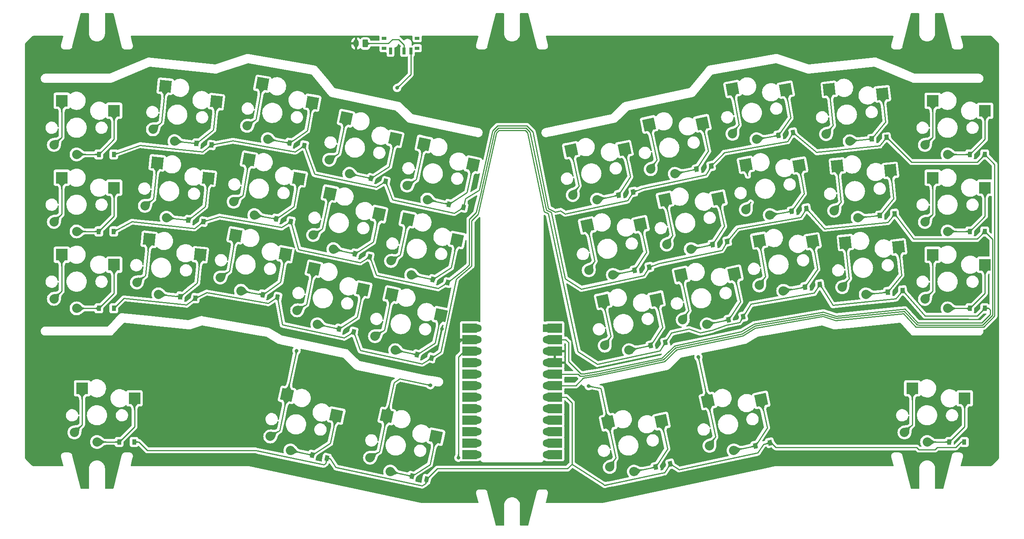
<source format=gbl>
G04 #@! TF.GenerationSoftware,KiCad,Pcbnew,(6.0.4-0)*
G04 #@! TF.CreationDate,2022-11-11T23:09:08+01:00*
G04 #@! TF.ProjectId,The-ENDGAME-MX-BAD,5468652d-454e-4444-9741-4d452d4d582d,0_1*
G04 #@! TF.SameCoordinates,Original*
G04 #@! TF.FileFunction,Copper,L2,Bot*
G04 #@! TF.FilePolarity,Positive*
%FSLAX46Y46*%
G04 Gerber Fmt 4.6, Leading zero omitted, Abs format (unit mm)*
G04 Created by KiCad (PCBNEW (6.0.4-0)) date 2022-11-11 23:09:08*
%MOMM*%
%LPD*%
G01*
G04 APERTURE LIST*
G04 Aperture macros list*
%AMRoundRect*
0 Rectangle with rounded corners*
0 $1 Rounding radius*
0 $2 $3 $4 $5 $6 $7 $8 $9 X,Y pos of 4 corners*
0 Add a 4 corners polygon primitive as box body*
4,1,4,$2,$3,$4,$5,$6,$7,$8,$9,$2,$3,0*
0 Add four circle primitives for the rounded corners*
1,1,$1+$1,$2,$3*
1,1,$1+$1,$4,$5*
1,1,$1+$1,$6,$7*
1,1,$1+$1,$8,$9*
0 Add four rect primitives between the rounded corners*
20,1,$1+$1,$2,$3,$4,$5,0*
20,1,$1+$1,$4,$5,$6,$7,0*
20,1,$1+$1,$6,$7,$8,$9,0*
20,1,$1+$1,$8,$9,$2,$3,0*%
%AMRotRect*
0 Rectangle, with rotation*
0 The origin of the aperture is its center*
0 $1 length*
0 $2 width*
0 $3 Rotation angle, in degrees counterclockwise*
0 Add horizontal line*
21,1,$1,$2,0,0,$3*%
G04 Aperture macros list end*
G04 #@! TA.AperFunction,SMDPad,CuDef*
%ADD10RotRect,2.600000X2.600000X348.000000*%
G04 #@! TD*
G04 #@! TA.AperFunction,ComponentPad*
%ADD11C,2.032000*%
G04 #@! TD*
G04 #@! TA.AperFunction,SMDPad,CuDef*
%ADD12R,2.600000X2.600000*%
G04 #@! TD*
G04 #@! TA.AperFunction,SMDPad,CuDef*
%ADD13RotRect,2.600000X2.600000X12.000000*%
G04 #@! TD*
G04 #@! TA.AperFunction,SMDPad,CuDef*
%ADD14RotRect,2.600000X2.600000X350.000000*%
G04 #@! TD*
G04 #@! TA.AperFunction,SMDPad,CuDef*
%ADD15RotRect,2.600000X2.600000X10.000000*%
G04 #@! TD*
G04 #@! TA.AperFunction,SMDPad,CuDef*
%ADD16RotRect,2.600000X2.600000X354.000000*%
G04 #@! TD*
G04 #@! TA.AperFunction,SMDPad,CuDef*
%ADD17RotRect,2.600000X2.600000X6.000000*%
G04 #@! TD*
G04 #@! TA.AperFunction,ComponentPad*
%ADD18R,1.752600X1.752600*%
G04 #@! TD*
G04 #@! TA.AperFunction,SMDPad,CuDef*
%ADD19R,3.250000X2.000000*%
G04 #@! TD*
G04 #@! TA.AperFunction,ComponentPad*
%ADD20C,1.752600*%
G04 #@! TD*
G04 #@! TA.AperFunction,SMDPad,CuDef*
%ADD21RotRect,0.900000X1.200000X192.000000*%
G04 #@! TD*
G04 #@! TA.AperFunction,SMDPad,CuDef*
%ADD22RotRect,0.900000X1.200000X168.000000*%
G04 #@! TD*
G04 #@! TA.AperFunction,SMDPad,CuDef*
%ADD23R,0.900000X1.200000*%
G04 #@! TD*
G04 #@! TA.AperFunction,SMDPad,CuDef*
%ADD24RotRect,0.900000X1.200000X186.000000*%
G04 #@! TD*
G04 #@! TA.AperFunction,SMDPad,CuDef*
%ADD25RotRect,0.900000X1.200000X190.000000*%
G04 #@! TD*
G04 #@! TA.AperFunction,SMDPad,CuDef*
%ADD26RotRect,0.900000X1.200000X174.000000*%
G04 #@! TD*
G04 #@! TA.AperFunction,SMDPad,CuDef*
%ADD27R,1.000000X0.800000*%
G04 #@! TD*
G04 #@! TA.AperFunction,SMDPad,CuDef*
%ADD28R,0.700000X1.500000*%
G04 #@! TD*
G04 #@! TA.AperFunction,SMDPad,CuDef*
%ADD29RotRect,0.900000X1.200000X170.000000*%
G04 #@! TD*
G04 #@! TA.AperFunction,ComponentPad*
%ADD30RoundRect,0.250000X0.350000X0.625000X-0.350000X0.625000X-0.350000X-0.625000X0.350000X-0.625000X0*%
G04 #@! TD*
G04 #@! TA.AperFunction,ComponentPad*
%ADD31O,1.200000X1.750000*%
G04 #@! TD*
G04 #@! TA.AperFunction,ViaPad*
%ADD32C,0.800000*%
G04 #@! TD*
G04 #@! TA.AperFunction,Conductor*
%ADD33C,0.250000*%
G04 #@! TD*
G04 APERTURE END LIST*
D10*
X113866796Y-89784095D03*
D11*
X103766277Y-97502750D03*
D10*
X103026597Y-85230790D03*
D11*
X99312154Y-94409081D03*
D12*
X247582659Y-100960589D03*
D11*
X239307659Y-110610589D03*
D12*
X236032659Y-98760589D03*
D11*
X234307659Y-108510589D03*
X239307660Y-76610588D03*
D12*
X247582660Y-66960588D03*
D11*
X234307660Y-74510588D03*
D12*
X236032660Y-64760588D03*
D11*
X47106660Y-76602588D03*
D12*
X55381660Y-66952588D03*
X43831660Y-64752588D03*
D11*
X42106660Y-74502588D03*
X116319783Y-146658259D03*
D10*
X126420302Y-138939604D03*
X115580103Y-134386299D03*
D11*
X111865660Y-143564590D03*
D13*
X175082835Y-108678546D03*
D11*
X168995011Y-119838140D03*
D13*
X163327824Y-108928002D03*
D11*
X163667658Y-118823588D03*
X117419787Y-119833256D03*
D10*
X127520306Y-112114601D03*
D11*
X112965664Y-116739587D03*
D10*
X116680107Y-107561296D03*
D14*
X99102067Y-65169001D03*
D11*
X89277078Y-73235457D03*
D14*
X88109563Y-60996787D03*
D11*
X84717700Y-70299120D03*
D15*
X203610902Y-62304645D03*
D11*
X197137323Y-73244979D03*
D15*
X191854347Y-62143705D03*
D11*
X191848623Y-72045123D03*
D16*
X76169115Y-81851693D03*
D11*
X66930747Y-90583856D03*
X62177647Y-87972718D03*
D16*
X64912350Y-78456441D03*
D12*
X59885658Y-130459589D03*
D11*
X51610658Y-140109589D03*
D12*
X48335658Y-128259589D03*
D11*
X46610658Y-138009589D03*
X179119014Y-80883119D03*
D13*
X185206838Y-69723525D03*
X173451827Y-69972981D03*
D11*
X173791661Y-79868567D03*
X100231787Y-114131258D03*
D10*
X110332306Y-106412603D03*
X99492107Y-101859298D03*
D11*
X95777664Y-111037589D03*
D17*
X224930663Y-63223740D03*
D11*
X217709694Y-73685849D03*
D17*
X213213972Y-62243095D03*
D11*
X212517575Y-72119996D03*
X47106663Y-93602586D03*
D12*
X55381663Y-83952586D03*
D11*
X42106663Y-91502586D03*
D12*
X43831663Y-81752586D03*
D11*
X124488784Y-86576243D03*
D10*
X134589303Y-78857588D03*
D11*
X120034661Y-83482574D03*
D10*
X123749104Y-74304283D03*
D11*
X234805660Y-140111587D03*
D12*
X243080660Y-130461587D03*
X231530660Y-128261587D03*
D11*
X229805660Y-138011587D03*
D15*
X206562916Y-79046374D03*
D11*
X200089337Y-89986708D03*
X194800637Y-88786852D03*
D15*
X194806361Y-78885434D03*
D17*
X228484627Y-97037479D03*
D11*
X221263658Y-107499588D03*
X216071539Y-105933735D03*
D17*
X216767936Y-96056834D03*
D10*
X131054797Y-95486094D03*
D11*
X120954278Y-103204749D03*
D10*
X120214598Y-90932789D03*
D11*
X116500155Y-100111080D03*
D15*
X209514939Y-95788113D03*
D11*
X203041360Y-106728447D03*
D15*
X197758384Y-95627173D03*
D11*
X197752660Y-105528591D03*
D13*
X171548338Y-92050034D03*
D11*
X165460514Y-103209628D03*
D13*
X159793327Y-92299490D03*
D11*
X160133161Y-102195076D03*
D12*
X55381660Y-100952588D03*
D11*
X47106660Y-110602588D03*
X42106660Y-108502588D03*
D12*
X43831660Y-98752588D03*
D16*
X74392124Y-98758561D03*
D11*
X65153756Y-107490724D03*
X60400656Y-104879586D03*
D16*
X63135359Y-95363309D03*
D13*
X192275838Y-102980547D03*
D11*
X186188014Y-114140141D03*
X180860661Y-113125589D03*
D13*
X180520827Y-103230003D03*
X198194835Y-130824545D03*
D11*
X192107011Y-141984139D03*
D13*
X186439824Y-131074001D03*
D11*
X186779658Y-140969587D03*
X219486679Y-90592725D03*
D17*
X226707648Y-80130616D03*
D11*
X214294560Y-89026872D03*
D17*
X214990957Y-79149971D03*
D13*
X168013839Y-75421527D03*
D11*
X161926015Y-86581121D03*
D13*
X156258828Y-75670983D03*
D11*
X156598662Y-85566569D03*
X68707731Y-73676987D03*
D16*
X77946099Y-64944824D03*
D11*
X63954631Y-71065849D03*
D16*
X66689334Y-61549572D03*
D11*
X239307661Y-93610587D03*
D12*
X247582661Y-83960587D03*
D11*
X234307661Y-91510587D03*
D12*
X236032661Y-81760587D03*
D14*
X93198026Y-98652474D03*
D11*
X83373037Y-106718930D03*
D14*
X82205522Y-94480260D03*
D11*
X78813659Y-103782593D03*
D13*
X188741336Y-86352036D03*
D11*
X182653512Y-97511630D03*
D13*
X176986325Y-86601492D03*
D11*
X177326159Y-96497078D03*
X94308786Y-141983265D03*
D10*
X104409305Y-134264610D03*
X93569106Y-129711305D03*
D11*
X89854663Y-138889596D03*
D14*
X96150048Y-81910736D03*
D11*
X86325059Y-89977192D03*
X81765681Y-87040855D03*
D14*
X85157544Y-77738522D03*
D10*
X117401301Y-73155590D03*
D11*
X107300782Y-80874245D03*
D10*
X106561102Y-68602285D03*
D11*
X102846659Y-77780576D03*
D13*
X176180836Y-135502548D03*
D11*
X170093012Y-146662142D03*
D13*
X164425825Y-135752004D03*
D11*
X164765659Y-145647590D03*
D18*
X150832657Y-114940588D03*
D19*
X152610657Y-114940588D03*
D20*
X150832657Y-117480588D03*
D19*
X152610657Y-117480588D03*
D20*
X150832657Y-120020588D03*
D19*
X152610657Y-120020588D03*
X152610657Y-122560588D03*
D20*
X150832657Y-122560588D03*
X150832657Y-125100588D03*
D19*
X152610657Y-125100588D03*
D20*
X150832657Y-127640588D03*
D19*
X152610657Y-127640588D03*
X152610657Y-130180588D03*
D20*
X150832657Y-130180588D03*
X150832657Y-132720588D03*
D19*
X152610657Y-132720588D03*
X152610657Y-135260588D03*
D20*
X150832657Y-135260588D03*
D19*
X152610657Y-137800588D03*
D20*
X150832657Y-137800588D03*
D19*
X152610657Y-140340588D03*
D20*
X150832657Y-140340588D03*
D19*
X152610657Y-142880588D03*
D20*
X150832657Y-142880588D03*
D19*
X133814657Y-142880588D03*
D20*
X135592657Y-142880588D03*
X135592657Y-140340588D03*
D19*
X133814657Y-140340588D03*
D20*
X135592657Y-137800588D03*
D19*
X133814657Y-137800588D03*
X133814657Y-135260588D03*
D20*
X135592657Y-135260588D03*
D19*
X133814657Y-132720588D03*
D20*
X135592657Y-132720588D03*
D19*
X133814657Y-130180588D03*
D20*
X135592657Y-130180588D03*
X135592657Y-127640588D03*
D19*
X133814657Y-127640588D03*
D20*
X135592657Y-125100588D03*
D19*
X133814657Y-125100588D03*
D20*
X135592657Y-122560588D03*
D19*
X133814657Y-122560588D03*
X133814657Y-120020588D03*
D20*
X135592657Y-120020588D03*
X135592657Y-117480588D03*
D19*
X133814657Y-117480588D03*
D20*
X135592657Y-114940588D03*
D19*
X133814657Y-114940588D03*
D21*
X169946609Y-84876537D03*
X166718721Y-85562645D03*
X190673604Y-95805537D03*
X187445716Y-96491645D03*
D22*
X128977605Y-104907643D03*
X125749717Y-104221535D03*
D23*
X55311660Y-110599588D03*
X52011660Y-110599588D03*
X247509661Y-110605589D03*
X244209661Y-110605589D03*
D21*
X178119606Y-144952535D03*
X174891718Y-145638643D03*
D22*
X115322605Y-82581643D03*
X112094717Y-81895535D03*
X124340606Y-148360647D03*
X121112718Y-147674539D03*
D24*
X227640618Y-89734118D03*
X224358696Y-90079062D03*
D25*
X211118597Y-105299062D03*
X207868731Y-105872100D03*
X208165593Y-88557072D03*
X204915727Y-89130110D03*
D23*
X243009662Y-140113587D03*
X239709662Y-140113587D03*
X247506661Y-93603588D03*
X244206661Y-93603588D03*
X59811659Y-140106588D03*
X56511659Y-140106588D03*
X55308662Y-93601587D03*
X52008662Y-93601587D03*
D26*
X73312620Y-108346062D03*
X70030698Y-108001118D03*
X76863621Y-74530064D03*
X73581699Y-74185120D03*
D22*
X132513605Y-88279643D03*
X129285717Y-87593535D03*
D24*
X229415625Y-106637122D03*
X226133703Y-106982066D03*
D22*
X111787606Y-99207646D03*
X108559718Y-98521538D03*
D27*
X122272030Y-53143406D03*
X114972030Y-53143406D03*
X114972030Y-50933406D03*
X122272030Y-50933406D03*
D28*
X116372030Y-53793406D03*
X119372030Y-53793406D03*
X120872030Y-53793406D03*
D21*
X194209603Y-112426537D03*
X190981715Y-113112645D03*
D29*
X94405592Y-91400110D03*
X91155726Y-90827072D03*
D21*
X177016599Y-118134534D03*
X173788711Y-118820642D03*
D25*
X205214593Y-71817069D03*
X201964727Y-72390107D03*
D24*
X225864618Y-72824114D03*
X222582696Y-73169058D03*
D22*
X102334605Y-143683645D03*
X99106717Y-142997537D03*
D21*
X173479604Y-101501534D03*
X170251716Y-102187642D03*
D30*
X110820032Y-52103408D03*
D31*
X108820032Y-52103408D03*
D29*
X91454594Y-108142108D03*
X88204728Y-107569070D03*
D22*
X125440604Y-121535642D03*
X122212716Y-120849534D03*
D26*
X75087623Y-91442062D03*
X71805701Y-91097118D03*
D21*
X187139608Y-79174535D03*
X183911720Y-79860643D03*
D22*
X108253605Y-115837646D03*
X105025717Y-115151538D03*
D23*
X55313657Y-76600591D03*
X52013657Y-76600591D03*
D21*
X200131603Y-140277532D03*
X196903715Y-140963640D03*
D23*
X247506658Y-76604591D03*
X244206658Y-76604591D03*
D29*
X97351595Y-74657112D03*
X94101729Y-74084074D03*
D32*
X95642381Y-119934835D03*
X156052885Y-126305603D03*
X248173886Y-108487603D03*
X153651886Y-90747603D03*
X127705886Y-115157603D03*
X152828000Y-108422000D03*
X129721031Y-143570406D03*
X157033886Y-107659603D03*
X198750886Y-111417603D03*
X135024886Y-82777603D03*
X248682886Y-90952603D03*
X131798886Y-99705603D03*
X111363886Y-103041603D03*
X131367029Y-143599408D03*
X117831531Y-61926907D03*
X125184150Y-127586111D03*
X160111031Y-127773405D03*
X184322828Y-121343315D03*
D33*
X43831657Y-89777589D02*
X42106662Y-91502589D01*
X46610653Y-138009591D02*
X48335659Y-136284590D01*
X43831655Y-72777582D02*
X43831661Y-64752584D01*
X48335659Y-136284590D02*
X48335657Y-128259589D01*
X43831659Y-106777590D02*
X42106662Y-108502595D01*
X43831654Y-98752591D02*
X43831659Y-106777590D01*
X43831656Y-81752589D02*
X43831657Y-89777589D01*
X42106660Y-74502593D02*
X43831655Y-72777582D01*
X52013658Y-76600586D02*
X47108656Y-76600595D01*
X55381659Y-66952588D02*
X55381657Y-73232595D01*
X47108656Y-76600595D02*
X47106658Y-76602584D01*
X55381657Y-73232595D02*
X52013658Y-76600586D01*
X77946100Y-64944827D02*
X77290575Y-71181729D01*
X73581692Y-74185118D02*
X68707727Y-73676986D01*
X77290575Y-71181729D02*
X73581694Y-74185121D01*
X94101727Y-74084074D02*
X89277076Y-73235462D01*
X98013005Y-71345361D02*
X94101726Y-74084072D01*
X99102068Y-65169008D02*
X98013005Y-71345361D01*
X112094719Y-81895535D02*
X107300781Y-80874237D01*
X116095868Y-79297164D02*
X112094719Y-81895535D01*
X117401300Y-73155586D02*
X116095868Y-79297164D01*
X129285719Y-87593538D02*
X124488781Y-86576244D01*
X134589295Y-78857584D02*
X133284369Y-84996778D01*
X133284369Y-84996778D02*
X129285717Y-87593535D01*
X169318479Y-81559371D02*
X166718717Y-85562647D01*
X168013835Y-75421531D02*
X169318479Y-81559371D01*
X166718714Y-85562641D02*
X161926013Y-86581120D01*
X186510837Y-75858352D02*
X183911718Y-79860643D01*
X185206844Y-69723532D02*
X186510837Y-75858352D01*
X183911718Y-79860643D02*
X179119020Y-80883123D01*
X204700354Y-68483224D02*
X201964733Y-72390105D01*
X201964732Y-72390105D02*
X197137329Y-73244978D01*
X203610900Y-62304648D02*
X204700354Y-68483224D01*
X225586138Y-69460127D02*
X222582700Y-73169059D01*
X222582697Y-73169059D02*
X217709695Y-73685842D01*
X224930665Y-63223738D02*
X225586138Y-69460127D01*
X247582660Y-73228588D02*
X244206661Y-76604584D01*
X247582658Y-66960587D02*
X247582660Y-73228588D01*
X244206661Y-76604584D02*
X239307663Y-76610590D01*
X62296522Y-103344354D02*
X60400657Y-104879589D01*
X64912349Y-78456440D02*
X64073505Y-86437484D01*
X66689335Y-61549577D02*
X65850493Y-69530607D01*
X65850493Y-69530607D02*
X63954631Y-71065851D01*
X63135363Y-95363310D02*
X62296522Y-103344354D01*
X64073505Y-86437484D02*
X62177646Y-87972718D01*
X55381659Y-90228594D02*
X52008660Y-93601593D01*
X47107656Y-93601589D02*
X47106660Y-93602592D01*
X52008660Y-93601593D02*
X47107656Y-93601589D01*
X55381660Y-83952587D02*
X55381659Y-90228594D01*
X76169112Y-81851695D02*
X75512913Y-88095078D01*
X71805700Y-91097116D02*
X66930749Y-90583859D01*
X75512913Y-88095078D02*
X71805700Y-91097117D01*
X91155729Y-90827077D02*
X86325059Y-89977197D01*
X96150045Y-81910737D02*
X95059883Y-88093350D01*
X95059883Y-88093350D02*
X91155728Y-90827072D01*
X112562070Y-95922378D02*
X108559711Y-98521532D01*
X108559716Y-98521536D02*
X103766278Y-97502749D01*
X113866797Y-89784094D02*
X112562070Y-95922378D01*
X125749714Y-104221537D02*
X120954282Y-103204750D01*
X131054800Y-95486089D02*
X129750242Y-101623562D01*
X129750242Y-101623562D02*
X125749714Y-104221537D01*
X172852041Y-98183494D02*
X170251719Y-102187643D01*
X171548335Y-92050037D02*
X172852041Y-98183494D01*
X170251714Y-102187643D02*
X165460513Y-103209631D01*
X188741338Y-86352033D02*
X190045606Y-92488159D01*
X187445719Y-96491638D02*
X182653513Y-97511627D01*
X190045606Y-92488159D02*
X187445711Y-96491648D01*
X206562921Y-79046379D02*
X207651924Y-85222418D01*
X204915727Y-89130106D02*
X200089342Y-89986715D01*
X207651924Y-85222418D02*
X204915730Y-89130112D01*
X226707645Y-80130609D02*
X227363296Y-86368689D01*
X224358702Y-90079057D02*
X219486677Y-90592717D01*
X227363296Y-86368689D02*
X224358699Y-90079057D01*
X247582661Y-83960588D02*
X247582663Y-90227583D01*
X247582663Y-90227583D02*
X244206663Y-93603587D01*
X244206663Y-93603587D02*
X239307665Y-93610590D01*
X88109562Y-60996793D02*
X86716037Y-68899877D01*
X83764018Y-85641605D02*
X81765676Y-87040855D01*
X85157541Y-77738525D02*
X83764018Y-85641605D01*
X86716037Y-68899877D02*
X84717701Y-70299126D01*
X82205522Y-94480260D02*
X80811991Y-102383339D01*
X80811991Y-102383339D02*
X78813657Y-103782589D01*
X47109662Y-110599589D02*
X47106660Y-110602590D01*
X52011660Y-110599587D02*
X47109662Y-110599589D01*
X55381658Y-107229589D02*
X52011660Y-110599587D01*
X55381663Y-100952588D02*
X55381658Y-107229589D01*
X74392126Y-98758565D02*
X73736065Y-105000573D01*
X70030698Y-108001119D02*
X65153760Y-107490733D01*
X73736065Y-105000573D02*
X70030700Y-108001118D01*
X92107669Y-104836199D02*
X88204727Y-107569075D01*
X93198028Y-98652474D02*
X92107669Y-104836199D01*
X88204727Y-107569076D02*
X83373037Y-106718926D01*
X105025718Y-115151540D02*
X100231785Y-114131262D01*
X109027119Y-112552993D02*
X105025718Y-115151540D01*
X110332302Y-106412603D02*
X109027119Y-112552993D01*
X122212717Y-120849536D02*
X117419788Y-119833256D01*
X126216269Y-118249598D02*
X122212713Y-120849532D01*
X127520304Y-112114602D02*
X126216269Y-118249598D01*
X168995014Y-119838143D02*
X173788714Y-118820642D01*
X175082835Y-108678545D02*
X176387881Y-114818286D01*
X176387881Y-114818286D02*
X173788714Y-118820642D01*
X192275838Y-102980549D02*
X193579277Y-109112751D01*
X190981721Y-113112640D02*
X186188009Y-114140141D01*
X193579277Y-109112751D02*
X190981719Y-113112646D01*
X210604178Y-101965482D02*
X207868733Y-105872109D01*
X207868730Y-105872108D02*
X203041364Y-106728445D01*
X209514940Y-95788112D02*
X210604178Y-101965482D01*
X228484632Y-97037479D02*
X229139692Y-103269973D01*
X229139692Y-103269973D02*
X226133701Y-106982063D01*
X226133700Y-106982065D02*
X221263661Y-107499588D01*
X247582662Y-107232583D02*
X244209660Y-110605586D01*
X244209660Y-110605586D02*
X239307661Y-110610592D01*
X247582661Y-100960591D02*
X247582662Y-107232583D01*
X106561103Y-68602280D02*
X104892609Y-76451914D01*
X101358113Y-93080425D02*
X99312159Y-94409082D01*
X104892609Y-76451914D02*
X102846658Y-77780573D01*
X93569104Y-129711304D02*
X95642381Y-119934835D01*
X91900612Y-137560937D02*
X89854661Y-138889592D01*
X97823610Y-109708936D02*
X95777660Y-111037591D01*
X93569107Y-129711300D02*
X91900612Y-137560937D01*
X103026598Y-85230794D02*
X101358113Y-93080425D01*
X99492107Y-101859303D02*
X97823610Y-109708936D01*
X56511659Y-140106593D02*
X51613662Y-140106589D01*
X59885658Y-130459594D02*
X59885658Y-136732592D01*
X51613662Y-140106589D02*
X51610661Y-140109593D01*
X59885658Y-136732592D02*
X56511659Y-140106593D01*
X99106712Y-142997535D02*
X94308779Y-141983258D01*
X103104961Y-140401047D02*
X99106714Y-142997537D01*
X104409304Y-134264609D02*
X103104961Y-140401047D01*
X125116269Y-145074600D02*
X121112715Y-147674536D01*
X126420305Y-138939606D02*
X125116269Y-145074600D01*
X121112715Y-147674531D02*
X116319782Y-146658255D01*
X174891715Y-145638646D02*
X170093014Y-146662140D01*
X176180840Y-135502546D02*
X177486153Y-141643568D01*
X177486153Y-141643568D02*
X174891717Y-145638639D01*
X198194837Y-130824546D02*
X199500137Y-136965505D01*
X196903713Y-140963646D02*
X192107016Y-141984139D01*
X199500137Y-136965505D02*
X196903719Y-140963648D01*
X243080662Y-136742585D02*
X239709660Y-140113588D01*
X239709660Y-140113588D02*
X234805661Y-140111588D01*
X243080660Y-130461592D02*
X243080662Y-136742585D01*
X157265097Y-127640588D02*
X150832658Y-127640587D01*
X225864619Y-72824114D02*
X224373264Y-74665785D01*
X185968031Y-81134277D02*
X187139611Y-79174535D01*
X169946606Y-84876538D02*
X172104029Y-84079275D01*
X211826036Y-112384539D02*
X196861036Y-115006538D01*
X151225886Y-88573602D02*
X147782002Y-71594487D01*
X158913593Y-125992092D02*
X157265097Y-127640588D01*
X204000030Y-73732277D02*
X205214595Y-71817067D01*
X154929559Y-89707809D02*
X153923817Y-89054672D01*
X132920212Y-86366707D02*
X132513604Y-88279645D01*
X168711553Y-86778355D02*
X154929559Y-89707809D01*
X205214595Y-71817067D02*
X210411031Y-76133275D01*
X135997886Y-84499603D02*
X132920212Y-86366707D01*
X172104029Y-84079275D02*
X185968031Y-81134277D01*
X97351595Y-74657112D02*
X95312030Y-75999274D01*
X224373264Y-74665785D02*
X210411031Y-76133275D01*
X99604030Y-80948278D02*
X97351595Y-74657112D01*
X194125036Y-116631539D02*
X179553036Y-119732538D01*
X153923817Y-89054672D02*
X152695886Y-89288603D01*
X147782002Y-71594487D02*
X146494118Y-70306603D01*
X116782030Y-86632276D02*
X115322608Y-82581644D01*
X74922031Y-76011274D02*
X61087031Y-74560273D01*
X245817710Y-78293538D02*
X247506657Y-76604592D01*
X225864618Y-72824114D02*
X231334042Y-78293539D01*
X190037029Y-76198275D02*
X204000030Y-73732277D01*
X113237030Y-83847277D02*
X99604030Y-80948278D01*
X187139611Y-79174535D02*
X190037029Y-76198275D01*
X138958009Y-71356725D02*
X135997886Y-84499603D01*
X81598030Y-73584276D02*
X76863621Y-74530062D01*
X146494118Y-70306603D02*
X140008132Y-70306603D01*
X61087031Y-74560273D02*
X55313655Y-76600588D01*
X169946607Y-84876537D02*
X168711553Y-86778355D01*
X115322608Y-82581644D02*
X113237030Y-83847277D01*
X232293036Y-114703539D02*
X232183035Y-114593538D01*
X176823036Y-122355539D02*
X162055732Y-125494425D01*
X214637035Y-113309539D02*
X211826036Y-112384539D01*
X152695886Y-89288603D02*
X151225886Y-88573602D01*
X247255035Y-114703538D02*
X232293036Y-114703539D01*
X130429031Y-89554276D02*
X116782030Y-86632276D01*
X249691035Y-112267539D02*
X247255035Y-114703538D01*
X140008132Y-70306603D02*
X138958009Y-71356725D01*
X232183035Y-114593538D02*
X229604036Y-111737538D01*
X76863621Y-74530062D02*
X74922031Y-76011274D01*
X95312030Y-75999274D02*
X81598030Y-73584276D01*
X247506657Y-76604592D02*
X249691035Y-78788969D01*
X179553036Y-119732538D02*
X176823036Y-122355539D01*
X229604036Y-111737538D02*
X214637035Y-113309539D01*
X231334042Y-78293539D02*
X245817710Y-78293538D01*
X249691035Y-78788969D02*
X249691035Y-112267539D01*
X132513605Y-88279640D02*
X130429031Y-89554276D01*
X162055732Y-125494425D02*
X158913593Y-125992092D01*
X196861036Y-115006538D02*
X194125036Y-116631539D01*
X111787606Y-99207648D02*
X109704031Y-100480275D01*
X140179886Y-70778603D02*
X146290056Y-70778603D01*
X133770193Y-90951573D02*
X135284025Y-89437742D01*
X193953035Y-116202539D02*
X179345035Y-119296539D01*
X92367031Y-92741275D02*
X78671031Y-90327277D01*
X126889030Y-106177274D02*
X113280030Y-103287273D01*
X233128036Y-114254020D02*
X232525035Y-114250538D01*
X247068838Y-114254019D02*
X233128036Y-114254020D01*
X158440236Y-106296398D02*
X172275552Y-103355611D01*
X190673604Y-95805537D02*
X192993032Y-92921275D01*
X179345035Y-119296539D02*
X176604036Y-121933540D01*
X136478787Y-84425640D02*
X136476262Y-84421477D01*
X128977605Y-104907645D02*
X126889030Y-106177274D01*
X133213791Y-101492508D02*
X133770193Y-100936105D01*
X109704031Y-100480275D02*
X96109031Y-97585276D01*
X176604036Y-121933540D02*
X176597265Y-121943967D01*
X245824710Y-95285540D02*
X231808036Y-95285538D01*
X176597265Y-121943967D02*
X162114722Y-125022325D01*
X146290056Y-70778603D02*
X147139971Y-71628518D01*
X113280030Y-103287273D02*
X111787606Y-99207648D01*
X249207171Y-95304098D02*
X249207171Y-112115686D01*
X229788036Y-111263537D02*
X214669036Y-112802539D01*
X192993032Y-92921275D02*
X206937028Y-90480273D01*
X196793036Y-114504538D02*
X193953035Y-116202539D01*
X135284025Y-89437742D02*
X136435506Y-84602434D01*
X226151035Y-91573600D02*
X212187030Y-93041275D01*
X94405589Y-91400112D02*
X92367031Y-92741275D01*
X227640619Y-89734119D02*
X226151035Y-91573600D01*
X175638029Y-100706276D02*
X189520030Y-97750271D01*
X150739886Y-88901603D02*
X151848648Y-89430841D01*
X136435506Y-84602434D02*
X136478787Y-84425640D01*
X96109031Y-97585276D02*
X94405589Y-91400112D01*
X172275552Y-103355611D02*
X173479605Y-101501533D01*
X158194300Y-125528016D02*
X157766871Y-125100587D01*
X232525035Y-114250538D02*
X229788036Y-111263537D01*
X139365598Y-71592890D02*
X140179886Y-70778603D01*
X132720886Y-101915603D02*
X133213791Y-101492508D01*
X59314031Y-91469277D02*
X55308658Y-93601587D01*
X189520030Y-97750271D02*
X190673604Y-95805537D01*
X78671031Y-90327277D02*
X75087623Y-91442063D01*
X128977605Y-104907644D02*
X132720886Y-101915603D01*
X208165592Y-88557067D02*
X212187030Y-93041275D01*
X206937028Y-90480273D02*
X208165592Y-88557067D01*
X214669036Y-112802539D02*
X211853035Y-111908538D01*
X154952035Y-104031135D02*
X158440236Y-106296398D01*
X136476262Y-84421477D02*
X139365598Y-71592890D01*
X75087623Y-91442063D02*
X73144031Y-92922274D01*
X247506661Y-93603589D02*
X249207171Y-95304098D01*
X231808036Y-95285538D02*
X227640619Y-89734119D01*
X158921907Y-125528016D02*
X158194300Y-125528016D01*
X157766871Y-125100587D02*
X150832658Y-125100587D01*
X162114722Y-125022325D02*
X158921907Y-125528016D01*
X133770193Y-100936105D02*
X133770193Y-90951573D01*
X249207171Y-112115686D02*
X247068838Y-114254019D01*
X211853035Y-111908538D02*
X196793036Y-114504538D01*
X73144031Y-92922274D02*
X59314031Y-91469277D01*
X173479605Y-101501534D02*
X175638029Y-100706276D01*
X151848648Y-89430841D02*
X154952035Y-104031135D01*
X147139971Y-71628518D02*
X150739886Y-88901603D01*
X247506661Y-93603589D02*
X245824710Y-95285540D01*
X127456930Y-120226226D02*
X125440605Y-121535642D01*
X190499886Y-114283603D02*
X187439886Y-115375602D01*
X232739036Y-113800540D02*
X229956035Y-110771539D01*
X106168030Y-117107276D02*
X92557030Y-114221276D01*
X196631036Y-114054538D02*
X193790035Y-115766539D01*
X158359146Y-125057145D02*
X155681885Y-122379884D01*
X151235860Y-89664628D02*
X150234885Y-89192603D01*
X108253606Y-115837645D02*
X106168030Y-117107276D01*
X195908029Y-109673276D02*
X194209604Y-112426538D01*
X178385886Y-116021602D02*
X177016600Y-118134534D01*
X146628601Y-71784888D02*
X146095316Y-71251603D01*
X130882319Y-104111036D02*
X127456930Y-120226226D01*
X184699886Y-115963603D02*
X182263885Y-115153603D01*
X57522030Y-108372275D02*
X55311659Y-110599589D01*
X71374032Y-109829276D02*
X57522030Y-108372275D01*
X214718036Y-112327539D02*
X211866035Y-111430538D01*
X234370886Y-112235602D02*
X245837712Y-112277539D01*
X176353623Y-121536190D02*
X162145486Y-124556223D01*
X134270151Y-91280436D02*
X134270151Y-101227868D01*
X155681886Y-118132603D02*
X155029871Y-117480587D01*
X233882036Y-113804499D02*
X232739036Y-113800540D01*
X155681885Y-122379884D02*
X155681886Y-118132603D01*
X146095316Y-71251603D02*
X140343886Y-71251603D01*
X245837712Y-112277539D02*
X247509661Y-110605590D01*
X211866035Y-111430538D02*
X196631036Y-114054538D01*
X176367035Y-121515539D02*
X176353623Y-121536190D01*
X91454596Y-108142107D02*
X89418030Y-109482274D01*
X227940093Y-108459252D02*
X214002519Y-109924150D01*
X109746030Y-119920274D02*
X108253606Y-115837645D01*
X73312620Y-108346062D02*
X71374032Y-109829276D01*
X162145486Y-124556223D02*
X159028593Y-125049891D01*
X150234885Y-89192603D02*
X146628601Y-71784888D01*
X182263885Y-115153603D02*
X178385886Y-116021602D01*
X229415625Y-106637122D02*
X227940093Y-108459252D01*
X157717131Y-120156614D02*
X151235860Y-89664628D01*
X125440606Y-121535641D02*
X123358029Y-122805276D01*
X162004742Y-122941021D02*
X157717131Y-120156614D01*
X194209604Y-112426538D02*
X193416938Y-113665655D01*
X140343886Y-71251603D02*
X139783895Y-71811594D01*
X123358029Y-122805276D02*
X109746030Y-119920274D01*
X246860076Y-113804499D02*
X233882036Y-113804499D01*
X135741735Y-89808850D02*
X134270151Y-91280436D01*
X229415625Y-106637122D02*
X234370886Y-112235602D01*
X179142036Y-118860540D02*
X176367035Y-121515539D01*
X211118595Y-105299064D02*
X209891031Y-107210274D01*
X248381085Y-110605588D02*
X248732036Y-110956539D01*
X175799384Y-120008880D02*
X162004742Y-122941021D01*
X159021339Y-125057144D02*
X158359146Y-125057145D01*
X248732036Y-110956539D02*
X248732036Y-111932539D01*
X193790035Y-115766539D02*
X179142036Y-118860540D01*
X247509661Y-110605590D02*
X248381085Y-110605588D01*
X214002519Y-109924150D02*
X211118597Y-105299062D01*
X139783895Y-71811594D02*
X135741735Y-89808850D01*
X155029871Y-117480587D02*
X150832658Y-117480588D01*
X134270151Y-101227868D02*
X130882319Y-104111036D01*
X75805029Y-107086275D02*
X73312620Y-108346062D01*
X229956035Y-110771539D02*
X214718036Y-112327539D01*
X89418030Y-109482274D02*
X75805029Y-107086275D01*
X248732036Y-111932539D02*
X246860076Y-113804499D01*
X159028593Y-125049891D02*
X159021339Y-125057144D01*
X209891031Y-107210274D02*
X195908029Y-109673276D01*
X193416938Y-113665655D02*
X190499886Y-114283603D01*
X92557030Y-114221276D02*
X91454596Y-108142107D01*
X187439886Y-115375602D02*
X184699886Y-115963603D01*
X177016599Y-118134534D02*
X175799384Y-120008880D01*
X163769553Y-149619301D02*
X163624359Y-149650163D01*
X59811660Y-140106591D02*
X60862167Y-140106590D01*
X241113248Y-141310000D02*
X237006000Y-141310000D01*
X164622900Y-149439615D02*
X163626330Y-149651442D01*
X155157299Y-130180588D02*
X150832658Y-130180587D01*
X104328307Y-145729616D02*
X123342517Y-149771209D01*
X163626330Y-149651442D02*
X163198657Y-149373708D01*
X200131602Y-140277532D02*
X198674542Y-140587241D01*
X102334605Y-143683645D02*
X103106138Y-143847642D01*
X198674542Y-140587241D02*
X197439928Y-142488380D01*
X236530000Y-141786000D02*
X232954000Y-141786000D01*
X232954000Y-141786000D02*
X232476000Y-141308000D01*
X232476000Y-141308000D02*
X201424625Y-141308000D01*
X60862167Y-140106590D02*
X62727719Y-141972143D01*
X176882905Y-146856890D02*
X176287275Y-146983493D01*
X243009662Y-140113586D02*
X242309661Y-140113587D01*
X126706650Y-145994603D02*
X155436886Y-145994603D01*
X123342517Y-149771209D02*
X124152601Y-149245137D01*
X200394158Y-140277533D02*
X200131603Y-140277532D01*
X197439928Y-142488380D02*
X180025142Y-146190008D01*
X86653720Y-141972145D02*
X101627386Y-145154894D01*
X156444185Y-144987304D02*
X156444187Y-131467474D01*
X102085055Y-144857680D02*
X102334605Y-143683645D01*
X124152601Y-149245137D02*
X124340603Y-148360647D01*
X237006000Y-141310000D02*
X236530000Y-141786000D01*
X163769553Y-149619301D02*
X164622900Y-149439615D01*
X180025142Y-146190008D02*
X178119604Y-144952536D01*
X103106138Y-143847642D02*
X104328307Y-145729616D01*
X163198657Y-149373708D02*
X156444185Y-144987304D01*
X176287275Y-146983493D02*
X164622900Y-149439615D01*
X201424625Y-141308000D02*
X200394158Y-140277533D01*
X62727719Y-141972143D02*
X86653720Y-141972145D01*
X156444187Y-131467474D02*
X155157299Y-130180588D01*
X101627386Y-145154894D02*
X102085055Y-144857680D01*
X163624359Y-149650163D02*
X163198657Y-149373708D01*
X178119604Y-144952536D02*
X176882905Y-146856890D01*
X242309661Y-140113587D02*
X241113248Y-141310000D01*
X124340605Y-148360648D02*
X126706650Y-145994603D01*
X155436886Y-145994603D02*
X156444185Y-144987304D01*
X236032661Y-89785591D02*
X234307660Y-91510593D01*
X236032661Y-81760592D02*
X236032661Y-89785591D01*
X236032661Y-64760590D02*
X236032658Y-72785592D01*
X231530667Y-128261586D02*
X231530663Y-136286587D01*
X236032658Y-72785592D02*
X234307660Y-74510585D01*
X236032660Y-98760588D02*
X236032663Y-106785591D01*
X231530663Y-136286587D02*
X229805662Y-138011589D01*
X236032663Y-106785591D02*
X234307659Y-108510590D01*
X129794030Y-119911407D02*
X132224851Y-117480587D01*
X132224851Y-117480587D02*
X135592657Y-117480587D01*
X129721031Y-143570406D02*
X129794030Y-119911407D01*
X131367029Y-143599408D02*
X131367032Y-121282407D01*
X131367032Y-121282407D02*
X132628850Y-120020586D01*
X132628850Y-120020586D02*
X135592657Y-120020590D01*
X120872031Y-58886406D02*
X117831531Y-61926907D01*
X120872032Y-53793406D02*
X120872031Y-58886406D01*
X115885980Y-52103407D02*
X116780503Y-51208885D01*
X116780503Y-51208885D02*
X118170510Y-51208886D01*
X119372031Y-52410406D02*
X119372031Y-53793405D01*
X118170510Y-51208886D02*
X119372031Y-52410406D01*
X110820032Y-52103408D02*
X115885980Y-52103407D01*
X115580102Y-134386301D02*
X113911611Y-142235937D01*
X118457147Y-126156244D02*
X125184150Y-127586111D01*
X120214603Y-90932788D02*
X118546114Y-98782425D01*
X113911611Y-142235937D02*
X111865655Y-143564591D01*
X117148865Y-127005851D02*
X118457147Y-126156244D01*
X116680104Y-107561306D02*
X115011615Y-115410939D01*
X115580103Y-134386300D02*
X117148865Y-127005851D01*
X123749097Y-74304281D02*
X122080603Y-82153910D01*
X122080603Y-82153910D02*
X120034656Y-83482572D01*
X118546114Y-98782425D02*
X116500159Y-100111079D01*
X115011615Y-115410939D02*
X112965661Y-116739592D01*
X164996318Y-116777634D02*
X163667660Y-118823586D01*
X164425826Y-135752006D02*
X166094320Y-143601636D01*
X157927320Y-83520621D02*
X156598664Y-85566568D01*
X160111031Y-127773405D02*
X162833498Y-128260691D01*
X159793323Y-92299491D02*
X161461819Y-100149128D01*
X161461819Y-100149128D02*
X160133162Y-102195072D01*
X156258827Y-75670987D02*
X157927320Y-83520621D01*
X162833498Y-128260691D02*
X164425826Y-135752002D01*
X163327831Y-108927999D02*
X164996318Y-116777634D01*
X166094320Y-143601636D02*
X164765662Y-145647589D01*
X186439827Y-131074005D02*
X188108318Y-138923634D01*
X182189317Y-111079640D02*
X180860663Y-113125583D01*
X188108318Y-138923634D02*
X186779664Y-140969588D01*
X173451827Y-69972983D02*
X175120321Y-77822618D01*
X186439829Y-131074002D02*
X184322828Y-121343315D01*
X178654820Y-94451121D02*
X177326163Y-96497076D01*
X180520828Y-103230003D02*
X182189317Y-111079640D01*
X176986326Y-86601493D02*
X178654820Y-94451121D01*
X175120321Y-77822618D02*
X173791664Y-79868569D01*
X191854349Y-62143707D02*
X193247872Y-70046790D01*
X197758382Y-95627170D02*
X199151912Y-103530248D01*
X199151912Y-103530248D02*
X197752662Y-105528589D01*
X193247872Y-70046790D02*
X191848620Y-72045123D01*
X215829796Y-87131002D02*
X214294556Y-89026860D01*
X216767938Y-96056833D02*
X217606782Y-104037871D01*
X214990954Y-79149965D02*
X215829796Y-87131002D01*
X213213966Y-62243091D02*
X214052812Y-70224128D01*
X214052812Y-70224128D02*
X212517577Y-72119990D01*
X217606782Y-104037871D02*
X216071542Y-105933736D01*
G04 #@! TA.AperFunction,Conductor*
G36*
X49788621Y-45421861D02*
G01*
X49835114Y-45475517D01*
X49846500Y-45527859D01*
X49846500Y-49843992D01*
X49845000Y-49863377D01*
X49842690Y-49878210D01*
X49842690Y-49878214D01*
X49841309Y-49887083D01*
X49842130Y-49893359D01*
X49842008Y-49893359D01*
X49859953Y-50144259D01*
X49860911Y-50148663D01*
X49908784Y-50368729D01*
X49913422Y-50390051D01*
X49914995Y-50394268D01*
X49914996Y-50394272D01*
X49946545Y-50478858D01*
X50001326Y-50625732D01*
X50121877Y-50846504D01*
X50176342Y-50919261D01*
X50269922Y-51044270D01*
X50269928Y-51044277D01*
X50272620Y-51047873D01*
X50450486Y-51225739D01*
X50454082Y-51228431D01*
X50454089Y-51228437D01*
X50506424Y-51267614D01*
X50651855Y-51376482D01*
X50872627Y-51497033D01*
X50898599Y-51506720D01*
X51104087Y-51583363D01*
X51104091Y-51583364D01*
X51108308Y-51584937D01*
X51112711Y-51585895D01*
X51112715Y-51585896D01*
X51349696Y-51637448D01*
X51354100Y-51638406D01*
X51605000Y-51656351D01*
X51855900Y-51638406D01*
X51860304Y-51637448D01*
X52097285Y-51585896D01*
X52097289Y-51585895D01*
X52101692Y-51584937D01*
X52105909Y-51583364D01*
X52105913Y-51583363D01*
X52311401Y-51506720D01*
X52337373Y-51497033D01*
X52558145Y-51376482D01*
X52703576Y-51267614D01*
X52755911Y-51228437D01*
X52755918Y-51228431D01*
X52759514Y-51225739D01*
X52937380Y-51047873D01*
X52940072Y-51044277D01*
X52940078Y-51044270D01*
X53033658Y-50919261D01*
X53088123Y-50846504D01*
X53208674Y-50625732D01*
X53263455Y-50478858D01*
X53295004Y-50394272D01*
X53295005Y-50394268D01*
X53296578Y-50390051D01*
X53301217Y-50368729D01*
X53349089Y-50148663D01*
X53350047Y-50144259D01*
X53365571Y-49927217D01*
X53366995Y-49915307D01*
X53368576Y-49905911D01*
X53368729Y-49893359D01*
X53364773Y-49865735D01*
X53363500Y-49847873D01*
X53363500Y-45527859D01*
X53383502Y-45459738D01*
X53437158Y-45413245D01*
X53489500Y-45401859D01*
X55109597Y-45401859D01*
X55177718Y-45421861D01*
X55224211Y-45475517D01*
X55231835Y-45497300D01*
X57051412Y-52775610D01*
X57054789Y-52796333D01*
X57055971Y-52811428D01*
X57055973Y-52811441D01*
X57056353Y-52816294D01*
X57059247Y-52828508D01*
X57061084Y-52833014D01*
X57061086Y-52833021D01*
X57072483Y-52860981D01*
X57074611Y-52866578D01*
X57107015Y-52958322D01*
X57107017Y-52958327D01*
X57109003Y-52963949D01*
X57112012Y-52969097D01*
X57112013Y-52969099D01*
X57163612Y-53057376D01*
X57181723Y-53088362D01*
X57185648Y-53092851D01*
X57185648Y-53092852D01*
X57188780Y-53096435D01*
X57276568Y-53196857D01*
X57390146Y-53285553D01*
X57518393Y-53351277D01*
X57656721Y-53391677D01*
X57662657Y-53392241D01*
X57662662Y-53392242D01*
X57744641Y-53400032D01*
X57753606Y-53401210D01*
X57787630Y-53406935D01*
X57794014Y-53407013D01*
X57795317Y-53407029D01*
X57795321Y-53407029D01*
X57800182Y-53407088D01*
X57824451Y-53403613D01*
X57827817Y-53403131D01*
X57845677Y-53401859D01*
X58731569Y-53401859D01*
X58752468Y-53403605D01*
X58759430Y-53404776D01*
X58767467Y-53406128D01*
X58767470Y-53406128D01*
X58772266Y-53406935D01*
X58778720Y-53407014D01*
X58779960Y-53407029D01*
X58779963Y-53407029D01*
X58784818Y-53407088D01*
X58789626Y-53406399D01*
X58789631Y-53406399D01*
X58812257Y-53403158D01*
X58817430Y-53402526D01*
X58931278Y-53390999D01*
X58937609Y-53390358D01*
X58947024Y-53387418D01*
X59078124Y-53346480D01*
X59078130Y-53346478D01*
X59084200Y-53344582D01*
X59151422Y-53307469D01*
X59213075Y-53273432D01*
X59213078Y-53273430D01*
X59218644Y-53270357D01*
X59335486Y-53170696D01*
X59429985Y-53049641D01*
X59440580Y-53028314D01*
X59495475Y-52917808D01*
X59498308Y-52912105D01*
X59517224Y-52840793D01*
X59536053Y-52769812D01*
X59536053Y-52769809D01*
X59537683Y-52763666D01*
X59545628Y-52625691D01*
X59546146Y-52616693D01*
X59546146Y-52616690D01*
X59546511Y-52610348D01*
X59532094Y-52511096D01*
X59531174Y-52502866D01*
X59531174Y-52502859D01*
X59530220Y-52490725D01*
X59528994Y-52475131D01*
X59528993Y-52475125D01*
X59528611Y-52470265D01*
X59525713Y-52458051D01*
X59515188Y-52432254D01*
X59513875Y-52428240D01*
X107712032Y-52428240D01*
X107712317Y-52434216D01*
X107726503Y-52582902D01*
X107728762Y-52594636D01*
X107784904Y-52786007D01*
X107789334Y-52797083D01*
X107880651Y-52974386D01*
X107887101Y-52984432D01*
X108010294Y-53141265D01*
X108018531Y-53149914D01*
X108169155Y-53280620D01*
X108178879Y-53287555D01*
X108351499Y-53387418D01*
X108362363Y-53392392D01*
X108550759Y-53457815D01*
X108551748Y-53458056D01*
X108562040Y-53456588D01*
X108566032Y-53443023D01*
X108566032Y-52375523D01*
X108561557Y-52360284D01*
X108560167Y-52359079D01*
X108552484Y-52357408D01*
X107730147Y-52357408D01*
X107714908Y-52361883D01*
X107713703Y-52363273D01*
X107712032Y-52370956D01*
X107712032Y-52428240D01*
X59513875Y-52428240D01*
X59509615Y-52415218D01*
X59363634Y-51831293D01*
X107712032Y-51831293D01*
X107716507Y-51846532D01*
X107717897Y-51847737D01*
X107725580Y-51849408D01*
X108547917Y-51849408D01*
X108563156Y-51844933D01*
X108564361Y-51843543D01*
X108566032Y-51835860D01*
X108566032Y-50768006D01*
X108562059Y-50754475D01*
X108552633Y-50753120D01*
X108463495Y-50774602D01*
X108452200Y-50778491D01*
X108270650Y-50861037D01*
X108260308Y-50866984D01*
X108097635Y-50982376D01*
X108088607Y-50990169D01*
X107950690Y-51134239D01*
X107943294Y-51143604D01*
X107835111Y-51311149D01*
X107829615Y-51321753D01*
X107755071Y-51506720D01*
X107751677Y-51518178D01*
X107713175Y-51715336D01*
X107712098Y-51724199D01*
X107712032Y-51726908D01*
X107712032Y-51831293D01*
X59363634Y-51831293D01*
X59045415Y-50558418D01*
X59048298Y-50487480D01*
X59089076Y-50429362D01*
X59154801Y-50402516D01*
X59167653Y-50401859D01*
X113837530Y-50401859D01*
X113905651Y-50421861D01*
X113952144Y-50475517D01*
X113963530Y-50527859D01*
X113963530Y-51343907D01*
X113943528Y-51412028D01*
X113889872Y-51458521D01*
X113837530Y-51469907D01*
X112197676Y-51469908D01*
X112060434Y-51469908D01*
X112036789Y-51467670D01*
X112022547Y-51464948D01*
X111959395Y-51432516D01*
X111923799Y-51371088D01*
X111920873Y-51354191D01*
X111918270Y-51329101D01*
X111918269Y-51329098D01*
X111917558Y-51322242D01*
X111881806Y-51215079D01*
X111863900Y-51161410D01*
X111861582Y-51154462D01*
X111768510Y-51004060D01*
X111643335Y-50879103D01*
X111637104Y-50875262D01*
X111499000Y-50790133D01*
X111498998Y-50790132D01*
X111492770Y-50786293D01*
X111413027Y-50759844D01*
X111331421Y-50732776D01*
X111331419Y-50732776D01*
X111324893Y-50730611D01*
X111318057Y-50729911D01*
X111318054Y-50729910D01*
X111275001Y-50725499D01*
X111220432Y-50719908D01*
X110419632Y-50719908D01*
X110416386Y-50720245D01*
X110416382Y-50720245D01*
X110320724Y-50730170D01*
X110320720Y-50730171D01*
X110313866Y-50730882D01*
X110307330Y-50733063D01*
X110307328Y-50733063D01*
X110243149Y-50754475D01*
X110146086Y-50786858D01*
X109995684Y-50879930D01*
X109870727Y-51005105D01*
X109866885Y-51011337D01*
X109866884Y-51011339D01*
X109838677Y-51057098D01*
X109785905Y-51104591D01*
X109715833Y-51116013D01*
X109650709Y-51087739D01*
X109632330Y-51068811D01*
X109629770Y-51065552D01*
X109621533Y-51056902D01*
X109470909Y-50926196D01*
X109461185Y-50919261D01*
X109288565Y-50819398D01*
X109277701Y-50814424D01*
X109089305Y-50749001D01*
X109088316Y-50748760D01*
X109078024Y-50750228D01*
X109074032Y-50763793D01*
X109074032Y-53438810D01*
X109078005Y-53452341D01*
X109087431Y-53453696D01*
X109176569Y-53432214D01*
X109187864Y-53428325D01*
X109369414Y-53345779D01*
X109379756Y-53339832D01*
X109542429Y-53224440D01*
X109551457Y-53216647D01*
X109638567Y-53125651D01*
X109700122Y-53090275D01*
X109771032Y-53093794D01*
X109828782Y-53135091D01*
X109836717Y-53146461D01*
X109871554Y-53202756D01*
X109996729Y-53327713D01*
X110002959Y-53331553D01*
X110002960Y-53331554D01*
X110140122Y-53416102D01*
X110147294Y-53420523D01*
X110202428Y-53438810D01*
X110308643Y-53474040D01*
X110308645Y-53474040D01*
X110315171Y-53476205D01*
X110322007Y-53476905D01*
X110322010Y-53476906D01*
X110365063Y-53481317D01*
X110419632Y-53486908D01*
X111220432Y-53486908D01*
X111223678Y-53486571D01*
X111223682Y-53486571D01*
X111319340Y-53476646D01*
X111319344Y-53476645D01*
X111326198Y-53475934D01*
X111332734Y-53473753D01*
X111332736Y-53473753D01*
X111468899Y-53428325D01*
X111493978Y-53419958D01*
X111644380Y-53326886D01*
X111769337Y-53201711D01*
X111773178Y-53195480D01*
X111858307Y-53057376D01*
X111858308Y-53057374D01*
X111862147Y-53051146D01*
X111910300Y-52905968D01*
X111915664Y-52889797D01*
X111915664Y-52889795D01*
X111917829Y-52883269D01*
X111918948Y-52872347D01*
X111920887Y-52853426D01*
X111947730Y-52787699D01*
X112005845Y-52746919D01*
X112035144Y-52740760D01*
X112053156Y-52739169D01*
X112065517Y-52738077D01*
X112065532Y-52738247D01*
X112080331Y-52736908D01*
X112217103Y-52736908D01*
X113837530Y-52736907D01*
X113905651Y-52756909D01*
X113952144Y-52810565D01*
X113963530Y-52862907D01*
X113963530Y-53591540D01*
X113970285Y-53653722D01*
X114021415Y-53790111D01*
X114108769Y-53906667D01*
X114225325Y-53994021D01*
X114361714Y-54045151D01*
X114423896Y-54051906D01*
X115387530Y-54051906D01*
X115455651Y-54071908D01*
X115502144Y-54125564D01*
X115513530Y-54177906D01*
X115513530Y-54591540D01*
X115520285Y-54653722D01*
X115571415Y-54790111D01*
X115658769Y-54906667D01*
X115775325Y-54994021D01*
X115911714Y-55045151D01*
X115973896Y-55051906D01*
X116770164Y-55051906D01*
X116832346Y-55045151D01*
X116968735Y-54994021D01*
X117085291Y-54906667D01*
X117172645Y-54790111D01*
X117223775Y-54653722D01*
X117230530Y-54591540D01*
X117230530Y-53096435D01*
X117250532Y-53028314D01*
X117304188Y-52981821D01*
X117318845Y-52976203D01*
X117395877Y-52952063D01*
X117495481Y-52920850D01*
X117495486Y-52920848D01*
X117501571Y-52918941D01*
X117596035Y-52866578D01*
X117666301Y-52827629D01*
X117666304Y-52827627D01*
X117671880Y-52824536D01*
X117676721Y-52820387D01*
X117676725Y-52820384D01*
X117814885Y-52701966D01*
X117819728Y-52697815D01*
X117833435Y-52680145D01*
X117935161Y-52549000D01*
X117939076Y-52543953D01*
X117955241Y-52511103D01*
X118022230Y-52374962D01*
X118025048Y-52369235D01*
X118027380Y-52360284D01*
X118054299Y-52256940D01*
X118090826Y-52196061D01*
X118154469Y-52164594D01*
X118225020Y-52172531D01*
X118265325Y-52199606D01*
X118618835Y-52553116D01*
X118652861Y-52615428D01*
X118647796Y-52686243D01*
X118630566Y-52717776D01*
X118571415Y-52796701D01*
X118520285Y-52933090D01*
X118513530Y-52995272D01*
X118513530Y-54591540D01*
X118520285Y-54653722D01*
X118571415Y-54790111D01*
X118658769Y-54906667D01*
X118775325Y-54994021D01*
X118911714Y-55045151D01*
X118973896Y-55051906D01*
X119770164Y-55051906D01*
X119832346Y-55045151D01*
X119968735Y-54994021D01*
X120036967Y-54942884D01*
X120103473Y-54918036D01*
X120172856Y-54933089D01*
X120223086Y-54983263D01*
X120238532Y-55043710D01*
X120238531Y-58571811D01*
X120218529Y-58639932D01*
X120201626Y-58660906D01*
X117975152Y-60887380D01*
X117957877Y-60901812D01*
X117947434Y-60909056D01*
X117947428Y-60909061D01*
X117943739Y-60911620D01*
X117940446Y-60914684D01*
X117940444Y-60914685D01*
X117906159Y-60946579D01*
X117897801Y-60953701D01*
X117892908Y-60957515D01*
X117847936Y-60979878D01*
X117839387Y-60982159D01*
X117834666Y-60983321D01*
X117818188Y-60987037D01*
X117790603Y-60993258D01*
X117790467Y-60993289D01*
X117790311Y-60993324D01*
X117729599Y-61007037D01*
X117720480Y-61009184D01*
X117720121Y-61009272D01*
X117720010Y-61009300D01*
X117719945Y-61009316D01*
X117713550Y-61010929D01*
X117713492Y-61010944D01*
X117646867Y-61028219D01*
X117646522Y-61028313D01*
X117635039Y-61031441D01*
X117635011Y-61031449D01*
X117634680Y-61031539D01*
X117634099Y-61031705D01*
X117620787Y-61035705D01*
X117620348Y-61035843D01*
X117620346Y-61035844D01*
X117557359Y-61055699D01*
X117557353Y-61055701D01*
X117553896Y-61056791D01*
X117552477Y-61057426D01*
X117549243Y-61058113D01*
X117543210Y-61060799D01*
X117380809Y-61133104D01*
X117380807Y-61133105D01*
X117374779Y-61135789D01*
X117369438Y-61139669D01*
X117369437Y-61139670D01*
X117333364Y-61165879D01*
X117220278Y-61248041D01*
X117215857Y-61252951D01*
X117215856Y-61252952D01*
X117119273Y-61360219D01*
X117092491Y-61389963D01*
X117078799Y-61413678D01*
X117011884Y-61529579D01*
X116997004Y-61555351D01*
X116937989Y-61736979D01*
X116937299Y-61743540D01*
X116937299Y-61743542D01*
X116924992Y-61860638D01*
X116918027Y-61926907D01*
X116918717Y-61933472D01*
X116933362Y-62072807D01*
X116937989Y-62116835D01*
X116997004Y-62298463D01*
X117092491Y-62463851D01*
X117096909Y-62468758D01*
X117096910Y-62468759D01*
X117163539Y-62542758D01*
X117220278Y-62605773D01*
X117257029Y-62632474D01*
X117362769Y-62709299D01*
X117374779Y-62718025D01*
X117380807Y-62720709D01*
X117380809Y-62720710D01*
X117541813Y-62792393D01*
X117549243Y-62795701D01*
X117642620Y-62815549D01*
X117729587Y-62834035D01*
X117729592Y-62834035D01*
X117736044Y-62835407D01*
X117927018Y-62835407D01*
X117933470Y-62834035D01*
X117933475Y-62834035D01*
X118020442Y-62815549D01*
X118113819Y-62795701D01*
X118121249Y-62792393D01*
X118282253Y-62720710D01*
X118282255Y-62720709D01*
X118288283Y-62718025D01*
X118300294Y-62709299D01*
X118406033Y-62632474D01*
X118442784Y-62605773D01*
X118499523Y-62542758D01*
X118566152Y-62468759D01*
X118566153Y-62468758D01*
X118570571Y-62463851D01*
X118666058Y-62298463D01*
X118681679Y-62250389D01*
X118683392Y-62245116D01*
X118689667Y-62229460D01*
X118699698Y-62208595D01*
X118701648Y-62204539D01*
X118705315Y-62192908D01*
X118722625Y-62137992D01*
X118722732Y-62137653D01*
X118726462Y-62125281D01*
X118726622Y-62124725D01*
X118730212Y-62111596D01*
X118730556Y-62110272D01*
X118747416Y-62045243D01*
X118747418Y-62045234D01*
X118747501Y-62044915D01*
X118749388Y-62037404D01*
X118749469Y-62037071D01*
X118749529Y-62036817D01*
X118751330Y-62029138D01*
X118751356Y-62029023D01*
X118751400Y-62028837D01*
X118755772Y-62009483D01*
X118765112Y-61968129D01*
X118765171Y-61968142D01*
X118765210Y-61967985D01*
X118765148Y-61967971D01*
X118774409Y-61926907D01*
X118775118Y-61923764D01*
X118776289Y-61919007D01*
X118778496Y-61910736D01*
X118778558Y-61910505D01*
X118800923Y-61865527D01*
X118804734Y-61860638D01*
X118811845Y-61852292D01*
X118846813Y-61814703D01*
X118876414Y-61779899D01*
X118876468Y-61779805D01*
X118886560Y-61767782D01*
X121264284Y-59390058D01*
X121272570Y-59382518D01*
X121279049Y-59378406D01*
X121300275Y-59355803D01*
X121325674Y-59328755D01*
X121328429Y-59325913D01*
X121348166Y-59306176D01*
X121350646Y-59302979D01*
X121358351Y-59293957D01*
X121388617Y-59261727D01*
X121392436Y-59254781D01*
X121392438Y-59254778D01*
X121398379Y-59243972D01*
X121409230Y-59227453D01*
X121416789Y-59217707D01*
X121421645Y-59211447D01*
X121424790Y-59204178D01*
X121424793Y-59204174D01*
X121439205Y-59170869D01*
X121444422Y-59160219D01*
X121465726Y-59121466D01*
X121470764Y-59101843D01*
X121477168Y-59083140D01*
X121482064Y-59071826D01*
X121482064Y-59071825D01*
X121485212Y-59064551D01*
X121486451Y-59056728D01*
X121486454Y-59056718D01*
X121492130Y-59020882D01*
X121494536Y-59009262D01*
X121503559Y-58974117D01*
X121503559Y-58974116D01*
X121505531Y-58966436D01*
X121505531Y-58946182D01*
X121507082Y-58926471D01*
X121509011Y-58914292D01*
X121510251Y-58906463D01*
X121506090Y-58862444D01*
X121505531Y-58850587D01*
X121505532Y-55029470D01*
X121525534Y-54961349D01*
X121555967Y-54928644D01*
X121578111Y-54912048D01*
X121585291Y-54906667D01*
X121672645Y-54790111D01*
X121723775Y-54653722D01*
X121730530Y-54591540D01*
X121730530Y-54177906D01*
X121750532Y-54109785D01*
X121804188Y-54063292D01*
X121856530Y-54051906D01*
X122820164Y-54051906D01*
X122882346Y-54045151D01*
X123018735Y-53994021D01*
X123135291Y-53906667D01*
X123222645Y-53790111D01*
X123273775Y-53653722D01*
X123280530Y-53591540D01*
X123280530Y-52695272D01*
X123273775Y-52633090D01*
X123222645Y-52496701D01*
X123135291Y-52380145D01*
X123018735Y-52292791D01*
X122882346Y-52241661D01*
X122820164Y-52234906D01*
X121723896Y-52234906D01*
X121661714Y-52241661D01*
X121525325Y-52292791D01*
X121408769Y-52380145D01*
X121341228Y-52470265D01*
X121330581Y-52484471D01*
X121273722Y-52526986D01*
X121229755Y-52534906D01*
X121144038Y-52534906D01*
X121075917Y-52514904D01*
X121029424Y-52461248D01*
X121019320Y-52390974D01*
X121024652Y-52370040D01*
X121025048Y-52369235D01*
X121026655Y-52363065D01*
X121026657Y-52363060D01*
X121072522Y-52186981D01*
X121072522Y-52186978D01*
X121074132Y-52180799D01*
X121081799Y-52034507D01*
X121083989Y-51992723D01*
X121083989Y-51992719D01*
X121084323Y-51986342D01*
X121055205Y-51793807D01*
X121053002Y-51787821D01*
X121053001Y-51787815D01*
X120990170Y-51617046D01*
X120990168Y-51617041D01*
X120987967Y-51611060D01*
X120900448Y-51469907D01*
X120888718Y-51450988D01*
X120888717Y-51450987D01*
X120885356Y-51445566D01*
X120789223Y-51343907D01*
X120755949Y-51308721D01*
X120751564Y-51304084D01*
X120592055Y-51192395D01*
X120504397Y-51154462D01*
X120419205Y-51117596D01*
X120419201Y-51117595D01*
X120413346Y-51115061D01*
X120407099Y-51113756D01*
X120407096Y-51113755D01*
X120227473Y-51076230D01*
X120227468Y-51076229D01*
X120222737Y-51075241D01*
X120216345Y-51074906D01*
X120073367Y-51074906D01*
X120004079Y-51081944D01*
X119934652Y-51088996D01*
X119934651Y-51088996D01*
X119928303Y-51089641D01*
X119880597Y-51104591D01*
X119748579Y-51145962D01*
X119748574Y-51145964D01*
X119742489Y-51147871D01*
X119666743Y-51189858D01*
X119577759Y-51239183D01*
X119577756Y-51239185D01*
X119572180Y-51242276D01*
X119567339Y-51246425D01*
X119567335Y-51246428D01*
X119504341Y-51300421D01*
X119424332Y-51368997D01*
X119420425Y-51374033D01*
X119417342Y-51377271D01*
X119355880Y-51412808D01*
X119284961Y-51409474D01*
X119237003Y-51379474D01*
X118674160Y-50816632D01*
X118666622Y-50808348D01*
X118662510Y-50801868D01*
X118612842Y-50755227D01*
X118610001Y-50752473D01*
X118590279Y-50732751D01*
X118587155Y-50730328D01*
X118587151Y-50730324D01*
X118587086Y-50730274D01*
X118578065Y-50722569D01*
X118575231Y-50719908D01*
X118545831Y-50692300D01*
X118538883Y-50688481D01*
X118538881Y-50688479D01*
X118528078Y-50682540D01*
X118511551Y-50671684D01*
X118501812Y-50664129D01*
X118501810Y-50664128D01*
X118495550Y-50659272D01*
X118488278Y-50656125D01*
X118488276Y-50656124D01*
X118469815Y-50648136D01*
X118459093Y-50643496D01*
X118404519Y-50598086D01*
X118383158Y-50530379D01*
X118401794Y-50461872D01*
X118454509Y-50414315D01*
X118509133Y-50401859D01*
X121137530Y-50401859D01*
X121205651Y-50421861D01*
X121252144Y-50475517D01*
X121263530Y-50527859D01*
X121263530Y-51381540D01*
X121270285Y-51443722D01*
X121321415Y-51580111D01*
X121408769Y-51696667D01*
X121525325Y-51784021D01*
X121661714Y-51835151D01*
X121723896Y-51841906D01*
X122820164Y-51841906D01*
X122882346Y-51835151D01*
X123018735Y-51784021D01*
X123135291Y-51696667D01*
X123222645Y-51580111D01*
X123273775Y-51443722D01*
X123280530Y-51381540D01*
X123280530Y-50527859D01*
X123300532Y-50459738D01*
X123354188Y-50413245D01*
X123406530Y-50401859D01*
X135642347Y-50401859D01*
X135710468Y-50421861D01*
X135756961Y-50475517D01*
X135767065Y-50545791D01*
X135764585Y-50558418D01*
X135302268Y-52407687D01*
X135295495Y-52427563D01*
X135292589Y-52434216D01*
X135287481Y-52445911D01*
X135284287Y-52458051D01*
X135283031Y-52470216D01*
X135281155Y-52488385D01*
X135280512Y-52493555D01*
X135264461Y-52604055D01*
X135263547Y-52610350D01*
X135263912Y-52616692D01*
X135263912Y-52616695D01*
X135265417Y-52642833D01*
X135272374Y-52763657D01*
X135274004Y-52769802D01*
X135304449Y-52884574D01*
X135311746Y-52912084D01*
X135380064Y-53049611D01*
X135383972Y-53054617D01*
X135383975Y-53054622D01*
X135446793Y-53135091D01*
X135474556Y-53170656D01*
X135479393Y-53174782D01*
X135479397Y-53174786D01*
X135586548Y-53266181D01*
X135591389Y-53270310D01*
X135725822Y-53344528D01*
X135752776Y-53352945D01*
X135866329Y-53388405D01*
X135866333Y-53388406D01*
X135872402Y-53390301D01*
X135878729Y-53390942D01*
X135878731Y-53390942D01*
X135972161Y-53400402D01*
X135980375Y-53401508D01*
X135998959Y-53404634D01*
X136012630Y-53406935D01*
X136018962Y-53407012D01*
X136020317Y-53407029D01*
X136020321Y-53407029D01*
X136025182Y-53407088D01*
X136049451Y-53403613D01*
X136052817Y-53403131D01*
X136070677Y-53401859D01*
X136956569Y-53401859D01*
X136977468Y-53403605D01*
X136984430Y-53404776D01*
X136992467Y-53406128D01*
X136992470Y-53406128D01*
X136997266Y-53406935D01*
X137003681Y-53407013D01*
X137004959Y-53407029D01*
X137004962Y-53407029D01*
X137009818Y-53407088D01*
X137014625Y-53406400D01*
X137014633Y-53406399D01*
X137042983Y-53402338D01*
X137048928Y-53401630D01*
X137074629Y-53399188D01*
X137153286Y-53391714D01*
X137164571Y-53388418D01*
X137285894Y-53352984D01*
X137285897Y-53352983D01*
X137291621Y-53351311D01*
X137297023Y-53348543D01*
X137414568Y-53288303D01*
X137419874Y-53285584D01*
X137533457Y-53196884D01*
X137628307Y-53088384D01*
X137654133Y-53044199D01*
X137698021Y-52969114D01*
X137698022Y-52969112D01*
X137701031Y-52963964D01*
X137730446Y-52880684D01*
X137733769Y-52872255D01*
X137745613Y-52845116D01*
X137745615Y-52845111D01*
X137747562Y-52840649D01*
X137750753Y-52828508D01*
X137753162Y-52805109D01*
X137753605Y-52800800D01*
X137756705Y-52783142D01*
X139578164Y-45497300D01*
X139614091Y-45436064D01*
X139677420Y-45403973D01*
X139700402Y-45401859D01*
X141320500Y-45401859D01*
X141388621Y-45421861D01*
X141435114Y-45475517D01*
X141446500Y-45527859D01*
X141446500Y-49843992D01*
X141445000Y-49863377D01*
X141442690Y-49878210D01*
X141442690Y-49878214D01*
X141441309Y-49887083D01*
X141442130Y-49893359D01*
X141442008Y-49893359D01*
X141459953Y-50144259D01*
X141460911Y-50148663D01*
X141508784Y-50368729D01*
X141513422Y-50390051D01*
X141514995Y-50394268D01*
X141514996Y-50394272D01*
X141546545Y-50478858D01*
X141601326Y-50625732D01*
X141721877Y-50846504D01*
X141776342Y-50919261D01*
X141869922Y-51044270D01*
X141869928Y-51044277D01*
X141872620Y-51047873D01*
X142050486Y-51225739D01*
X142054082Y-51228431D01*
X142054089Y-51228437D01*
X142106424Y-51267614D01*
X142251855Y-51376482D01*
X142472627Y-51497033D01*
X142498599Y-51506720D01*
X142704087Y-51583363D01*
X142704091Y-51583364D01*
X142708308Y-51584937D01*
X142712711Y-51585895D01*
X142712715Y-51585896D01*
X142949696Y-51637448D01*
X142954100Y-51638406D01*
X143205000Y-51656351D01*
X143455900Y-51638406D01*
X143460304Y-51637448D01*
X143697285Y-51585896D01*
X143697289Y-51585895D01*
X143701692Y-51584937D01*
X143705909Y-51583364D01*
X143705913Y-51583363D01*
X143911401Y-51506720D01*
X143937373Y-51497033D01*
X144158145Y-51376482D01*
X144303576Y-51267614D01*
X144355911Y-51228437D01*
X144355918Y-51228431D01*
X144359514Y-51225739D01*
X144537380Y-51047873D01*
X144540072Y-51044277D01*
X144540078Y-51044270D01*
X144633658Y-50919261D01*
X144688123Y-50846504D01*
X144808674Y-50625732D01*
X144863455Y-50478858D01*
X144895004Y-50394272D01*
X144895005Y-50394268D01*
X144896578Y-50390051D01*
X144901217Y-50368729D01*
X144949089Y-50148663D01*
X144950047Y-50144259D01*
X144965571Y-49927217D01*
X144966995Y-49915307D01*
X144968576Y-49905911D01*
X144968729Y-49893359D01*
X144964773Y-49865735D01*
X144963500Y-49847873D01*
X144963500Y-45527859D01*
X144983502Y-45459738D01*
X145037158Y-45413245D01*
X145089500Y-45401859D01*
X146709597Y-45401859D01*
X146777718Y-45421861D01*
X146824211Y-45475517D01*
X146831835Y-45497300D01*
X148651412Y-52775610D01*
X148654789Y-52796333D01*
X148655971Y-52811428D01*
X148655973Y-52811441D01*
X148656353Y-52816294D01*
X148659247Y-52828508D01*
X148661084Y-52833014D01*
X148661086Y-52833021D01*
X148672483Y-52860981D01*
X148674611Y-52866578D01*
X148707015Y-52958322D01*
X148707017Y-52958327D01*
X148709003Y-52963949D01*
X148712012Y-52969097D01*
X148712013Y-52969099D01*
X148763612Y-53057376D01*
X148781723Y-53088362D01*
X148785648Y-53092851D01*
X148785648Y-53092852D01*
X148788780Y-53096435D01*
X148876568Y-53196857D01*
X148990146Y-53285553D01*
X149118393Y-53351277D01*
X149256721Y-53391677D01*
X149262657Y-53392241D01*
X149262662Y-53392242D01*
X149344641Y-53400032D01*
X149353606Y-53401210D01*
X149387630Y-53406935D01*
X149394014Y-53407013D01*
X149395317Y-53407029D01*
X149395321Y-53407029D01*
X149400182Y-53407088D01*
X149424451Y-53403613D01*
X149427817Y-53403131D01*
X149445677Y-53401859D01*
X150331440Y-53401859D01*
X150352389Y-53403613D01*
X150372061Y-53406930D01*
X150378242Y-53407008D01*
X150379743Y-53407027D01*
X150379747Y-53407027D01*
X150384613Y-53407088D01*
X150414400Y-53402833D01*
X150419573Y-53402203D01*
X150531098Y-53390953D01*
X150531099Y-53390953D01*
X150537432Y-53390314D01*
X150543509Y-53388418D01*
X150543511Y-53388418D01*
X150591995Y-53373295D01*
X150684059Y-53344578D01*
X150773814Y-53295057D01*
X150812969Y-53273454D01*
X150812970Y-53273453D01*
X150818542Y-53270379D01*
X150935421Y-53170727D01*
X150939392Y-53165642D01*
X151026034Y-53054687D01*
X151026036Y-53054684D01*
X151029952Y-53049669D01*
X151098298Y-52912119D01*
X151111099Y-52863870D01*
X151136053Y-52769809D01*
X151136053Y-52769808D01*
X151137684Y-52763661D01*
X151146145Y-52616695D01*
X151146147Y-52616668D01*
X151146147Y-52616663D01*
X151146512Y-52610320D01*
X151132090Y-52511090D01*
X151131169Y-52502859D01*
X151128982Y-52475067D01*
X151128982Y-52475064D01*
X151128600Y-52470216D01*
X151125701Y-52458003D01*
X151115185Y-52432235D01*
X151109608Y-52415192D01*
X150758382Y-51010288D01*
X150645415Y-50558418D01*
X150648298Y-50487480D01*
X150689076Y-50429362D01*
X150754801Y-50402516D01*
X150767653Y-50401859D01*
X227242347Y-50401859D01*
X227310468Y-50421861D01*
X227356961Y-50475517D01*
X227367065Y-50545791D01*
X227364585Y-50558419D01*
X226902236Y-52407812D01*
X226895486Y-52427637D01*
X226887428Y-52446104D01*
X226884238Y-52458244D01*
X226883739Y-52463094D01*
X226881428Y-52485555D01*
X226880788Y-52490725D01*
X226864369Y-52604056D01*
X226863434Y-52610509D01*
X226872311Y-52763800D01*
X226873943Y-52769947D01*
X226873944Y-52769951D01*
X226910056Y-52905933D01*
X226911721Y-52912204D01*
X226940001Y-52969099D01*
X226977191Y-53043918D01*
X226980066Y-53049703D01*
X227074574Y-53170721D01*
X227191412Y-53270349D01*
X227219015Y-53285584D01*
X227320278Y-53341476D01*
X227320282Y-53341478D01*
X227325843Y-53344547D01*
X227331910Y-53346441D01*
X227331912Y-53346442D01*
X227466340Y-53388410D01*
X227466343Y-53388411D01*
X227472414Y-53390306D01*
X227572199Y-53400408D01*
X227580380Y-53401509D01*
X227612630Y-53406935D01*
X227618988Y-53407013D01*
X227620317Y-53407029D01*
X227620321Y-53407029D01*
X227625182Y-53407088D01*
X227649451Y-53403613D01*
X227652817Y-53403131D01*
X227670677Y-53401859D01*
X228556692Y-53401859D01*
X228577544Y-53403596D01*
X228592679Y-53406136D01*
X228592683Y-53406136D01*
X228597472Y-53406940D01*
X228603723Y-53407014D01*
X228605160Y-53407031D01*
X228605165Y-53407031D01*
X228610024Y-53407088D01*
X228618155Y-53405920D01*
X228642694Y-53402396D01*
X228648643Y-53401685D01*
X228685391Y-53398180D01*
X228753435Y-53391690D01*
X228759163Y-53390016D01*
X228759166Y-53390015D01*
X228885974Y-53352945D01*
X228885976Y-53352944D01*
X228891710Y-53351268D01*
X229019907Y-53285545D01*
X229108122Y-53216647D01*
X229128744Y-53200541D01*
X229128745Y-53200540D01*
X229133444Y-53196870D01*
X229152695Y-53174851D01*
X229224338Y-53092905D01*
X229224339Y-53092903D01*
X229228265Y-53088413D01*
X229300980Y-52964048D01*
X229302967Y-52958426D01*
X229302971Y-52958418D01*
X229330414Y-52880782D01*
X229333741Y-52872347D01*
X229333781Y-52872255D01*
X229347522Y-52840793D01*
X229348800Y-52835939D01*
X229349479Y-52833357D01*
X229350717Y-52828653D01*
X229351222Y-52823768D01*
X229353587Y-52800852D01*
X229356683Y-52783231D01*
X229360039Y-52769809D01*
X231178165Y-45497300D01*
X231214092Y-45436064D01*
X231277421Y-45403973D01*
X231300403Y-45401859D01*
X232920500Y-45401859D01*
X232988621Y-45421861D01*
X233035114Y-45475517D01*
X233046500Y-45527859D01*
X233046500Y-49843992D01*
X233045000Y-49863377D01*
X233042690Y-49878210D01*
X233042690Y-49878214D01*
X233041309Y-49887083D01*
X233042130Y-49893359D01*
X233042008Y-49893359D01*
X233059953Y-50144259D01*
X233060911Y-50148663D01*
X233108784Y-50368729D01*
X233113422Y-50390051D01*
X233114995Y-50394268D01*
X233114996Y-50394272D01*
X233146545Y-50478858D01*
X233201326Y-50625732D01*
X233321877Y-50846504D01*
X233376342Y-50919261D01*
X233469922Y-51044270D01*
X233469928Y-51044277D01*
X233472620Y-51047873D01*
X233650486Y-51225739D01*
X233654082Y-51228431D01*
X233654089Y-51228437D01*
X233706424Y-51267614D01*
X233851855Y-51376482D01*
X234072627Y-51497033D01*
X234098599Y-51506720D01*
X234304087Y-51583363D01*
X234304091Y-51583364D01*
X234308308Y-51584937D01*
X234312711Y-51585895D01*
X234312715Y-51585896D01*
X234549696Y-51637448D01*
X234554100Y-51638406D01*
X234805000Y-51656351D01*
X235055900Y-51638406D01*
X235060304Y-51637448D01*
X235297285Y-51585896D01*
X235297289Y-51585895D01*
X235301692Y-51584937D01*
X235305909Y-51583364D01*
X235305913Y-51583363D01*
X235511401Y-51506720D01*
X235537373Y-51497033D01*
X235758145Y-51376482D01*
X235903576Y-51267614D01*
X235955911Y-51228437D01*
X235955918Y-51228431D01*
X235959514Y-51225739D01*
X236137380Y-51047873D01*
X236140072Y-51044277D01*
X236140078Y-51044270D01*
X236233658Y-50919261D01*
X236288123Y-50846504D01*
X236408674Y-50625732D01*
X236463455Y-50478858D01*
X236495004Y-50394272D01*
X236495005Y-50394268D01*
X236496578Y-50390051D01*
X236501217Y-50368729D01*
X236549089Y-50148663D01*
X236550047Y-50144259D01*
X236565571Y-49927217D01*
X236566995Y-49915307D01*
X236568576Y-49905911D01*
X236568729Y-49893359D01*
X236564773Y-49865735D01*
X236563500Y-49847873D01*
X236563500Y-45527859D01*
X236583502Y-45459738D01*
X236637158Y-45413245D01*
X236689500Y-45401859D01*
X238309597Y-45401859D01*
X238377718Y-45421861D01*
X238424211Y-45475517D01*
X238431835Y-45497300D01*
X240251412Y-52775610D01*
X240254789Y-52796333D01*
X240255971Y-52811428D01*
X240255973Y-52811441D01*
X240256353Y-52816294D01*
X240259247Y-52828508D01*
X240261084Y-52833014D01*
X240261086Y-52833021D01*
X240272483Y-52860981D01*
X240274611Y-52866578D01*
X240307015Y-52958322D01*
X240307017Y-52958327D01*
X240309003Y-52963949D01*
X240312012Y-52969097D01*
X240312013Y-52969099D01*
X240363612Y-53057376D01*
X240381723Y-53088362D01*
X240385648Y-53092851D01*
X240385648Y-53092852D01*
X240388780Y-53096435D01*
X240476568Y-53196857D01*
X240590146Y-53285553D01*
X240718393Y-53351277D01*
X240856721Y-53391677D01*
X240862657Y-53392241D01*
X240862662Y-53392242D01*
X240944641Y-53400032D01*
X240953606Y-53401210D01*
X240987630Y-53406935D01*
X240994014Y-53407013D01*
X240995317Y-53407029D01*
X240995321Y-53407029D01*
X241000182Y-53407088D01*
X241024451Y-53403613D01*
X241027817Y-53403131D01*
X241045677Y-53401859D01*
X241931440Y-53401859D01*
X241952389Y-53403613D01*
X241972061Y-53406930D01*
X241978242Y-53407008D01*
X241979743Y-53407027D01*
X241979747Y-53407027D01*
X241984613Y-53407088D01*
X242014400Y-53402833D01*
X242019573Y-53402203D01*
X242131098Y-53390953D01*
X242131099Y-53390953D01*
X242137432Y-53390314D01*
X242143509Y-53388418D01*
X242143511Y-53388418D01*
X242191995Y-53373295D01*
X242284059Y-53344578D01*
X242373814Y-53295057D01*
X242412969Y-53273454D01*
X242412970Y-53273453D01*
X242418542Y-53270379D01*
X242535421Y-53170727D01*
X242539392Y-53165642D01*
X242626034Y-53054687D01*
X242626036Y-53054684D01*
X242629952Y-53049669D01*
X242698298Y-52912119D01*
X242711099Y-52863870D01*
X242736053Y-52769809D01*
X242736053Y-52769808D01*
X242737684Y-52763661D01*
X242746145Y-52616695D01*
X242746147Y-52616668D01*
X242746147Y-52616663D01*
X242746512Y-52610320D01*
X242732090Y-52511090D01*
X242731169Y-52502859D01*
X242728982Y-52475067D01*
X242728982Y-52475064D01*
X242728600Y-52470216D01*
X242725701Y-52458003D01*
X242715185Y-52432235D01*
X242709608Y-52415192D01*
X242358382Y-51010288D01*
X242245415Y-50558418D01*
X242248298Y-50487480D01*
X242289076Y-50429362D01*
X242354801Y-50402516D01*
X242367653Y-50401859D01*
X248741426Y-50401859D01*
X248760810Y-50403359D01*
X248775644Y-50405669D01*
X248775647Y-50405669D01*
X248784517Y-50407050D01*
X248793417Y-50405886D01*
X248793426Y-50405886D01*
X248795541Y-50405609D01*
X248824226Y-50405152D01*
X248864579Y-50409126D01*
X248874320Y-50410085D01*
X248898543Y-50414902D01*
X248966999Y-50435668D01*
X248989813Y-50445118D01*
X249052895Y-50478837D01*
X249073431Y-50492560D01*
X249107121Y-50520211D01*
X249118133Y-50531862D01*
X249118644Y-50531363D01*
X249124913Y-50537788D01*
X249130209Y-50545037D01*
X249137327Y-50550509D01*
X249137328Y-50550510D01*
X249155460Y-50564449D01*
X249167761Y-50575247D01*
X250517639Y-51925126D01*
X250530284Y-51939891D01*
X250544442Y-51959270D01*
X250551559Y-51964741D01*
X250553249Y-51966040D01*
X250573858Y-51986002D01*
X250579374Y-51992723D01*
X250605793Y-52024914D01*
X250619517Y-52045454D01*
X250653227Y-52108524D01*
X250662680Y-52131346D01*
X250682309Y-52196061D01*
X250683438Y-52199784D01*
X250688256Y-52224011D01*
X250692530Y-52267438D01*
X250692078Y-52283406D01*
X250692800Y-52283415D01*
X250692689Y-52292396D01*
X250691309Y-52301259D01*
X250692471Y-52310150D01*
X250692471Y-52310152D01*
X250695438Y-52332851D01*
X250696500Y-52349180D01*
X250696500Y-143483427D01*
X250695000Y-143502811D01*
X250691309Y-143526518D01*
X250692473Y-143535418D01*
X250692473Y-143535426D01*
X250692750Y-143537540D01*
X250693207Y-143566230D01*
X250688273Y-143616320D01*
X250683454Y-143640544D01*
X250662694Y-143708980D01*
X250653240Y-143731804D01*
X250619522Y-143794881D01*
X250605798Y-143815419D01*
X250578124Y-143849137D01*
X250566503Y-143860119D01*
X250567007Y-143860635D01*
X250560579Y-143866906D01*
X250553333Y-143872199D01*
X250547865Y-143879311D01*
X250547861Y-143879315D01*
X250533912Y-143897459D01*
X250523116Y-143909757D01*
X249173243Y-145259630D01*
X249158476Y-145272277D01*
X249139100Y-145286431D01*
X249133628Y-145293549D01*
X249133626Y-145293551D01*
X249132324Y-145295245D01*
X249112363Y-145315851D01*
X249073450Y-145347786D01*
X249052912Y-145361510D01*
X249027419Y-145375136D01*
X248989823Y-145395231D01*
X248967001Y-145404683D01*
X248898552Y-145425445D01*
X248874330Y-145430263D01*
X248867921Y-145430894D01*
X248830943Y-145434536D01*
X248814923Y-145434083D01*
X248814914Y-145434800D01*
X248805940Y-145434690D01*
X248797069Y-145433309D01*
X248767103Y-145437227D01*
X248765497Y-145437437D01*
X248749162Y-145438500D01*
X242367653Y-145438500D01*
X242299532Y-145418498D01*
X242253039Y-145364842D01*
X242242935Y-145294568D01*
X242245415Y-145281941D01*
X242476580Y-144357282D01*
X242707745Y-143432620D01*
X242714509Y-143412764D01*
X242720591Y-143398835D01*
X242720594Y-143398825D01*
X242722540Y-143394369D01*
X242725733Y-143382229D01*
X242728732Y-143353141D01*
X242729374Y-143347970D01*
X242745587Y-143236236D01*
X242746500Y-143229944D01*
X242745901Y-143219555D01*
X242739812Y-143114071D01*
X242737652Y-143076643D01*
X242718576Y-143004761D01*
X242699897Y-142934374D01*
X242699896Y-142934372D01*
X242698265Y-142928225D01*
X242676062Y-142883541D01*
X242632768Y-142796409D01*
X242632767Y-142796407D01*
X242629936Y-142790710D01*
X242535437Y-142669676D01*
X242428239Y-142578252D01*
X242423446Y-142574164D01*
X242423445Y-142574163D01*
X242418602Y-142570033D01*
X242284169Y-142495822D01*
X242173495Y-142461265D01*
X242143673Y-142451953D01*
X242143669Y-142451952D01*
X242137593Y-142450055D01*
X242081183Y-142444344D01*
X242037816Y-142439953D01*
X242029602Y-142438847D01*
X242002178Y-142434233D01*
X241997370Y-142433424D01*
X241991012Y-142433346D01*
X241989683Y-142433330D01*
X241989679Y-142433330D01*
X241984818Y-142433271D01*
X241978114Y-142434231D01*
X241957183Y-142437228D01*
X241939323Y-142438500D01*
X241053431Y-142438500D01*
X241032532Y-142436754D01*
X241025570Y-142435583D01*
X241017533Y-142434231D01*
X241017530Y-142434231D01*
X241012734Y-142433424D01*
X241006319Y-142433346D01*
X241005041Y-142433330D01*
X241005038Y-142433330D01*
X241000182Y-142433271D01*
X240966358Y-142438116D01*
X240960448Y-142438819D01*
X240880313Y-142446432D01*
X240862675Y-142448108D01*
X240862674Y-142448108D01*
X240856729Y-142448673D01*
X240769055Y-142474276D01*
X240724135Y-142487393D01*
X240724132Y-142487394D01*
X240718407Y-142489066D01*
X240713101Y-142491785D01*
X240713098Y-142491786D01*
X240610148Y-142544539D01*
X240590164Y-142554779D01*
X240525021Y-142605643D01*
X240481293Y-142639786D01*
X240476586Y-142643461D01*
X240381735Y-142751940D01*
X240378724Y-142757090D01*
X240312387Y-142870551D01*
X240309004Y-142876337D01*
X240307017Y-142881960D01*
X240279577Y-142959611D01*
X240276259Y-142968025D01*
X240262460Y-142999631D01*
X240259267Y-143011771D01*
X240257508Y-143028836D01*
X240256405Y-143039532D01*
X240253307Y-143057169D01*
X238431835Y-150343059D01*
X238395908Y-150404295D01*
X238332579Y-150436386D01*
X238309597Y-150438500D01*
X236689500Y-150438500D01*
X236621379Y-150418498D01*
X236574886Y-150364842D01*
X236563500Y-150312500D01*
X236563500Y-146000250D01*
X236565246Y-145979345D01*
X236567770Y-145964344D01*
X236567770Y-145964341D01*
X236568576Y-145959552D01*
X236568729Y-145947000D01*
X236567889Y-145941132D01*
X236566939Y-145932269D01*
X236556275Y-145783176D01*
X236550047Y-145696100D01*
X236531859Y-145612490D01*
X236497537Y-145454715D01*
X236497536Y-145454711D01*
X236496578Y-145450308D01*
X236494927Y-145445880D01*
X236422472Y-145251621D01*
X236408674Y-145214627D01*
X236288123Y-144993855D01*
X236183420Y-144853988D01*
X236140078Y-144796089D01*
X236140072Y-144796082D01*
X236137380Y-144792486D01*
X235959514Y-144614620D01*
X235955918Y-144611928D01*
X235955911Y-144611922D01*
X235819980Y-144510166D01*
X235758145Y-144463877D01*
X235537373Y-144343326D01*
X235390778Y-144288649D01*
X235305913Y-144256996D01*
X235305909Y-144256995D01*
X235301692Y-144255422D01*
X235297289Y-144254464D01*
X235297285Y-144254463D01*
X235060304Y-144202911D01*
X235055900Y-144201953D01*
X234805000Y-144184008D01*
X234554100Y-144201953D01*
X234549696Y-144202911D01*
X234312715Y-144254463D01*
X234312711Y-144254464D01*
X234308308Y-144255422D01*
X234304091Y-144256995D01*
X234304087Y-144256996D01*
X234219222Y-144288649D01*
X234072627Y-144343326D01*
X233851855Y-144463877D01*
X233790020Y-144510166D01*
X233654089Y-144611922D01*
X233654082Y-144611928D01*
X233650486Y-144614620D01*
X233472620Y-144792486D01*
X233469928Y-144796082D01*
X233469922Y-144796089D01*
X233426580Y-144853988D01*
X233321877Y-144993855D01*
X233201326Y-145214627D01*
X233187528Y-145251621D01*
X233115074Y-145445880D01*
X233113422Y-145450308D01*
X233112464Y-145454711D01*
X233112463Y-145454715D01*
X233078141Y-145612490D01*
X233059953Y-145696100D01*
X233045969Y-145891625D01*
X233043806Y-145921866D01*
X233042807Y-145930671D01*
X233042856Y-145930790D01*
X233041309Y-145940724D01*
X233042051Y-145946398D01*
X233042008Y-145947000D01*
X233042130Y-145947000D01*
X233043356Y-145956376D01*
X233045436Y-145972283D01*
X233046500Y-145988620D01*
X233046500Y-150312500D01*
X233026498Y-150380621D01*
X232972842Y-150427114D01*
X232920500Y-150438500D01*
X231300403Y-150438500D01*
X231232282Y-150418498D01*
X231185789Y-150364842D01*
X231178165Y-150343059D01*
X229358575Y-143064696D01*
X229355199Y-143043994D01*
X229354010Y-143028836D01*
X229354009Y-143028830D01*
X229353629Y-143023986D01*
X229350733Y-143011771D01*
X229337737Y-142979903D01*
X229335609Y-142974306D01*
X229304669Y-142886748D01*
X229300991Y-142876340D01*
X229297484Y-142870341D01*
X229231272Y-142757095D01*
X229231270Y-142757092D01*
X229228260Y-142751944D01*
X229224336Y-142747456D01*
X229224333Y-142747452D01*
X229161649Y-142675762D01*
X229133410Y-142643465D01*
X229128703Y-142639790D01*
X229128699Y-142639786D01*
X229024537Y-142558457D01*
X229019833Y-142554784D01*
X229014527Y-142552065D01*
X229014522Y-142552062D01*
X228896899Y-142491792D01*
X228896896Y-142491791D01*
X228891590Y-142489072D01*
X228885865Y-142487400D01*
X228885862Y-142487399D01*
X228759004Y-142450353D01*
X228758999Y-142450352D01*
X228753270Y-142448679D01*
X228747325Y-142448114D01*
X228747324Y-142448114D01*
X228665361Y-142440327D01*
X228656370Y-142439145D01*
X228627175Y-142434232D01*
X228627168Y-142434231D01*
X228622370Y-142433424D01*
X228616038Y-142433347D01*
X228614683Y-142433330D01*
X228614679Y-142433330D01*
X228609818Y-142433271D01*
X228603114Y-142434231D01*
X228582183Y-142437228D01*
X228564323Y-142438500D01*
X227678431Y-142438500D01*
X227657532Y-142436754D01*
X227650570Y-142435583D01*
X227642533Y-142434231D01*
X227642530Y-142434231D01*
X227637734Y-142433424D01*
X227631280Y-142433345D01*
X227630040Y-142433330D01*
X227630037Y-142433330D01*
X227625182Y-142433271D01*
X227620376Y-142433959D01*
X227620367Y-142433960D01*
X227596533Y-142437374D01*
X227591360Y-142438006D01*
X227517596Y-142445474D01*
X227472406Y-142450049D01*
X227325828Y-142495817D01*
X227191395Y-142570028D01*
X227186563Y-142574149D01*
X227186560Y-142574151D01*
X227142222Y-142611965D01*
X227074558Y-142669672D01*
X226980059Y-142790707D01*
X226956344Y-142838434D01*
X226922825Y-142905893D01*
X226911729Y-142928223D01*
X226910100Y-142934362D01*
X226910098Y-142934367D01*
X226883353Y-143035151D01*
X226872342Y-143076642D01*
X226870613Y-143106601D01*
X226864094Y-143219555D01*
X226863494Y-143229944D01*
X226864407Y-143236235D01*
X226864407Y-143236238D01*
X226877894Y-143329185D01*
X226878814Y-143337422D01*
X226881371Y-143370014D01*
X226884267Y-143382229D01*
X226894426Y-143407139D01*
X226894808Y-143408076D01*
X226900374Y-143425096D01*
X227364585Y-145281941D01*
X227361702Y-145352879D01*
X227320924Y-145410997D01*
X227255199Y-145437843D01*
X227242347Y-145438500D01*
X201656954Y-145438500D01*
X201636058Y-145436755D01*
X201616245Y-145433423D01*
X201611379Y-145433364D01*
X201611378Y-145433364D01*
X201610197Y-145433350D01*
X201603693Y-145433271D01*
X201598878Y-145433961D01*
X201598877Y-145433961D01*
X201598026Y-145434083D01*
X201570663Y-145438004D01*
X201557209Y-145439199D01*
X201498412Y-145441256D01*
X201496234Y-145441485D01*
X201397420Y-145451875D01*
X201393644Y-145452272D01*
X201386613Y-145453512D01*
X201344422Y-145460952D01*
X201327927Y-145462752D01*
X201312038Y-145463432D01*
X201301312Y-145463891D01*
X201296538Y-145464845D01*
X201296539Y-145464845D01*
X201293765Y-145465399D01*
X201293761Y-145465400D01*
X201289003Y-145466351D01*
X201284446Y-145468023D01*
X201284443Y-145468024D01*
X201262803Y-145475965D01*
X201245595Y-145480924D01*
X198649043Y-146032838D01*
X163250371Y-153557057D01*
X163231099Y-153559619D01*
X163221406Y-153560152D01*
X163216125Y-153560442D01*
X163216124Y-153560442D01*
X163207163Y-153560935D01*
X163187882Y-153567743D01*
X163159102Y-153574241D01*
X163149081Y-153575294D01*
X163116537Y-153574483D01*
X163115049Y-153574251D01*
X163115043Y-153574251D01*
X163106174Y-153572870D01*
X163097271Y-153574034D01*
X163097266Y-153574034D01*
X163074604Y-153576997D01*
X163058268Y-153578061D01*
X150767653Y-153578061D01*
X150699532Y-153558059D01*
X150653039Y-153504403D01*
X150642935Y-153434129D01*
X150645415Y-153421502D01*
X151107757Y-151572134D01*
X151114513Y-151552295D01*
X151120614Y-151538316D01*
X151122561Y-151533855D01*
X151125752Y-151521714D01*
X151126522Y-151514240D01*
X151128625Y-151493803D01*
X151129266Y-151488629D01*
X151133310Y-151460729D01*
X151146543Y-151369443D01*
X151144634Y-151336440D01*
X151138043Y-151222492D01*
X151138043Y-151222491D01*
X151137676Y-151216149D01*
X151108856Y-151107597D01*
X151099906Y-151073886D01*
X151099905Y-151073884D01*
X151098274Y-151067740D01*
X151084829Y-151040688D01*
X151032767Y-150935932D01*
X151032764Y-150935927D01*
X151029935Y-150930235D01*
X150963917Y-150845692D01*
X150939340Y-150814219D01*
X150939339Y-150814218D01*
X150935430Y-150809212D01*
X150818592Y-150709579D01*
X150724036Y-150657386D01*
X150689727Y-150638448D01*
X150689725Y-150638447D01*
X150684161Y-150635376D01*
X150537588Y-150589614D01*
X150531262Y-150588974D01*
X150531259Y-150588973D01*
X150437816Y-150579514D01*
X150429598Y-150578408D01*
X150428315Y-150578192D01*
X150419977Y-150576789D01*
X150402173Y-150573793D01*
X150402171Y-150573793D01*
X150397370Y-150572985D01*
X150391038Y-150572908D01*
X150389683Y-150572891D01*
X150389679Y-150572891D01*
X150384818Y-150572832D01*
X150378114Y-150573792D01*
X150357183Y-150576789D01*
X150339323Y-150578061D01*
X149453308Y-150578061D01*
X149432456Y-150576324D01*
X149417321Y-150573784D01*
X149417317Y-150573784D01*
X149412528Y-150572980D01*
X149406518Y-150572909D01*
X149404852Y-150572889D01*
X149404846Y-150572889D01*
X149399976Y-150572832D01*
X149367600Y-150577483D01*
X149361670Y-150578191D01*
X149292340Y-150584803D01*
X149262502Y-150587649D01*
X149262501Y-150587649D01*
X149256558Y-150588216D01*
X149250830Y-150589891D01*
X149250828Y-150589891D01*
X149203023Y-150603867D01*
X149118277Y-150628643D01*
X149076331Y-150650149D01*
X148995385Y-150691650D01*
X148995381Y-150691653D01*
X148990075Y-150694373D01*
X148985375Y-150698044D01*
X148985372Y-150698046D01*
X148958928Y-150718701D01*
X148876535Y-150783057D01*
X148872608Y-150787549D01*
X148872604Y-150787553D01*
X148785642Y-150887032D01*
X148785639Y-150887036D01*
X148781715Y-150891525D01*
X148709003Y-151015900D01*
X148707013Y-151021530D01*
X148707013Y-151021531D01*
X148679582Y-151099154D01*
X148676252Y-151107597D01*
X148664417Y-151134698D01*
X148664414Y-151134705D01*
X148662467Y-151139165D01*
X148659274Y-151151305D01*
X148658774Y-151156148D01*
X148658774Y-151156150D01*
X148656409Y-151179079D01*
X148653313Y-151196704D01*
X146831836Y-158482620D01*
X146795909Y-158543856D01*
X146732580Y-158575947D01*
X146709598Y-158578061D01*
X145089500Y-158578061D01*
X145021379Y-158558059D01*
X144974886Y-158504403D01*
X144963500Y-158452061D01*
X144963500Y-154139811D01*
X144965246Y-154118906D01*
X144967770Y-154103905D01*
X144967770Y-154103902D01*
X144968576Y-154099113D01*
X144968729Y-154086561D01*
X144967889Y-154080693D01*
X144966939Y-154071830D01*
X144950368Y-153840153D01*
X144950368Y-153840152D01*
X144950047Y-153835661D01*
X144939019Y-153784966D01*
X144897537Y-153594276D01*
X144897536Y-153594272D01*
X144896578Y-153589869D01*
X144891831Y-153577140D01*
X144810247Y-153358406D01*
X144808674Y-153354188D01*
X144688123Y-153133416D01*
X144625434Y-153049673D01*
X144540078Y-152935650D01*
X144540072Y-152935643D01*
X144537380Y-152932047D01*
X144359514Y-152754181D01*
X144355918Y-152751489D01*
X144355911Y-152751483D01*
X144241888Y-152666127D01*
X144158145Y-152603438D01*
X143937373Y-152482887D01*
X143843347Y-152447817D01*
X143705913Y-152396557D01*
X143705909Y-152396556D01*
X143701692Y-152394983D01*
X143697289Y-152394025D01*
X143697285Y-152394024D01*
X143460304Y-152342472D01*
X143455900Y-152341514D01*
X143205000Y-152323569D01*
X142954100Y-152341514D01*
X142949696Y-152342472D01*
X142712715Y-152394024D01*
X142712711Y-152394025D01*
X142708308Y-152394983D01*
X142704091Y-152396556D01*
X142704087Y-152396557D01*
X142566653Y-152447817D01*
X142472627Y-152482887D01*
X142251855Y-152603438D01*
X142168112Y-152666127D01*
X142054089Y-152751483D01*
X142054082Y-152751489D01*
X142050486Y-152754181D01*
X141872620Y-152932047D01*
X141869928Y-152935643D01*
X141869922Y-152935650D01*
X141784566Y-153049673D01*
X141721877Y-153133416D01*
X141601326Y-153354188D01*
X141599753Y-153358406D01*
X141518170Y-153577140D01*
X141513422Y-153589869D01*
X141512464Y-153594272D01*
X141512463Y-153594276D01*
X141470981Y-153784966D01*
X141459953Y-153835661D01*
X141451285Y-153956862D01*
X141443806Y-154061427D01*
X141442807Y-154070232D01*
X141442856Y-154070351D01*
X141441309Y-154080285D01*
X141442051Y-154085959D01*
X141442008Y-154086561D01*
X141442130Y-154086561D01*
X141443356Y-154095937D01*
X141445436Y-154111844D01*
X141446500Y-154128181D01*
X141446500Y-158452061D01*
X141426498Y-158520182D01*
X141372842Y-158566675D01*
X141320500Y-158578061D01*
X139700403Y-158578061D01*
X139632282Y-158558059D01*
X139585789Y-158504403D01*
X139578165Y-158482620D01*
X137758563Y-151204213D01*
X137755188Y-151183525D01*
X137753993Y-151168323D01*
X137753612Y-151163471D01*
X137750714Y-151151257D01*
X137748877Y-151146754D01*
X137748874Y-151146745D01*
X137737958Y-151119989D01*
X137735827Y-151114390D01*
X137700985Y-151015834D01*
X137628244Y-150891454D01*
X137533389Y-150782992D01*
X137528689Y-150779323D01*
X137528685Y-150779319D01*
X137424516Y-150697997D01*
X137424514Y-150697996D01*
X137419812Y-150694325D01*
X137291574Y-150628624D01*
X137285841Y-150626950D01*
X137285836Y-150626948D01*
X137200157Y-150601931D01*
X137153261Y-150588238D01*
X137116562Y-150584752D01*
X137065357Y-150579887D01*
X137056367Y-150578705D01*
X137030548Y-150574361D01*
X137022370Y-150572985D01*
X137016038Y-150572908D01*
X137014683Y-150572891D01*
X137014679Y-150572891D01*
X137009818Y-150572832D01*
X137003114Y-150573792D01*
X136982183Y-150576789D01*
X136964323Y-150578061D01*
X136078431Y-150578061D01*
X136057532Y-150576315D01*
X136050570Y-150575144D01*
X136042533Y-150573792D01*
X136042530Y-150573792D01*
X136037734Y-150572985D01*
X136031280Y-150572906D01*
X136030040Y-150572891D01*
X136030037Y-150572891D01*
X136025182Y-150572832D01*
X136020374Y-150573521D01*
X136020369Y-150573521D01*
X135995369Y-150577102D01*
X135990195Y-150577734D01*
X135878750Y-150589016D01*
X135878747Y-150589017D01*
X135872421Y-150589657D01*
X135725856Y-150635416D01*
X135720289Y-150638489D01*
X135597004Y-150706538D01*
X135597001Y-150706540D01*
X135591432Y-150709614D01*
X135474601Y-150809242D01*
X135380102Y-150930258D01*
X135311766Y-151067755D01*
X135272366Y-151216155D01*
X135263500Y-151369441D01*
X135276010Y-151455736D01*
X135277883Y-151468659D01*
X135278801Y-151476893D01*
X135281354Y-151509499D01*
X135284248Y-151521714D01*
X135286083Y-151526215D01*
X135286083Y-151526216D01*
X135294803Y-151547609D01*
X135300361Y-151564608D01*
X135764585Y-153421501D01*
X135761702Y-153492440D01*
X135720924Y-153550558D01*
X135655199Y-153577404D01*
X135642347Y-153578061D01*
X123359469Y-153578061D01*
X123340084Y-153576561D01*
X123325251Y-153574251D01*
X123325247Y-153574251D01*
X123316378Y-153572870D01*
X123307476Y-153574034D01*
X123307471Y-153574034D01*
X123296103Y-153575521D01*
X123266601Y-153575895D01*
X123256626Y-153574847D01*
X123224945Y-153567286D01*
X123215126Y-153563546D01*
X123183403Y-153561022D01*
X123167200Y-153558666D01*
X109395340Y-150631367D01*
X85171982Y-145482533D01*
X85151905Y-145476482D01*
X85133236Y-145469109D01*
X85128491Y-145468040D01*
X85128486Y-145468038D01*
X85125738Y-145467419D01*
X85125737Y-145467419D01*
X85120990Y-145466349D01*
X85116139Y-145466023D01*
X85116135Y-145466022D01*
X85087657Y-145464106D01*
X85074239Y-145462476D01*
X85018509Y-145452650D01*
X85018501Y-145452649D01*
X85016335Y-145452267D01*
X85014157Y-145452038D01*
X85014142Y-145452036D01*
X84930977Y-145443296D01*
X84911552Y-145441255D01*
X84861585Y-145439512D01*
X84845077Y-145437843D01*
X84842801Y-145437460D01*
X84834740Y-145436104D01*
X84823607Y-145434231D01*
X84823603Y-145434231D01*
X84818808Y-145433424D01*
X84812425Y-145433346D01*
X84811115Y-145433330D01*
X84811112Y-145433330D01*
X84806256Y-145433271D01*
X84801448Y-145433960D01*
X84801443Y-145433960D01*
X84778637Y-145437227D01*
X84760772Y-145438500D01*
X59167653Y-145438500D01*
X59099532Y-145418498D01*
X59053039Y-145364842D01*
X59042935Y-145294568D01*
X59045415Y-145281941D01*
X59276580Y-144357282D01*
X59507745Y-143432620D01*
X59514509Y-143412764D01*
X59520591Y-143398835D01*
X59520594Y-143398825D01*
X59522540Y-143394369D01*
X59525733Y-143382229D01*
X59528732Y-143353141D01*
X59529374Y-143347970D01*
X59545587Y-143236236D01*
X59546500Y-143229944D01*
X59545901Y-143219555D01*
X59539812Y-143114071D01*
X59537652Y-143076643D01*
X59518576Y-143004761D01*
X59499897Y-142934374D01*
X59499896Y-142934372D01*
X59498265Y-142928225D01*
X59476062Y-142883541D01*
X59432768Y-142796409D01*
X59432767Y-142796407D01*
X59429936Y-142790710D01*
X59335437Y-142669676D01*
X59228239Y-142578252D01*
X59223446Y-142574164D01*
X59223445Y-142574163D01*
X59218602Y-142570033D01*
X59084169Y-142495822D01*
X58973495Y-142461265D01*
X58943673Y-142451953D01*
X58943669Y-142451952D01*
X58937593Y-142450055D01*
X58881183Y-142444344D01*
X58837816Y-142439953D01*
X58829602Y-142438847D01*
X58802178Y-142434233D01*
X58797370Y-142433424D01*
X58791012Y-142433346D01*
X58789683Y-142433330D01*
X58789679Y-142433330D01*
X58784818Y-142433271D01*
X58778114Y-142434231D01*
X58757183Y-142437228D01*
X58739323Y-142438500D01*
X57853431Y-142438500D01*
X57832532Y-142436754D01*
X57825570Y-142435583D01*
X57817533Y-142434231D01*
X57817530Y-142434231D01*
X57812734Y-142433424D01*
X57806319Y-142433346D01*
X57805041Y-142433330D01*
X57805038Y-142433330D01*
X57800182Y-142433271D01*
X57766358Y-142438116D01*
X57760448Y-142438819D01*
X57680313Y-142446432D01*
X57662675Y-142448108D01*
X57662674Y-142448108D01*
X57656729Y-142448673D01*
X57569055Y-142474276D01*
X57524135Y-142487393D01*
X57524132Y-142487394D01*
X57518407Y-142489066D01*
X57513101Y-142491785D01*
X57513098Y-142491786D01*
X57410148Y-142544539D01*
X57390164Y-142554779D01*
X57325021Y-142605643D01*
X57281293Y-142639786D01*
X57276586Y-142643461D01*
X57181735Y-142751940D01*
X57178724Y-142757090D01*
X57112387Y-142870551D01*
X57109004Y-142876337D01*
X57107017Y-142881960D01*
X57079577Y-142959611D01*
X57076259Y-142968025D01*
X57062460Y-142999631D01*
X57059267Y-143011771D01*
X57057508Y-143028836D01*
X57056405Y-143039532D01*
X57053307Y-143057169D01*
X55231835Y-150343059D01*
X55195908Y-150404295D01*
X55132579Y-150436386D01*
X55109597Y-150438500D01*
X53489500Y-150438500D01*
X53421379Y-150418498D01*
X53374886Y-150364842D01*
X53363500Y-150312500D01*
X53363500Y-146000250D01*
X53365246Y-145979345D01*
X53367770Y-145964344D01*
X53367770Y-145964341D01*
X53368576Y-145959552D01*
X53368729Y-145947000D01*
X53367889Y-145941132D01*
X53366939Y-145932269D01*
X53356275Y-145783176D01*
X53350047Y-145696100D01*
X53331859Y-145612490D01*
X53297537Y-145454715D01*
X53297536Y-145454711D01*
X53296578Y-145450308D01*
X53294927Y-145445880D01*
X53222472Y-145251621D01*
X53208674Y-145214627D01*
X53088123Y-144993855D01*
X52983420Y-144853988D01*
X52940078Y-144796089D01*
X52940072Y-144796082D01*
X52937380Y-144792486D01*
X52759514Y-144614620D01*
X52755918Y-144611928D01*
X52755911Y-144611922D01*
X52619980Y-144510166D01*
X52558145Y-144463877D01*
X52337373Y-144343326D01*
X52190778Y-144288649D01*
X52105913Y-144256996D01*
X52105909Y-144256995D01*
X52101692Y-144255422D01*
X52097289Y-144254464D01*
X52097285Y-144254463D01*
X51860304Y-144202911D01*
X51855900Y-144201953D01*
X51605000Y-144184008D01*
X51354100Y-144201953D01*
X51349696Y-144202911D01*
X51112715Y-144254463D01*
X51112711Y-144254464D01*
X51108308Y-144255422D01*
X51104091Y-144256995D01*
X51104087Y-144256996D01*
X51019222Y-144288649D01*
X50872627Y-144343326D01*
X50651855Y-144463877D01*
X50590020Y-144510166D01*
X50454089Y-144611922D01*
X50454082Y-144611928D01*
X50450486Y-144614620D01*
X50272620Y-144792486D01*
X50269928Y-144796082D01*
X50269922Y-144796089D01*
X50226580Y-144853988D01*
X50121877Y-144993855D01*
X50001326Y-145214627D01*
X49987528Y-145251621D01*
X49915074Y-145445880D01*
X49913422Y-145450308D01*
X49912464Y-145454711D01*
X49912463Y-145454715D01*
X49878141Y-145612490D01*
X49859953Y-145696100D01*
X49845969Y-145891625D01*
X49843806Y-145921866D01*
X49842807Y-145930671D01*
X49842856Y-145930790D01*
X49841309Y-145940724D01*
X49842051Y-145946398D01*
X49842008Y-145947000D01*
X49842130Y-145947000D01*
X49843356Y-145956376D01*
X49845436Y-145972283D01*
X49846500Y-145988620D01*
X49846500Y-150312500D01*
X49826498Y-150380621D01*
X49772842Y-150427114D01*
X49720500Y-150438500D01*
X48100403Y-150438500D01*
X48032282Y-150418498D01*
X47985789Y-150364842D01*
X47978165Y-150343059D01*
X46158575Y-143064696D01*
X46155199Y-143043994D01*
X46154010Y-143028836D01*
X46154009Y-143028830D01*
X46153629Y-143023986D01*
X46150733Y-143011771D01*
X46137737Y-142979903D01*
X46135609Y-142974306D01*
X46104669Y-142886748D01*
X46100991Y-142876340D01*
X46097484Y-142870341D01*
X46031272Y-142757095D01*
X46031270Y-142757092D01*
X46028260Y-142751944D01*
X46024336Y-142747456D01*
X46024333Y-142747452D01*
X45961649Y-142675762D01*
X45933410Y-142643465D01*
X45928703Y-142639790D01*
X45928699Y-142639786D01*
X45824537Y-142558457D01*
X45819833Y-142554784D01*
X45814527Y-142552065D01*
X45814522Y-142552062D01*
X45696899Y-142491792D01*
X45696896Y-142491791D01*
X45691590Y-142489072D01*
X45685865Y-142487400D01*
X45685862Y-142487399D01*
X45559004Y-142450353D01*
X45558999Y-142450352D01*
X45553270Y-142448679D01*
X45547325Y-142448114D01*
X45547324Y-142448114D01*
X45465361Y-142440327D01*
X45456370Y-142439145D01*
X45427175Y-142434232D01*
X45427168Y-142434231D01*
X45422370Y-142433424D01*
X45416038Y-142433347D01*
X45414683Y-142433330D01*
X45414679Y-142433330D01*
X45409818Y-142433271D01*
X45403114Y-142434231D01*
X45382183Y-142437228D01*
X45364323Y-142438500D01*
X44478431Y-142438500D01*
X44457532Y-142436754D01*
X44450570Y-142435583D01*
X44442533Y-142434231D01*
X44442530Y-142434231D01*
X44437734Y-142433424D01*
X44431280Y-142433345D01*
X44430040Y-142433330D01*
X44430037Y-142433330D01*
X44425182Y-142433271D01*
X44420376Y-142433959D01*
X44420367Y-142433960D01*
X44396533Y-142437374D01*
X44391360Y-142438006D01*
X44317596Y-142445474D01*
X44272406Y-142450049D01*
X44125828Y-142495817D01*
X43991395Y-142570028D01*
X43986563Y-142574149D01*
X43986560Y-142574151D01*
X43942222Y-142611965D01*
X43874558Y-142669672D01*
X43780059Y-142790707D01*
X43756344Y-142838434D01*
X43722825Y-142905893D01*
X43711729Y-142928223D01*
X43710100Y-142934362D01*
X43710098Y-142934367D01*
X43683353Y-143035151D01*
X43672342Y-143076642D01*
X43670613Y-143106601D01*
X43664094Y-143219555D01*
X43663494Y-143229944D01*
X43664407Y-143236235D01*
X43664407Y-143236238D01*
X43677894Y-143329185D01*
X43678814Y-143337422D01*
X43681371Y-143370014D01*
X43684267Y-143382229D01*
X43694426Y-143407139D01*
X43694808Y-143408076D01*
X43700374Y-143425096D01*
X44164585Y-145281941D01*
X44161702Y-145352879D01*
X44120924Y-145410997D01*
X44055199Y-145437843D01*
X44042347Y-145438500D01*
X37668574Y-145438500D01*
X37649190Y-145437000D01*
X37634356Y-145434690D01*
X37634353Y-145434690D01*
X37625483Y-145433309D01*
X37614465Y-145434750D01*
X37585775Y-145435208D01*
X37551249Y-145431808D01*
X37535669Y-145430273D01*
X37511446Y-145425455D01*
X37442995Y-145404692D01*
X37420174Y-145395240D01*
X37372166Y-145369580D01*
X37357083Y-145361518D01*
X37336553Y-145347801D01*
X37302902Y-145320185D01*
X37291847Y-145308488D01*
X37291342Y-145308981D01*
X37285071Y-145302555D01*
X37279776Y-145295307D01*
X37272660Y-145289837D01*
X37272657Y-145289834D01*
X37254536Y-145275905D01*
X37242231Y-145265104D01*
X35892370Y-143915243D01*
X35879721Y-143900473D01*
X35878687Y-143899057D01*
X35865569Y-143881100D01*
X35858451Y-143875628D01*
X35858449Y-143875626D01*
X35856755Y-143874324D01*
X35836149Y-143854363D01*
X35804214Y-143815450D01*
X35790490Y-143794912D01*
X35772882Y-143761968D01*
X35756769Y-143731823D01*
X35747317Y-143709001D01*
X35726555Y-143640552D01*
X35721737Y-143616330D01*
X35719378Y-143592381D01*
X35717464Y-143572944D01*
X35717917Y-143556924D01*
X35717200Y-143556915D01*
X35717310Y-143547941D01*
X35718691Y-143539070D01*
X35714563Y-143507498D01*
X35713500Y-143491163D01*
X35713500Y-140109589D01*
X50081444Y-140109589D01*
X50100271Y-140348811D01*
X50101425Y-140353618D01*
X50101426Y-140353624D01*
X50134758Y-140492461D01*
X50156289Y-140582142D01*
X50158182Y-140586713D01*
X50158183Y-140586715D01*
X50244111Y-140794163D01*
X50248118Y-140803838D01*
X50373498Y-141008438D01*
X50376715Y-141012205D01*
X50376716Y-141012206D01*
X50474485Y-141126680D01*
X50529340Y-141190907D01*
X50544096Y-141203510D01*
X50704810Y-141340771D01*
X50711809Y-141346749D01*
X50916409Y-141472129D01*
X50920979Y-141474022D01*
X50920981Y-141474023D01*
X51130056Y-141560624D01*
X51138105Y-141563958D01*
X51181137Y-141574289D01*
X51366623Y-141618821D01*
X51366629Y-141618822D01*
X51371436Y-141619976D01*
X51610658Y-141638803D01*
X51849880Y-141619976D01*
X51854687Y-141618822D01*
X51854693Y-141618821D01*
X52040179Y-141574289D01*
X52083211Y-141563958D01*
X52304907Y-141472129D01*
X52309130Y-141469541D01*
X52311756Y-141468203D01*
X52311739Y-141468172D01*
X52329633Y-141458303D01*
X52495394Y-141366884D01*
X52516607Y-141354515D01*
X52517567Y-141353924D01*
X52538455Y-141340355D01*
X52539067Y-141339936D01*
X52539091Y-141339920D01*
X52695781Y-141232644D01*
X52695793Y-141232636D01*
X52696273Y-141232307D01*
X52696723Y-141231986D01*
X52696755Y-141231964D01*
X52711486Y-141221467D01*
X52711513Y-141221447D01*
X52711964Y-141221126D01*
X52712648Y-141220619D01*
X52727721Y-141209008D01*
X52728565Y-141208333D01*
X52795821Y-141154508D01*
X52862443Y-141101191D01*
X52863533Y-141100302D01*
X52869884Y-141095118D01*
X52870085Y-141094954D01*
X52870407Y-141094686D01*
X52876919Y-141089174D01*
X52994049Y-140988345D01*
X52995649Y-140986991D01*
X52999256Y-140983991D01*
X53066503Y-140928052D01*
X53090074Y-140908445D01*
X53097629Y-140902631D01*
X53167253Y-140853128D01*
X53180873Y-140844695D01*
X53192276Y-140838601D01*
X53238741Y-140813770D01*
X53256607Y-140805936D01*
X53325805Y-140781788D01*
X53344368Y-140776860D01*
X53417894Y-140763242D01*
X53451979Y-140756929D01*
X53468192Y-140755002D01*
X53563414Y-140749906D01*
X53656029Y-140744949D01*
X53697119Y-140741089D01*
X53697148Y-140741403D01*
X53711286Y-140740091D01*
X53865036Y-140740091D01*
X55443791Y-140740092D01*
X55511912Y-140760094D01*
X55558405Y-140813750D01*
X55561773Y-140821863D01*
X55605311Y-140937999D01*
X55611044Y-140953293D01*
X55698398Y-141069849D01*
X55814954Y-141157203D01*
X55951343Y-141208333D01*
X56013525Y-141215088D01*
X57009793Y-141215088D01*
X57071975Y-141208333D01*
X57208364Y-141157203D01*
X57324920Y-141069849D01*
X57412274Y-140953293D01*
X57463404Y-140816904D01*
X57470159Y-140754722D01*
X57470159Y-140273312D01*
X57473791Y-140243276D01*
X57479236Y-140221093D01*
X57481032Y-140213776D01*
X57481680Y-140211020D01*
X57483336Y-140203969D01*
X57483352Y-140203897D01*
X57483375Y-140203801D01*
X57483478Y-140203342D01*
X57485649Y-140193186D01*
X57499805Y-140123538D01*
X57500547Y-140119820D01*
X57508171Y-140080837D01*
X57511081Y-140065960D01*
X57511992Y-140061696D01*
X57517764Y-140036792D01*
X57540252Y-139988924D01*
X57549866Y-139976294D01*
X57557584Y-139967099D01*
X57578469Y-139944497D01*
X57598877Y-139922412D01*
X57604024Y-139916330D01*
X57627842Y-139888181D01*
X57627875Y-139888209D01*
X57637820Y-139876336D01*
X59614829Y-137899326D01*
X60277907Y-137236247D01*
X60286195Y-137228705D01*
X60292676Y-137224592D01*
X60339317Y-137174924D01*
X60342071Y-137172083D01*
X60361793Y-137152361D01*
X60364270Y-137149168D01*
X60371975Y-137140147D01*
X60378864Y-137132811D01*
X60402244Y-137107913D01*
X60406510Y-137100153D01*
X60412004Y-137090160D01*
X60422860Y-137073633D01*
X60430415Y-137063894D01*
X60430416Y-137063892D01*
X60435272Y-137057632D01*
X60452831Y-137017056D01*
X60458052Y-137006399D01*
X60475535Y-136974597D01*
X60479353Y-136967652D01*
X60484394Y-136948020D01*
X60490795Y-136929325D01*
X60491251Y-136928271D01*
X60498839Y-136910736D01*
X60505755Y-136867067D01*
X60508163Y-136855443D01*
X60511585Y-136842118D01*
X60519158Y-136812622D01*
X60519158Y-136792368D01*
X60520709Y-136772657D01*
X60522638Y-136760478D01*
X60523878Y-136752649D01*
X60519717Y-136708630D01*
X60519158Y-136696773D01*
X60519158Y-133103796D01*
X60521642Y-133078898D01*
X60523082Y-133071754D01*
X60523970Y-133067349D01*
X60538246Y-132813208D01*
X60540371Y-132796193D01*
X60571203Y-132637860D01*
X60576615Y-132618477D01*
X60617153Y-132508178D01*
X60625640Y-132489798D01*
X60637090Y-132469475D01*
X60678377Y-132396188D01*
X60687295Y-132382515D01*
X60735177Y-132318568D01*
X60792018Y-132276028D01*
X60836036Y-132268089D01*
X61233792Y-132268089D01*
X61295974Y-132261334D01*
X61432363Y-132210204D01*
X61548919Y-132122850D01*
X61636273Y-132006294D01*
X61687403Y-131869905D01*
X61694158Y-131807723D01*
X61694158Y-129111455D01*
X61687403Y-129049273D01*
X61636273Y-128912884D01*
X61548919Y-128796328D01*
X61432363Y-128708974D01*
X61295974Y-128657844D01*
X61233792Y-128651089D01*
X58537524Y-128651089D01*
X58475342Y-128657844D01*
X58338953Y-128708974D01*
X58222397Y-128796328D01*
X58135043Y-128912884D01*
X58132609Y-128919376D01*
X58083079Y-128968794D01*
X58013688Y-128983808D01*
X57941827Y-128954661D01*
X57859819Y-128885848D01*
X57794108Y-128830710D01*
X57555894Y-128681858D01*
X57348006Y-128589300D01*
X57303297Y-128569394D01*
X57303295Y-128569393D01*
X57299283Y-128567607D01*
X57029268Y-128490182D01*
X57024918Y-128489571D01*
X57024915Y-128489570D01*
X56921968Y-128475102D01*
X56751106Y-128451089D01*
X56540512Y-128451089D01*
X56538326Y-128451242D01*
X56538322Y-128451242D01*
X56334831Y-128465471D01*
X56334826Y-128465472D01*
X56330446Y-128465778D01*
X56055688Y-128524180D01*
X56051559Y-128525683D01*
X56051555Y-128525684D01*
X55795877Y-128618743D01*
X55795873Y-128618745D01*
X55791732Y-128620252D01*
X55543716Y-128752125D01*
X55540157Y-128754711D01*
X55540155Y-128754712D01*
X55329590Y-128907696D01*
X55316466Y-128917231D01*
X55313302Y-128920287D01*
X55313299Y-128920289D01*
X55277113Y-128955234D01*
X55114406Y-129112358D01*
X54941470Y-129333707D01*
X54939274Y-129337511D01*
X54939269Y-129337518D01*
X54847218Y-129496956D01*
X54801022Y-129576970D01*
X54695796Y-129837413D01*
X54694731Y-129841686D01*
X54694730Y-129841688D01*
X54632797Y-130090089D01*
X54627841Y-130109965D01*
X54627382Y-130114333D01*
X54627381Y-130114338D01*
X54599104Y-130383385D01*
X54598480Y-130389322D01*
X54598633Y-130393710D01*
X54598633Y-130393716D01*
X54607840Y-130657353D01*
X54608283Y-130670047D01*
X54609045Y-130674370D01*
X54609046Y-130674377D01*
X54621849Y-130746983D01*
X54657060Y-130946676D01*
X54743861Y-131213824D01*
X54745789Y-131217777D01*
X54745791Y-131217782D01*
X54788118Y-131304564D01*
X54866998Y-131466291D01*
X54869453Y-131469930D01*
X54869456Y-131469936D01*
X54940457Y-131575199D01*
X55024073Y-131699165D01*
X55027018Y-131702436D01*
X55027019Y-131702437D01*
X55085061Y-131766899D01*
X55212029Y-131907911D01*
X55427208Y-132088468D01*
X55665422Y-132237320D01*
X55835923Y-132313232D01*
X55911679Y-132346961D01*
X55922033Y-132351571D01*
X56029948Y-132382515D01*
X56164550Y-132421111D01*
X56192048Y-132428996D01*
X56196398Y-132429607D01*
X56196401Y-132429608D01*
X56299348Y-132444076D01*
X56470210Y-132468089D01*
X56680804Y-132468089D01*
X56682990Y-132467936D01*
X56682994Y-132467936D01*
X56886485Y-132453707D01*
X56886490Y-132453706D01*
X56890870Y-132453400D01*
X57165628Y-132394998D01*
X57169757Y-132393495D01*
X57169761Y-132393494D01*
X57425439Y-132300435D01*
X57425443Y-132300433D01*
X57429584Y-132298926D01*
X57677600Y-132167053D01*
X57690655Y-132157568D01*
X57901287Y-132004536D01*
X57901290Y-132004533D01*
X57904850Y-132001947D01*
X57936061Y-131971807D01*
X57998955Y-131938875D01*
X58069671Y-131945174D01*
X58125757Y-131988705D01*
X58132387Y-131999210D01*
X58135043Y-132006294D01*
X58140427Y-132013477D01*
X58140427Y-132013478D01*
X58163601Y-132044399D01*
X58222397Y-132122850D01*
X58338953Y-132210204D01*
X58475342Y-132261334D01*
X58537524Y-132268089D01*
X58935279Y-132268089D01*
X59003400Y-132288091D01*
X59036138Y-132318568D01*
X59084020Y-132382515D01*
X59092938Y-132396188D01*
X59134226Y-132469475D01*
X59145675Y-132489798D01*
X59154162Y-132508178D01*
X59194700Y-132618477D01*
X59200112Y-132637860D01*
X59230944Y-132796194D01*
X59233069Y-132813210D01*
X59243311Y-132995517D01*
X59247346Y-133067351D01*
X59248014Y-133074312D01*
X59251225Y-133107772D01*
X59250856Y-133107807D01*
X59252158Y-133121696D01*
X59252158Y-136417998D01*
X59232156Y-136486119D01*
X59215253Y-136507093D01*
X56761164Y-138961183D01*
X56698852Y-138995208D01*
X56672069Y-138998088D01*
X56013525Y-138998088D01*
X55951343Y-139004843D01*
X55814954Y-139055973D01*
X55698398Y-139143327D01*
X55611044Y-139259883D01*
X55607892Y-139268291D01*
X55607891Y-139268293D01*
X55561770Y-139391321D01*
X55519129Y-139448086D01*
X55452567Y-139472786D01*
X55443790Y-139473092D01*
X53871153Y-139473091D01*
X53692840Y-139473091D01*
X53668278Y-139470674D01*
X53668057Y-139470630D01*
X53655981Y-139468230D01*
X53651496Y-139467990D01*
X53651493Y-139467990D01*
X53467563Y-139458163D01*
X53451394Y-139456245D01*
X53343088Y-139436235D01*
X53324586Y-139431338D01*
X53254635Y-139407007D01*
X53236841Y-139399234D01*
X53178206Y-139368034D01*
X53164653Y-139359683D01*
X53094275Y-139309923D01*
X53086772Y-139304185D01*
X53045386Y-139269999D01*
X52991570Y-139225545D01*
X52990028Y-139224250D01*
X52970209Y-139207334D01*
X52908261Y-139154462D01*
X52872357Y-139123818D01*
X52872332Y-139123797D01*
X52872181Y-139123668D01*
X52871488Y-139123087D01*
X52865110Y-139117747D01*
X52864837Y-139117518D01*
X52864506Y-139117246D01*
X52857364Y-139111483D01*
X52829854Y-139089688D01*
X52722534Y-139004665D01*
X52722529Y-139004661D01*
X52722029Y-139004265D01*
X52713365Y-138997666D01*
X52706925Y-138992760D01*
X52706885Y-138992730D01*
X52706466Y-138992411D01*
X52705757Y-138991892D01*
X52690202Y-138980942D01*
X52660710Y-138960988D01*
X52532284Y-138874095D01*
X52532241Y-138874067D01*
X52531634Y-138873656D01*
X52510901Y-138860342D01*
X52509945Y-138859760D01*
X52496559Y-138852051D01*
X52488961Y-138847675D01*
X52488931Y-138847658D01*
X52488276Y-138847281D01*
X52314942Y-138753003D01*
X52309342Y-138749767D01*
X52304907Y-138747049D01*
X52300337Y-138745156D01*
X52300335Y-138745155D01*
X52087784Y-138657114D01*
X52087782Y-138657113D01*
X52083211Y-138655220D01*
X52001621Y-138635632D01*
X51854693Y-138600357D01*
X51854687Y-138600356D01*
X51849880Y-138599202D01*
X51610658Y-138580375D01*
X51371436Y-138599202D01*
X51366629Y-138600356D01*
X51366623Y-138600357D01*
X51219695Y-138635632D01*
X51138105Y-138655220D01*
X51133534Y-138657113D01*
X51133532Y-138657114D01*
X50920981Y-138745155D01*
X50920979Y-138745156D01*
X50916409Y-138747049D01*
X50711809Y-138872429D01*
X50708042Y-138875646D01*
X50708041Y-138875647D01*
X50653570Y-138922169D01*
X50529340Y-139028271D01*
X50526127Y-139032033D01*
X50391100Y-139190131D01*
X50373498Y-139210740D01*
X50248118Y-139415340D01*
X50246225Y-139419910D01*
X50246224Y-139419912D01*
X50158183Y-139632463D01*
X50156289Y-139637036D01*
X50139229Y-139708095D01*
X50101426Y-139865554D01*
X50101425Y-139865560D01*
X50100271Y-139870367D01*
X50081444Y-140109589D01*
X35713500Y-140109589D01*
X35713500Y-134145321D01*
X44747858Y-134145321D01*
X44748058Y-134150651D01*
X44748058Y-134150652D01*
X44751941Y-134254076D01*
X44756512Y-134375857D01*
X44803886Y-134601639D01*
X44805844Y-134606598D01*
X44805845Y-134606600D01*
X44833847Y-134677504D01*
X44888625Y-134816211D01*
X45008305Y-135013438D01*
X45011802Y-135017468D01*
X45119732Y-135141846D01*
X45159505Y-135187681D01*
X45179871Y-135204380D01*
X45333773Y-135330573D01*
X45333779Y-135330577D01*
X45337901Y-135333957D01*
X45538393Y-135448083D01*
X45543409Y-135449904D01*
X45543414Y-135449906D01*
X45750233Y-135524978D01*
X45750237Y-135524979D01*
X45755248Y-135526798D01*
X45760497Y-135527747D01*
X45760500Y-135527748D01*
X45978181Y-135567111D01*
X45978188Y-135567112D01*
X45982265Y-135567849D01*
X46000002Y-135568685D01*
X46004950Y-135568919D01*
X46004957Y-135568919D01*
X46006438Y-135568989D01*
X46168583Y-135568989D01*
X46235539Y-135563308D01*
X46335220Y-135554850D01*
X46335224Y-135554849D01*
X46340531Y-135554399D01*
X46345686Y-135553061D01*
X46345692Y-135553060D01*
X46558661Y-135497784D01*
X46558665Y-135497783D01*
X46563830Y-135496442D01*
X46568696Y-135494250D01*
X46568699Y-135494249D01*
X46769307Y-135403882D01*
X46774173Y-135401690D01*
X46778593Y-135398714D01*
X46778597Y-135398712D01*
X46879806Y-135330573D01*
X46965543Y-135272851D01*
X47132470Y-135113611D01*
X47193175Y-135032021D01*
X47266995Y-134932803D01*
X47266997Y-134932800D01*
X47270179Y-134928523D01*
X47326266Y-134818209D01*
X47372316Y-134727635D01*
X47372316Y-134727634D01*
X47374735Y-134722877D01*
X47414001Y-134596420D01*
X47441563Y-134507659D01*
X47441564Y-134507653D01*
X47443147Y-134502556D01*
X47448399Y-134462932D01*
X47451251Y-134441413D01*
X47480031Y-134376510D01*
X47539330Y-134337471D01*
X47610322Y-134336688D01*
X47670468Y-134374411D01*
X47700671Y-134438662D01*
X47702159Y-134457968D01*
X47702159Y-135969995D01*
X47682157Y-136038116D01*
X47665254Y-136059090D01*
X47632957Y-136091387D01*
X47613861Y-136107059D01*
X47607221Y-136111495D01*
X47607211Y-136111503D01*
X47603478Y-136113997D01*
X47600132Y-136117003D01*
X47600130Y-136117004D01*
X47579215Y-136135790D01*
X47463677Y-136239568D01*
X47450854Y-136249663D01*
X47360816Y-136311525D01*
X47344197Y-136321165D01*
X47278277Y-136352950D01*
X47260121Y-136360031D01*
X47197269Y-136379084D01*
X47181725Y-136382737D01*
X47097318Y-136396995D01*
X47087917Y-136398221D01*
X47066275Y-136400217D01*
X46965508Y-136409512D01*
X46963459Y-136409685D01*
X46890723Y-136415199D01*
X46809238Y-136421376D01*
X46808977Y-136421398D01*
X46808929Y-136421402D01*
X46805545Y-136421690D01*
X46799937Y-136422166D01*
X46799781Y-136422181D01*
X46799766Y-136422182D01*
X46799734Y-136422185D01*
X46799512Y-136422206D01*
X46799412Y-136422216D01*
X46799333Y-136422224D01*
X46793167Y-136422862D01*
X46790187Y-136423170D01*
X46790035Y-136423187D01*
X46789961Y-136423195D01*
X46619508Y-136442383D01*
X46619475Y-136442387D01*
X46618898Y-136442452D01*
X46607166Y-136443997D01*
X46600252Y-136444908D01*
X46600225Y-136444912D01*
X46599677Y-136444984D01*
X46598816Y-136445114D01*
X46579874Y-136448337D01*
X46579316Y-136448443D01*
X46579309Y-136448444D01*
X46392871Y-136483773D01*
X46392845Y-136483778D01*
X46392155Y-136483909D01*
X46368250Y-136489032D01*
X46367151Y-136489295D01*
X46366431Y-136489486D01*
X46366392Y-136489496D01*
X46351291Y-136493506D01*
X46342703Y-136495786D01*
X46147464Y-136552807D01*
X46147217Y-136552879D01*
X46143623Y-136553835D01*
X46142917Y-136554064D01*
X46138105Y-136555220D01*
X46133530Y-136557115D01*
X45920981Y-136645155D01*
X45920979Y-136645156D01*
X45916409Y-136647049D01*
X45711809Y-136772429D01*
X45708042Y-136775646D01*
X45708041Y-136775647D01*
X45570251Y-136893330D01*
X45529340Y-136928271D01*
X45526127Y-136932033D01*
X45389385Y-137092139D01*
X45373498Y-137110740D01*
X45248118Y-137315340D01*
X45246225Y-137319910D01*
X45246224Y-137319912D01*
X45158183Y-137532463D01*
X45156289Y-137537036D01*
X45151222Y-137558142D01*
X45101426Y-137765554D01*
X45101425Y-137765560D01*
X45100271Y-137770367D01*
X45081444Y-138009589D01*
X45100271Y-138248811D01*
X45101425Y-138253618D01*
X45101426Y-138253624D01*
X45120675Y-138333800D01*
X45156289Y-138482142D01*
X45158182Y-138486713D01*
X45158183Y-138486715D01*
X45241546Y-138687971D01*
X45248118Y-138703838D01*
X45373498Y-138908438D01*
X45376715Y-138912205D01*
X45376716Y-138912206D01*
X45475844Y-139028271D01*
X45529340Y-139090907D01*
X45533102Y-139094120D01*
X45703172Y-139239372D01*
X45711809Y-139246749D01*
X45916409Y-139372129D01*
X45920979Y-139374022D01*
X45920981Y-139374023D01*
X46133349Y-139461988D01*
X46138105Y-139463958D01*
X46204383Y-139479870D01*
X46366623Y-139518821D01*
X46366629Y-139518822D01*
X46371436Y-139519976D01*
X46610658Y-139538803D01*
X46849880Y-139519976D01*
X46854687Y-139518822D01*
X46854693Y-139518821D01*
X47016933Y-139479870D01*
X47083211Y-139463958D01*
X47087967Y-139461988D01*
X47300335Y-139374023D01*
X47300337Y-139374022D01*
X47304907Y-139372129D01*
X47509507Y-139246749D01*
X47518145Y-139239372D01*
X47688214Y-139094120D01*
X47691976Y-139090907D01*
X47745472Y-139028271D01*
X47844600Y-138912206D01*
X47844601Y-138912205D01*
X47847818Y-138908438D01*
X47973198Y-138703838D01*
X47979771Y-138687971D01*
X48063132Y-138486717D01*
X48063133Y-138486715D01*
X48065027Y-138482142D01*
X48066183Y-138477325D01*
X48066411Y-138476624D01*
X48067363Y-138473043D01*
X48124461Y-138277539D01*
X48128959Y-138260604D01*
X48130716Y-138253991D01*
X48130718Y-138253981D01*
X48130922Y-138253215D01*
X48131186Y-138252113D01*
X48136338Y-138228086D01*
X48136473Y-138227374D01*
X48136481Y-138227334D01*
X48171794Y-138040979D01*
X48171802Y-138040932D01*
X48171908Y-138040375D01*
X48175063Y-138021886D01*
X48175195Y-138021017D01*
X48177795Y-138001342D01*
X48197076Y-137830056D01*
X48198040Y-137820733D01*
X48198080Y-137820308D01*
X48198459Y-137815852D01*
X48198834Y-137811431D01*
X48198839Y-137811372D01*
X48198870Y-137811004D01*
X48210433Y-137658460D01*
X48210557Y-137656822D01*
X48210730Y-137654772D01*
X48219718Y-137557344D01*
X48222026Y-137532329D01*
X48223252Y-137522921D01*
X48227361Y-137498597D01*
X48237509Y-137438527D01*
X48241165Y-137422969D01*
X48241808Y-137420850D01*
X48260213Y-137360131D01*
X48267295Y-137341970D01*
X48299079Y-137276053D01*
X48308723Y-137259429D01*
X48370573Y-137169409D01*
X48380685Y-137156564D01*
X48505410Y-137017706D01*
X48505411Y-137017705D01*
X48506248Y-137016773D01*
X48509979Y-137012269D01*
X48532522Y-136985050D01*
X48532763Y-136985249D01*
X48541853Y-136974300D01*
X48727910Y-136788243D01*
X48736196Y-136780703D01*
X48742677Y-136776590D01*
X48789304Y-136726937D01*
X48792058Y-136724096D01*
X48811793Y-136704361D01*
X48814273Y-136701164D01*
X48821978Y-136692142D01*
X48846821Y-136665687D01*
X48852245Y-136659911D01*
X48857894Y-136649637D01*
X48862003Y-136642162D01*
X48872859Y-136625636D01*
X48880412Y-136615899D01*
X48880416Y-136615893D01*
X48885272Y-136609632D01*
X48902834Y-136569050D01*
X48908049Y-136558404D01*
X48929354Y-136519650D01*
X48932579Y-136507093D01*
X48934392Y-136500030D01*
X48940795Y-136481329D01*
X48945693Y-136470009D01*
X48945693Y-136470008D01*
X48948840Y-136462736D01*
X48955756Y-136419068D01*
X48958164Y-136407443D01*
X48963454Y-136386839D01*
X48969159Y-136364620D01*
X48969159Y-136344360D01*
X48970710Y-136324649D01*
X48971541Y-136319406D01*
X48973878Y-136304648D01*
X48969718Y-136260637D01*
X48969159Y-136248780D01*
X48969159Y-134256248D01*
X49383172Y-134256248D01*
X49383535Y-134260396D01*
X49383535Y-134260400D01*
X49400992Y-134459937D01*
X49408910Y-134550438D01*
X49409820Y-134554510D01*
X49409821Y-134554515D01*
X49469896Y-134823275D01*
X49473330Y-134838639D01*
X49575302Y-135115788D01*
X49577249Y-135119481D01*
X49577250Y-135119483D01*
X49612134Y-135185646D01*
X49713032Y-135377016D01*
X49730567Y-135401690D01*
X49881677Y-135614324D01*
X49881682Y-135614330D01*
X49884101Y-135617734D01*
X49886945Y-135620784D01*
X49886950Y-135620790D01*
X50032694Y-135777081D01*
X50085504Y-135833713D01*
X50313703Y-136021157D01*
X50564687Y-136176774D01*
X50568504Y-136178490D01*
X50568507Y-136178491D01*
X50572953Y-136180489D01*
X50834048Y-136297830D01*
X50990131Y-136344360D01*
X51103991Y-136378303D01*
X51117053Y-136382197D01*
X51121173Y-136382850D01*
X51121175Y-136382850D01*
X51405250Y-136427844D01*
X51405256Y-136427845D01*
X51408731Y-136428395D01*
X51433290Y-136429510D01*
X51499675Y-136432525D01*
X51499696Y-136432525D01*
X51501095Y-136432589D01*
X51685559Y-136432589D01*
X51905322Y-136417992D01*
X51909421Y-136417166D01*
X51909425Y-136417165D01*
X52069700Y-136384848D01*
X52194809Y-136359622D01*
X52474033Y-136263477D01*
X52639757Y-136180489D01*
X52734353Y-136133119D01*
X52734355Y-136133118D01*
X52738089Y-136131248D01*
X52982336Y-135965257D01*
X52989008Y-135959292D01*
X53112465Y-135848908D01*
X53202485Y-135768421D01*
X53266898Y-135693269D01*
X53391947Y-135547373D01*
X53391950Y-135547369D01*
X53394667Y-135544199D01*
X53396941Y-135540697D01*
X53396945Y-135540692D01*
X53553228Y-135300038D01*
X53553231Y-135300033D01*
X53555507Y-135296528D01*
X53558055Y-135291163D01*
X53673298Y-135048460D01*
X53682177Y-135029761D01*
X53685483Y-135019466D01*
X53771173Y-134752572D01*
X53771173Y-134752571D01*
X53772453Y-134748585D01*
X53797037Y-134611950D01*
X53824009Y-134462048D01*
X53824010Y-134462043D01*
X53824748Y-134457939D01*
X53825499Y-134441413D01*
X53837955Y-134167100D01*
X53837955Y-134167095D01*
X53838144Y-134162930D01*
X53837740Y-134158306D01*
X53836604Y-134145321D01*
X55747858Y-134145321D01*
X55748058Y-134150651D01*
X55748058Y-134150652D01*
X55751941Y-134254076D01*
X55756512Y-134375857D01*
X55803886Y-134601639D01*
X55805844Y-134606598D01*
X55805845Y-134606600D01*
X55833847Y-134677504D01*
X55888625Y-134816211D01*
X56008305Y-135013438D01*
X56011802Y-135017468D01*
X56119732Y-135141846D01*
X56159505Y-135187681D01*
X56179871Y-135204380D01*
X56333773Y-135330573D01*
X56333779Y-135330577D01*
X56337901Y-135333957D01*
X56538393Y-135448083D01*
X56543409Y-135449904D01*
X56543414Y-135449906D01*
X56750233Y-135524978D01*
X56750237Y-135524979D01*
X56755248Y-135526798D01*
X56760497Y-135527747D01*
X56760500Y-135527748D01*
X56978181Y-135567111D01*
X56978188Y-135567112D01*
X56982265Y-135567849D01*
X57000002Y-135568685D01*
X57004950Y-135568919D01*
X57004957Y-135568919D01*
X57006438Y-135568989D01*
X57168583Y-135568989D01*
X57235539Y-135563308D01*
X57335220Y-135554850D01*
X57335224Y-135554849D01*
X57340531Y-135554399D01*
X57345686Y-135553061D01*
X57345692Y-135553060D01*
X57558661Y-135497784D01*
X57558665Y-135497783D01*
X57563830Y-135496442D01*
X57568696Y-135494250D01*
X57568699Y-135494249D01*
X57769307Y-135403882D01*
X57774173Y-135401690D01*
X57778593Y-135398714D01*
X57778597Y-135398712D01*
X57879806Y-135330573D01*
X57965543Y-135272851D01*
X58132470Y-135113611D01*
X58193175Y-135032021D01*
X58266995Y-134932803D01*
X58266997Y-134932800D01*
X58270179Y-134928523D01*
X58326266Y-134818209D01*
X58372316Y-134727635D01*
X58372316Y-134727634D01*
X58374735Y-134722877D01*
X58414001Y-134596420D01*
X58441563Y-134507659D01*
X58441564Y-134507653D01*
X58443147Y-134502556D01*
X58459591Y-134378485D01*
X58472758Y-134279142D01*
X58472758Y-134279137D01*
X58473458Y-134273857D01*
X58472716Y-134254076D01*
X58467192Y-134106935D01*
X58464804Y-134043321D01*
X58417430Y-133817539D01*
X58414317Y-133809655D01*
X58368214Y-133692917D01*
X58332691Y-133602967D01*
X58213011Y-133405740D01*
X58162216Y-133347204D01*
X58065311Y-133235530D01*
X58065309Y-133235528D01*
X58061811Y-133231497D01*
X57964859Y-133152001D01*
X57887543Y-133088605D01*
X57887537Y-133088601D01*
X57883415Y-133085221D01*
X57682923Y-132971095D01*
X57677907Y-132969274D01*
X57677902Y-132969272D01*
X57471083Y-132894200D01*
X57471079Y-132894199D01*
X57466068Y-132892380D01*
X57460819Y-132891431D01*
X57460816Y-132891430D01*
X57243135Y-132852067D01*
X57243128Y-132852066D01*
X57239051Y-132851329D01*
X57221314Y-132850493D01*
X57216366Y-132850259D01*
X57216359Y-132850259D01*
X57214878Y-132850189D01*
X57052733Y-132850189D01*
X56999452Y-132854710D01*
X56886096Y-132864328D01*
X56886092Y-132864329D01*
X56880785Y-132864779D01*
X56875630Y-132866117D01*
X56875624Y-132866118D01*
X56662655Y-132921394D01*
X56662651Y-132921395D01*
X56657486Y-132922736D01*
X56652620Y-132924928D01*
X56652617Y-132924929D01*
X56495917Y-132995517D01*
X56447143Y-133017488D01*
X56442723Y-133020464D01*
X56442719Y-133020466D01*
X56366539Y-133071754D01*
X56255773Y-133146327D01*
X56088846Y-133305567D01*
X56076661Y-133321944D01*
X55959954Y-133478805D01*
X55951137Y-133490655D01*
X55948722Y-133495405D01*
X55894035Y-133602967D01*
X55846581Y-133696301D01*
X55816196Y-133794157D01*
X55779753Y-133911519D01*
X55779752Y-133911525D01*
X55778169Y-133916622D01*
X55766284Y-134006292D01*
X55750347Y-134126543D01*
X55747858Y-134145321D01*
X53836604Y-134145321D01*
X53813025Y-133875816D01*
X53812406Y-133868740D01*
X53804902Y-133835168D01*
X53748898Y-133584617D01*
X53748896Y-133584610D01*
X53747986Y-133580539D01*
X53646014Y-133303390D01*
X53639907Y-133291806D01*
X53552990Y-133126955D01*
X53508284Y-133042162D01*
X53445473Y-132953778D01*
X53339639Y-132804854D01*
X53339634Y-132804848D01*
X53337215Y-132801444D01*
X53334371Y-132798394D01*
X53334366Y-132798388D01*
X53138658Y-132588517D01*
X53135812Y-132585465D01*
X52907613Y-132398021D01*
X52656629Y-132242404D01*
X52651136Y-132239935D01*
X52502423Y-132173101D01*
X52387268Y-132121348D01*
X52177219Y-132058730D01*
X52108262Y-132038173D01*
X52108260Y-132038173D01*
X52104263Y-132036981D01*
X52100143Y-132036328D01*
X52100141Y-132036328D01*
X51816066Y-131991334D01*
X51816060Y-131991333D01*
X51812585Y-131990783D01*
X51788026Y-131989668D01*
X51721641Y-131986653D01*
X51721620Y-131986653D01*
X51720221Y-131986589D01*
X51535757Y-131986589D01*
X51315994Y-132001186D01*
X51311895Y-132002012D01*
X51311891Y-132002013D01*
X51205689Y-132023427D01*
X51026507Y-132059556D01*
X50747283Y-132155701D01*
X50712536Y-132173101D01*
X50490680Y-132284198D01*
X50483227Y-132287930D01*
X50238980Y-132453921D01*
X50235866Y-132456705D01*
X50235865Y-132456706D01*
X50176908Y-132509420D01*
X50018831Y-132650757D01*
X50016114Y-132653927D01*
X50016113Y-132653928D01*
X49834066Y-132866326D01*
X49826649Y-132874979D01*
X49824375Y-132878481D01*
X49824371Y-132878486D01*
X49668088Y-133119140D01*
X49665809Y-133122650D01*
X49664015Y-133126428D01*
X49664014Y-133126430D01*
X49655030Y-133145351D01*
X49539139Y-133389417D01*
X49537860Y-133393400D01*
X49537859Y-133393403D01*
X49463170Y-133626033D01*
X49448863Y-133670593D01*
X49439277Y-133723870D01*
X49399005Y-133947696D01*
X49396568Y-133961239D01*
X49396379Y-133965406D01*
X49396378Y-133965413D01*
X49383582Y-134247216D01*
X49383172Y-134256248D01*
X48969159Y-134256248D01*
X48969158Y-130903783D01*
X48971642Y-130878887D01*
X48973080Y-130871751D01*
X48973969Y-130867341D01*
X48988244Y-130613201D01*
X48990369Y-130596184D01*
X49021200Y-130437858D01*
X49026612Y-130418475D01*
X49067150Y-130308178D01*
X49075634Y-130289806D01*
X49128379Y-130196181D01*
X49137296Y-130182509D01*
X49185174Y-130118568D01*
X49242015Y-130076028D01*
X49286033Y-130068089D01*
X49683792Y-130068089D01*
X49745974Y-130061334D01*
X49882363Y-130010204D01*
X49998919Y-129922850D01*
X50086273Y-129806294D01*
X50088707Y-129799802D01*
X50138237Y-129750384D01*
X50207628Y-129735370D01*
X50279489Y-129764517D01*
X50324788Y-129802527D01*
X50427208Y-129888468D01*
X50665422Y-130037320D01*
X50922033Y-130151571D01*
X51192048Y-130228996D01*
X51196398Y-130229607D01*
X51196401Y-130229608D01*
X51299348Y-130244076D01*
X51470210Y-130268089D01*
X51680804Y-130268089D01*
X51682990Y-130267936D01*
X51682994Y-130267936D01*
X51886485Y-130253707D01*
X51886490Y-130253706D01*
X51890870Y-130253400D01*
X52165628Y-130194998D01*
X52169757Y-130193495D01*
X52169761Y-130193494D01*
X52425439Y-130100435D01*
X52425443Y-130100433D01*
X52429584Y-130098926D01*
X52677600Y-129967053D01*
X52731034Y-129928231D01*
X52901287Y-129804536D01*
X52901290Y-129804533D01*
X52904850Y-129801947D01*
X52909056Y-129797886D01*
X53035673Y-129675613D01*
X53106910Y-129606820D01*
X53279846Y-129385471D01*
X53282042Y-129381667D01*
X53282047Y-129381660D01*
X53395864Y-129184522D01*
X53420294Y-129142208D01*
X53525520Y-128881765D01*
X53526586Y-128877490D01*
X53592411Y-128613482D01*
X53592412Y-128613477D01*
X53593475Y-128609213D01*
X53595556Y-128589420D01*
X53622377Y-128334225D01*
X53622377Y-128334222D01*
X53622836Y-128329856D01*
X53622647Y-128324437D01*
X53613187Y-128053528D01*
X53613186Y-128053522D01*
X53613033Y-128049131D01*
X53611336Y-128039503D01*
X53573743Y-127826305D01*
X53564256Y-127772502D01*
X53477455Y-127505354D01*
X53354318Y-127252887D01*
X53351863Y-127249248D01*
X53351860Y-127249242D01*
X53237943Y-127080354D01*
X53197243Y-127020013D01*
X53104373Y-126916870D01*
X53012224Y-126814529D01*
X53009287Y-126811267D01*
X52794108Y-126630710D01*
X52555894Y-126481858D01*
X52311744Y-126373155D01*
X52303297Y-126369394D01*
X52303295Y-126369393D01*
X52299283Y-126367607D01*
X52029268Y-126290182D01*
X52024918Y-126289571D01*
X52024915Y-126289570D01*
X51921968Y-126275102D01*
X51751106Y-126251089D01*
X51540512Y-126251089D01*
X51538326Y-126251242D01*
X51538322Y-126251242D01*
X51334831Y-126265471D01*
X51334826Y-126265472D01*
X51330446Y-126265778D01*
X51055688Y-126324180D01*
X51051559Y-126325683D01*
X51051555Y-126325684D01*
X50795877Y-126418743D01*
X50795873Y-126418745D01*
X50791732Y-126420252D01*
X50543716Y-126552125D01*
X50540157Y-126554711D01*
X50540155Y-126554712D01*
X50329590Y-126707696D01*
X50316466Y-126717231D01*
X50285255Y-126747371D01*
X50222361Y-126780303D01*
X50151645Y-126774004D01*
X50095559Y-126730473D01*
X50088929Y-126719968D01*
X50086273Y-126712884D01*
X50080888Y-126705698D01*
X50008926Y-126609680D01*
X49998919Y-126596328D01*
X49882363Y-126508974D01*
X49745974Y-126457844D01*
X49683792Y-126451089D01*
X46987524Y-126451089D01*
X46925342Y-126457844D01*
X46788953Y-126508974D01*
X46672397Y-126596328D01*
X46585043Y-126712884D01*
X46533913Y-126849273D01*
X46527158Y-126911455D01*
X46527158Y-129607723D01*
X46533913Y-129669905D01*
X46585043Y-129806294D01*
X46672397Y-129922850D01*
X46788953Y-130010204D01*
X46925342Y-130061334D01*
X46987524Y-130068089D01*
X47385281Y-130068089D01*
X47453402Y-130088091D01*
X47486138Y-130118565D01*
X47534016Y-130182505D01*
X47542934Y-130196181D01*
X47595675Y-130289797D01*
X47604162Y-130308173D01*
X47644703Y-130418478D01*
X47650113Y-130437857D01*
X47680944Y-130596185D01*
X47683069Y-130613201D01*
X47690296Y-130741840D01*
X47697346Y-130867345D01*
X47700424Y-130899421D01*
X47701225Y-130907766D01*
X47700856Y-130907801D01*
X47702158Y-130921690D01*
X47702159Y-133453981D01*
X47702159Y-133960444D01*
X47682157Y-134028565D01*
X47628501Y-134075058D01*
X47558227Y-134085162D01*
X47493647Y-134055668D01*
X47455263Y-133995942D01*
X47452844Y-133986318D01*
X47418525Y-133822758D01*
X47417430Y-133817539D01*
X47414317Y-133809655D01*
X47368214Y-133692917D01*
X47332691Y-133602967D01*
X47213011Y-133405740D01*
X47162216Y-133347204D01*
X47065311Y-133235530D01*
X47065309Y-133235528D01*
X47061811Y-133231497D01*
X46964859Y-133152001D01*
X46887543Y-133088605D01*
X46887537Y-133088601D01*
X46883415Y-133085221D01*
X46682923Y-132971095D01*
X46677907Y-132969274D01*
X46677902Y-132969272D01*
X46471083Y-132894200D01*
X46471079Y-132894199D01*
X46466068Y-132892380D01*
X46460819Y-132891431D01*
X46460816Y-132891430D01*
X46243135Y-132852067D01*
X46243128Y-132852066D01*
X46239051Y-132851329D01*
X46221314Y-132850493D01*
X46216366Y-132850259D01*
X46216359Y-132850259D01*
X46214878Y-132850189D01*
X46052733Y-132850189D01*
X45999452Y-132854710D01*
X45886096Y-132864328D01*
X45886092Y-132864329D01*
X45880785Y-132864779D01*
X45875630Y-132866117D01*
X45875624Y-132866118D01*
X45662655Y-132921394D01*
X45662651Y-132921395D01*
X45657486Y-132922736D01*
X45652620Y-132924928D01*
X45652617Y-132924929D01*
X45495917Y-132995517D01*
X45447143Y-133017488D01*
X45442723Y-133020464D01*
X45442719Y-133020466D01*
X45366539Y-133071754D01*
X45255773Y-133146327D01*
X45088846Y-133305567D01*
X45076661Y-133321944D01*
X44959954Y-133478805D01*
X44951137Y-133490655D01*
X44948722Y-133495405D01*
X44894035Y-133602967D01*
X44846581Y-133696301D01*
X44816196Y-133794157D01*
X44779753Y-133911519D01*
X44779752Y-133911525D01*
X44778169Y-133916622D01*
X44766284Y-134006292D01*
X44750347Y-134126543D01*
X44747858Y-134145321D01*
X35713500Y-134145321D01*
X35713500Y-115695248D01*
X39196538Y-115695248D01*
X39230880Y-115878961D01*
X39298395Y-116053236D01*
X39301466Y-116058195D01*
X39301466Y-116058196D01*
X39381400Y-116187293D01*
X39396783Y-116212138D01*
X39522693Y-116350255D01*
X39671839Y-116462885D01*
X39726703Y-116490204D01*
X39802683Y-116528037D01*
X39839141Y-116546191D01*
X39844744Y-116547785D01*
X39844746Y-116547786D01*
X40013295Y-116595742D01*
X40013298Y-116595743D01*
X40018902Y-116597337D01*
X40162401Y-116610635D01*
X40171667Y-116611842D01*
X40187646Y-116614531D01*
X40187657Y-116614532D01*
X40192448Y-116615338D01*
X40198793Y-116615415D01*
X40200140Y-116615432D01*
X40200143Y-116615432D01*
X40205000Y-116615491D01*
X40232624Y-116611535D01*
X40250486Y-116610262D01*
X54584253Y-116610262D01*
X54605181Y-116612012D01*
X54620111Y-116614527D01*
X54620115Y-116614527D01*
X54624916Y-116615336D01*
X54631923Y-116615423D01*
X54632604Y-116615431D01*
X54632605Y-116615431D01*
X54637468Y-116615491D01*
X54642278Y-116614803D01*
X54642279Y-116614803D01*
X54674000Y-116610266D01*
X54674038Y-116610262D01*
X54674076Y-116610262D01*
X54674185Y-116610246D01*
X54674198Y-116610245D01*
X54680968Y-116609275D01*
X54688378Y-116608437D01*
X54755266Y-116602869D01*
X54764217Y-116600588D01*
X54864729Y-116574974D01*
X54864734Y-116574972D01*
X54869809Y-116573679D01*
X54878685Y-116569758D01*
X54973126Y-116528037D01*
X54973130Y-116528035D01*
X54977933Y-116525913D01*
X55076646Y-116460890D01*
X55080483Y-116457323D01*
X55080492Y-116457316D01*
X55118118Y-116422338D01*
X55126108Y-116415509D01*
X55152893Y-116394484D01*
X55152899Y-116394479D01*
X55156728Y-116391473D01*
X55165292Y-116382295D01*
X55176686Y-116365511D01*
X55180963Y-116359211D01*
X55192048Y-116345147D01*
X56112373Y-115334461D01*
X57521255Y-113787249D01*
X57581908Y-113750349D01*
X57627586Y-113746773D01*
X71786138Y-115234896D01*
X71806756Y-115238822D01*
X71821361Y-115242888D01*
X71821373Y-115242890D01*
X71826056Y-115244194D01*
X71833127Y-115245025D01*
X71833692Y-115245092D01*
X71833693Y-115245092D01*
X71838523Y-115245660D01*
X71875414Y-115244279D01*
X71875439Y-115244282D01*
X71882364Y-115244022D01*
X71891475Y-115244010D01*
X71924949Y-115245178D01*
X71933689Y-115245483D01*
X71938103Y-115245637D01*
X72002555Y-115238843D01*
X72032450Y-115235692D01*
X72032454Y-115235691D01*
X72036830Y-115235230D01*
X72041105Y-115234162D01*
X72041108Y-115234161D01*
X72073158Y-115226151D01*
X72085103Y-115223772D01*
X72104653Y-115220853D01*
X72122243Y-115218227D01*
X72126892Y-115216775D01*
X72126897Y-115216774D01*
X72129573Y-115215938D01*
X72129575Y-115215937D01*
X72134225Y-115214485D01*
X72159269Y-115202167D01*
X72175859Y-115195425D01*
X72200065Y-115187541D01*
X74737887Y-114360945D01*
X74798786Y-114356664D01*
X87205412Y-116544286D01*
X88888751Y-116841104D01*
X88931603Y-116857089D01*
X91427739Y-118351793D01*
X91444749Y-118364007D01*
X91451672Y-118369909D01*
X91460091Y-118377086D01*
X91470784Y-118383663D01*
X91509402Y-118399855D01*
X91519339Y-118404541D01*
X91535832Y-118413217D01*
X91541965Y-118416443D01*
X91614595Y-118444968D01*
X91617940Y-118445873D01*
X91617952Y-118445877D01*
X91630939Y-118449391D01*
X91644269Y-118453808D01*
X91676809Y-118466650D01*
X91689056Y-118469407D01*
X91716829Y-118471269D01*
X91734591Y-118473740D01*
X92683071Y-118675345D01*
X94879276Y-119142163D01*
X94941749Y-119175891D01*
X94976071Y-119238041D01*
X94971343Y-119308880D01*
X94946718Y-119349716D01*
X94903341Y-119397891D01*
X94807854Y-119563279D01*
X94748839Y-119744907D01*
X94748149Y-119751468D01*
X94748149Y-119751470D01*
X94741246Y-119817148D01*
X94728877Y-119934835D01*
X94729567Y-119941400D01*
X94747212Y-120109280D01*
X94748839Y-120124763D01*
X94753541Y-120139232D01*
X94755252Y-120144498D01*
X94760385Y-120167323D01*
X94761543Y-120176305D01*
X94764273Y-120186128D01*
X94779514Y-120240970D01*
X94780319Y-120243868D01*
X94784075Y-120256731D01*
X94784252Y-120257309D01*
X94788254Y-120269806D01*
X94810100Y-120335134D01*
X94811614Y-120339537D01*
X94812555Y-120342275D01*
X94812893Y-120343259D01*
X94813012Y-120343596D01*
X94815607Y-120350774D01*
X94815685Y-120350984D01*
X94815712Y-120351059D01*
X94835039Y-120403304D01*
X94837189Y-120409116D01*
X94837236Y-120409245D01*
X94852983Y-120451779D01*
X94854577Y-120456356D01*
X94856749Y-120463007D01*
X94857321Y-120464757D01*
X94863083Y-120514636D01*
X94862664Y-120519525D01*
X94862555Y-120520791D01*
X94861138Y-120531697D01*
X94852307Y-120582267D01*
X94852127Y-120583661D01*
X94852127Y-120583662D01*
X94847091Y-120622700D01*
X94846452Y-120627650D01*
X94846457Y-120627728D01*
X94844552Y-120643290D01*
X94418800Y-122650912D01*
X93497937Y-126993210D01*
X93490344Y-127017044D01*
X93485669Y-127027861D01*
X93484492Y-127032197D01*
X93418981Y-127273508D01*
X93413372Y-127289713D01*
X93350361Y-127438211D01*
X93341047Y-127456048D01*
X93278512Y-127555532D01*
X93266403Y-127571743D01*
X93206903Y-127639306D01*
X93195382Y-127652388D01*
X93183821Y-127663916D01*
X93126153Y-127714404D01*
X93124140Y-127716166D01*
X93059710Y-127745988D01*
X93014945Y-127744611D01*
X92629763Y-127662738D01*
X92629757Y-127662737D01*
X92626440Y-127662032D01*
X92623066Y-127661689D01*
X92623058Y-127661688D01*
X92572073Y-127656509D01*
X92572070Y-127656509D01*
X92564213Y-127655711D01*
X92556405Y-127656885D01*
X92556401Y-127656885D01*
X92429052Y-127676032D01*
X92429051Y-127676032D01*
X92420174Y-127677367D01*
X92288003Y-127738579D01*
X92178324Y-127834426D01*
X92173494Y-127841992D01*
X92173493Y-127841994D01*
X92138991Y-127896048D01*
X92099955Y-127957204D01*
X92097488Y-127964709D01*
X92097486Y-127964712D01*
X92083466Y-128007356D01*
X92080419Y-128016623D01*
X91902474Y-128853790D01*
X91525584Y-130626917D01*
X91519833Y-130653971D01*
X91519490Y-130657345D01*
X91519489Y-130657353D01*
X91518200Y-130670047D01*
X91513512Y-130716198D01*
X91514686Y-130724006D01*
X91514686Y-130724010D01*
X91532550Y-130842824D01*
X91535168Y-130860237D01*
X91596380Y-130992408D01*
X91692227Y-131102087D01*
X91699793Y-131106917D01*
X91699795Y-131106918D01*
X91808345Y-131176205D01*
X91815005Y-131180456D01*
X91822510Y-131182923D01*
X91822513Y-131182925D01*
X91863636Y-131196445D01*
X91874424Y-131199992D01*
X92263491Y-131282691D01*
X92325963Y-131316418D01*
X92351650Y-131353036D01*
X92378823Y-131411775D01*
X92385187Y-131425533D01*
X92391067Y-131440764D01*
X92423192Y-131543301D01*
X92427673Y-131563044D01*
X92444390Y-131679346D01*
X92445654Y-131699429D01*
X92442894Y-131860720D01*
X92441434Y-131877807D01*
X92403224Y-132125062D01*
X92402560Y-132129356D01*
X92402424Y-132130545D01*
X92402422Y-132130561D01*
X92401245Y-132140868D01*
X92397949Y-132169716D01*
X92397580Y-132169674D01*
X92395967Y-132183521D01*
X92350374Y-132398021D01*
X91767141Y-135141907D01*
X91733412Y-135204380D01*
X91671263Y-135238702D01*
X91600424Y-135233974D01*
X91543386Y-135191698D01*
X91517983Y-135120436D01*
X91517948Y-135119483D01*
X91509799Y-134902412D01*
X91462425Y-134676630D01*
X91454834Y-134657407D01*
X91413012Y-134551508D01*
X91377686Y-134462058D01*
X91258006Y-134264831D01*
X91240074Y-134244166D01*
X91110306Y-134094621D01*
X91110304Y-134094619D01*
X91106806Y-134090588D01*
X91058098Y-134050650D01*
X90932538Y-133947696D01*
X90932532Y-133947692D01*
X90928410Y-133944312D01*
X90727918Y-133830186D01*
X90722902Y-133828365D01*
X90722897Y-133828363D01*
X90516078Y-133753291D01*
X90516074Y-133753290D01*
X90511063Y-133751471D01*
X90505814Y-133750522D01*
X90505811Y-133750521D01*
X90288130Y-133711158D01*
X90288123Y-133711157D01*
X90284046Y-133710420D01*
X90266309Y-133709584D01*
X90261361Y-133709350D01*
X90261354Y-133709350D01*
X90259873Y-133709280D01*
X90097728Y-133709280D01*
X90030772Y-133714961D01*
X89931091Y-133723419D01*
X89931087Y-133723420D01*
X89925780Y-133723870D01*
X89920625Y-133725208D01*
X89920619Y-133725209D01*
X89707650Y-133780485D01*
X89707646Y-133780486D01*
X89702481Y-133781827D01*
X89697615Y-133784019D01*
X89697612Y-133784020D01*
X89577108Y-133838303D01*
X89492138Y-133876579D01*
X89487718Y-133879555D01*
X89487714Y-133879557D01*
X89427625Y-133920012D01*
X89300768Y-134005418D01*
X89133841Y-134164658D01*
X89130653Y-134168943D01*
X89001976Y-134341892D01*
X88996132Y-134349746D01*
X88993717Y-134354496D01*
X88934534Y-134470901D01*
X88891576Y-134555392D01*
X88864013Y-134644159D01*
X88824748Y-134770610D01*
X88824747Y-134770616D01*
X88823164Y-134775713D01*
X88815144Y-134836228D01*
X88803541Y-134923773D01*
X88792853Y-135004412D01*
X88793053Y-135009742D01*
X88793053Y-135009743D01*
X88794539Y-135049334D01*
X88801507Y-135234948D01*
X88848881Y-135460730D01*
X88933620Y-135675302D01*
X89002303Y-135788488D01*
X89050108Y-135867268D01*
X89053300Y-135872529D01*
X89056797Y-135876559D01*
X89199659Y-136041193D01*
X89204500Y-136046772D01*
X89230861Y-136068387D01*
X89378768Y-136189664D01*
X89378774Y-136189668D01*
X89382896Y-136193048D01*
X89583388Y-136307174D01*
X89588404Y-136308995D01*
X89588409Y-136308997D01*
X89795228Y-136384069D01*
X89795232Y-136384070D01*
X89800243Y-136385889D01*
X89805492Y-136386838D01*
X89805495Y-136386839D01*
X90023176Y-136426202D01*
X90023183Y-136426203D01*
X90027260Y-136426940D01*
X90044997Y-136427776D01*
X90049945Y-136428010D01*
X90049952Y-136428010D01*
X90051433Y-136428080D01*
X90213578Y-136428080D01*
X90283088Y-136422182D01*
X90380215Y-136413941D01*
X90380219Y-136413940D01*
X90385526Y-136413490D01*
X90390681Y-136412152D01*
X90390687Y-136412151D01*
X90603656Y-136356875D01*
X90603660Y-136356874D01*
X90608825Y-136355533D01*
X90613691Y-136353341D01*
X90613694Y-136353340D01*
X90814302Y-136262973D01*
X90819168Y-136260781D01*
X90823588Y-136257805D01*
X90823592Y-136257803D01*
X90943947Y-136176774D01*
X91010538Y-136131942D01*
X91177465Y-135972702D01*
X91248997Y-135876559D01*
X91311990Y-135791894D01*
X91311992Y-135791891D01*
X91315174Y-135787614D01*
X91419730Y-135581968D01*
X91421203Y-135582717D01*
X91460741Y-135532955D01*
X91527948Y-135510070D01*
X91596858Y-135527154D01*
X91645594Y-135578781D01*
X91658681Y-135648561D01*
X91656561Y-135662145D01*
X91467195Y-136553043D01*
X91346364Y-137121504D01*
X91312635Y-137183977D01*
X91291742Y-137200979D01*
X91253437Y-137225855D01*
X91231499Y-137237214D01*
X91224094Y-137240168D01*
X91224084Y-137240173D01*
X91219905Y-137241840D01*
X91057060Y-137335596D01*
X91042401Y-137342813D01*
X91004591Y-137358468D01*
X90941479Y-137384599D01*
X90923210Y-137390576D01*
X90852125Y-137407960D01*
X90832877Y-137411113D01*
X90791374Y-137414645D01*
X90767459Y-137416680D01*
X90751477Y-137417022D01*
X90694866Y-137414638D01*
X90665995Y-137413422D01*
X90656533Y-137412666D01*
X90616647Y-137407960D01*
X90534305Y-137398245D01*
X90532349Y-137397997D01*
X90435469Y-137384959D01*
X90379329Y-137377403D01*
X90379284Y-137377397D01*
X90379112Y-137377374D01*
X90378935Y-137377352D01*
X90378906Y-137377348D01*
X90376911Y-137377098D01*
X90370082Y-137376240D01*
X90369696Y-137376195D01*
X90366324Y-137375834D01*
X90360405Y-137375200D01*
X90360334Y-137375193D01*
X90360140Y-137375172D01*
X90325396Y-137371779D01*
X90189079Y-137358468D01*
X90189041Y-137358465D01*
X90188553Y-137358417D01*
X90188055Y-137358378D01*
X90188011Y-137358374D01*
X90169753Y-137356940D01*
X90169751Y-137356940D01*
X90169180Y-137356895D01*
X90168307Y-137356843D01*
X90164884Y-137356703D01*
X90149748Y-137356084D01*
X90149709Y-137356083D01*
X90149151Y-137356060D01*
X89958127Y-137351827D01*
X89947215Y-137351851D01*
X89933889Y-137351879D01*
X89933857Y-137351879D01*
X89933147Y-137351881D01*
X89932015Y-137351911D01*
X89907288Y-137353164D01*
X89698296Y-137368808D01*
X89672865Y-137373833D01*
X89658335Y-137375833D01*
X89615441Y-137379209D01*
X89382110Y-137435227D01*
X89377539Y-137437120D01*
X89377537Y-137437121D01*
X89164986Y-137525162D01*
X89164984Y-137525163D01*
X89160414Y-137527056D01*
X88955814Y-137652436D01*
X88952047Y-137655653D01*
X88952046Y-137655654D01*
X88815394Y-137772365D01*
X88773345Y-137808278D01*
X88762889Y-137820521D01*
X88638681Y-137965951D01*
X88617503Y-137990747D01*
X88492123Y-138195347D01*
X88490230Y-138199917D01*
X88490229Y-138199919D01*
X88405661Y-138404086D01*
X88400294Y-138417043D01*
X88380706Y-138498633D01*
X88345431Y-138645561D01*
X88345430Y-138645567D01*
X88344276Y-138650374D01*
X88325449Y-138889596D01*
X88344276Y-139128818D01*
X88345430Y-139133625D01*
X88345431Y-139133631D01*
X88376249Y-139261996D01*
X88400294Y-139362149D01*
X88402187Y-139366720D01*
X88402188Y-139366722D01*
X88488845Y-139575930D01*
X88492123Y-139583845D01*
X88617503Y-139788445D01*
X88620720Y-139792212D01*
X88620721Y-139792213D01*
X88721270Y-139909942D01*
X88773345Y-139970914D01*
X88777107Y-139974127D01*
X88943826Y-140116517D01*
X88955814Y-140126756D01*
X89160414Y-140252136D01*
X89164984Y-140254029D01*
X89164986Y-140254030D01*
X89377537Y-140342071D01*
X89382110Y-140343965D01*
X89443652Y-140358740D01*
X89610628Y-140398828D01*
X89610634Y-140398829D01*
X89615441Y-140399983D01*
X89854663Y-140418810D01*
X90093885Y-140399983D01*
X90098692Y-140398829D01*
X90098698Y-140398828D01*
X90265674Y-140358740D01*
X90327216Y-140343965D01*
X90331789Y-140342071D01*
X90544340Y-140254030D01*
X90544342Y-140254029D01*
X90548912Y-140252136D01*
X90753512Y-140126756D01*
X90765501Y-140116517D01*
X90932219Y-139974127D01*
X90935981Y-139970914D01*
X90988056Y-139909942D01*
X91088605Y-139792213D01*
X91088606Y-139792212D01*
X91091823Y-139788445D01*
X91146285Y-139699572D01*
X91152187Y-139689941D01*
X91158283Y-139680896D01*
X91177709Y-139654606D01*
X91180382Y-139650989D01*
X91209809Y-139596291D01*
X91213333Y-139590160D01*
X91214618Y-139588063D01*
X91217203Y-139583845D01*
X91219098Y-139579271D01*
X91220800Y-139575930D01*
X91222106Y-139573436D01*
X91279323Y-139467084D01*
X91279346Y-139467041D01*
X91279679Y-139466421D01*
X91281168Y-139463484D01*
X91290682Y-139444714D01*
X91290704Y-139444669D01*
X91291029Y-139444028D01*
X91291516Y-139443006D01*
X91301576Y-139420522D01*
X91375403Y-139244291D01*
X91377683Y-139238546D01*
X91382356Y-139226769D01*
X91382373Y-139226724D01*
X91382588Y-139226183D01*
X91382897Y-139225359D01*
X91389276Y-139207334D01*
X91399794Y-139175759D01*
X91443735Y-139043839D01*
X91443775Y-139043716D01*
X91444209Y-139042376D01*
X91446289Y-139035962D01*
X91446417Y-139035556D01*
X91448069Y-139030122D01*
X91449360Y-139025878D01*
X91449370Y-139025843D01*
X91449451Y-139025578D01*
X91492933Y-138877217D01*
X91493527Y-138875253D01*
X91493887Y-138874095D01*
X91530050Y-138757775D01*
X91533204Y-138748831D01*
X91533681Y-138747627D01*
X91564695Y-138669246D01*
X91571502Y-138654796D01*
X91603199Y-138597292D01*
X91613904Y-138580999D01*
X91637899Y-138550001D01*
X91658702Y-138523127D01*
X91671589Y-138508873D01*
X91750808Y-138433676D01*
X91763369Y-138423214D01*
X91766898Y-138420644D01*
X91915252Y-138312584D01*
X91947555Y-138287009D01*
X91947750Y-138287255D01*
X91958910Y-138278440D01*
X92041539Y-138224780D01*
X92179572Y-138135140D01*
X92189249Y-138129485D01*
X92196443Y-138126810D01*
X92202949Y-138122288D01*
X92202955Y-138122285D01*
X92252395Y-138087923D01*
X92255660Y-138085728D01*
X92279066Y-138070528D01*
X92282141Y-138067930D01*
X92291561Y-138060701D01*
X92321363Y-138039988D01*
X92321365Y-138039987D01*
X92327876Y-138035461D01*
X92341116Y-138020122D01*
X92355166Y-138006219D01*
X92364580Y-137998263D01*
X92364581Y-137998262D01*
X92370635Y-137993146D01*
X92396252Y-137957099D01*
X92403565Y-137947774D01*
X92423905Y-137924209D01*
X92432461Y-137914297D01*
X92441470Y-137896149D01*
X92451620Y-137879191D01*
X92458763Y-137869140D01*
X92458766Y-137869134D01*
X92463355Y-137862677D01*
X92479203Y-137821393D01*
X92483968Y-137810538D01*
X92503629Y-137770930D01*
X92505277Y-137763179D01*
X92505278Y-137763175D01*
X92507840Y-137751121D01*
X92513455Y-137732166D01*
X92517875Y-137720652D01*
X92517877Y-137720643D01*
X92520715Y-137713250D01*
X92525797Y-137669330D01*
X92527715Y-137657616D01*
X92825032Y-136258853D01*
X93307979Y-136258853D01*
X93308342Y-136263001D01*
X93308342Y-136263005D01*
X93324926Y-136452560D01*
X93333717Y-136553043D01*
X93334627Y-136557115D01*
X93334628Y-136557120D01*
X93395690Y-136830296D01*
X93398137Y-136841244D01*
X93399580Y-136845167D01*
X93399581Y-136845169D01*
X93416071Y-136889987D01*
X93500109Y-137118393D01*
X93502056Y-137122086D01*
X93502057Y-137122088D01*
X93556453Y-137225259D01*
X93637839Y-137379621D01*
X93664658Y-137417359D01*
X93806484Y-137616929D01*
X93806489Y-137616935D01*
X93808908Y-137620339D01*
X93811752Y-137623389D01*
X93811757Y-137623395D01*
X93976024Y-137799550D01*
X94010311Y-137836318D01*
X94238510Y-138023762D01*
X94489494Y-138179379D01*
X94493311Y-138181095D01*
X94493314Y-138181096D01*
X94519401Y-138192820D01*
X94758855Y-138300435D01*
X94873708Y-138334674D01*
X94964500Y-138361740D01*
X95041860Y-138384802D01*
X95045980Y-138385455D01*
X95045982Y-138385455D01*
X95330057Y-138430449D01*
X95330063Y-138430450D01*
X95333538Y-138431000D01*
X95356310Y-138432034D01*
X95424482Y-138435130D01*
X95424503Y-138435130D01*
X95425902Y-138435194D01*
X95610366Y-138435194D01*
X95830129Y-138420597D01*
X95834228Y-138419771D01*
X95834232Y-138419770D01*
X95989900Y-138388382D01*
X96119616Y-138362227D01*
X96398840Y-138266082D01*
X96570237Y-138180253D01*
X96659160Y-138135724D01*
X96659162Y-138135723D01*
X96662896Y-138133853D01*
X96907143Y-137967862D01*
X96935430Y-137942571D01*
X97080340Y-137813006D01*
X97127292Y-137771026D01*
X97150959Y-137743413D01*
X97316754Y-137549978D01*
X97316757Y-137549974D01*
X97319474Y-137546804D01*
X97321748Y-137543302D01*
X97321752Y-137543297D01*
X97478035Y-137302643D01*
X97478038Y-137302638D01*
X97480314Y-137299133D01*
X97482713Y-137294082D01*
X97483968Y-137291440D01*
X99552477Y-137291440D01*
X99552677Y-137296770D01*
X99552677Y-137296771D01*
X99554793Y-137353127D01*
X99561131Y-137521976D01*
X99608505Y-137747758D01*
X99610463Y-137752717D01*
X99610464Y-137752719D01*
X99650874Y-137855044D01*
X99693244Y-137962330D01*
X99812924Y-138159557D01*
X99816421Y-138163587D01*
X99945714Y-138312584D01*
X99964124Y-138333800D01*
X99968255Y-138337187D01*
X100138392Y-138476692D01*
X100138398Y-138476696D01*
X100142520Y-138480076D01*
X100343012Y-138594202D01*
X100348028Y-138596023D01*
X100348033Y-138596025D01*
X100554852Y-138671097D01*
X100554856Y-138671098D01*
X100559867Y-138672917D01*
X100565116Y-138673866D01*
X100565119Y-138673867D01*
X100782800Y-138713230D01*
X100782807Y-138713231D01*
X100786884Y-138713968D01*
X100804621Y-138714804D01*
X100809569Y-138715038D01*
X100809576Y-138715038D01*
X100811057Y-138715108D01*
X100973202Y-138715108D01*
X101040158Y-138709427D01*
X101139839Y-138700969D01*
X101139843Y-138700968D01*
X101145150Y-138700518D01*
X101150305Y-138699180D01*
X101150311Y-138699179D01*
X101363280Y-138643903D01*
X101363284Y-138643902D01*
X101368449Y-138642561D01*
X101373315Y-138640369D01*
X101373318Y-138640368D01*
X101573926Y-138550001D01*
X101578792Y-138547809D01*
X101583212Y-138544833D01*
X101583216Y-138544831D01*
X101684526Y-138476624D01*
X101770162Y-138418970D01*
X101937089Y-138259730D01*
X101991036Y-138187222D01*
X102071614Y-138078922D01*
X102071616Y-138078919D01*
X102074798Y-138074642D01*
X102116233Y-137993146D01*
X102176935Y-137873754D01*
X102176935Y-137873753D01*
X102179354Y-137868996D01*
X102224762Y-137722759D01*
X102246182Y-137653778D01*
X102246183Y-137653772D01*
X102247766Y-137648675D01*
X102261732Y-137543297D01*
X102277377Y-137425261D01*
X102277377Y-137425256D01*
X102278077Y-137419976D01*
X102277824Y-137413222D01*
X102272674Y-137276055D01*
X102269423Y-137189440D01*
X102222049Y-136963658D01*
X102219124Y-136956250D01*
X102172440Y-136838040D01*
X102137310Y-136749086D01*
X102028062Y-136569050D01*
X102020399Y-136556422D01*
X102020398Y-136556421D01*
X102017630Y-136551859D01*
X101995193Y-136526003D01*
X101869930Y-136381649D01*
X101869928Y-136381647D01*
X101866430Y-136377616D01*
X101795438Y-136319406D01*
X101692162Y-136234724D01*
X101692156Y-136234720D01*
X101688034Y-136231340D01*
X101487542Y-136117214D01*
X101482526Y-136115393D01*
X101482521Y-136115391D01*
X101275702Y-136040319D01*
X101275698Y-136040318D01*
X101270687Y-136038499D01*
X101265438Y-136037550D01*
X101265435Y-136037549D01*
X101047754Y-135998186D01*
X101047747Y-135998185D01*
X101043670Y-135997448D01*
X101025933Y-135996612D01*
X101020985Y-135996378D01*
X101020978Y-135996378D01*
X101019497Y-135996308D01*
X100857352Y-135996308D01*
X100790396Y-136001989D01*
X100690715Y-136010447D01*
X100690711Y-136010448D01*
X100685404Y-136010898D01*
X100680249Y-136012236D01*
X100680243Y-136012237D01*
X100467274Y-136067513D01*
X100467270Y-136067514D01*
X100462105Y-136068855D01*
X100457239Y-136071047D01*
X100457236Y-136071048D01*
X100322056Y-136131942D01*
X100251762Y-136163607D01*
X100247342Y-136166583D01*
X100247338Y-136166585D01*
X100161403Y-136224441D01*
X100060392Y-136292446D01*
X99893465Y-136451686D01*
X99869379Y-136484059D01*
X99762561Y-136627628D01*
X99755756Y-136636774D01*
X99744137Y-136659627D01*
X99692862Y-136760478D01*
X99651200Y-136842420D01*
X99619737Y-136943746D01*
X99584627Y-137056820D01*
X99582788Y-137062741D01*
X99569545Y-137162657D01*
X99553937Y-137280425D01*
X99552477Y-137291440D01*
X97483968Y-137291440D01*
X97571112Y-137107913D01*
X97606984Y-137032366D01*
X97610942Y-137020040D01*
X97695980Y-136755177D01*
X97695980Y-136755176D01*
X97697260Y-136751190D01*
X97713735Y-136659627D01*
X97748816Y-136464653D01*
X97748817Y-136464648D01*
X97749555Y-136460544D01*
X97749958Y-136451686D01*
X97762762Y-136169705D01*
X97762762Y-136169700D01*
X97762951Y-136165535D01*
X97760848Y-136141489D01*
X97737669Y-135876559D01*
X97737213Y-135871345D01*
X97734212Y-135857919D01*
X97673705Y-135587222D01*
X97673703Y-135587215D01*
X97672793Y-135583144D01*
X97667166Y-135567849D01*
X97629578Y-135465691D01*
X97570821Y-135305995D01*
X97552462Y-135271173D01*
X97477981Y-135129909D01*
X97433091Y-135044767D01*
X97391635Y-134986433D01*
X97264446Y-134807459D01*
X97264441Y-134807453D01*
X97262022Y-134804049D01*
X97259178Y-134800999D01*
X97259173Y-134800993D01*
X97063465Y-134591122D01*
X97060619Y-134588070D01*
X96832420Y-134400626D01*
X96581436Y-134245009D01*
X96312075Y-134123953D01*
X96087025Y-134056863D01*
X96033069Y-134040778D01*
X96033067Y-134040778D01*
X96029070Y-134039586D01*
X96024950Y-134038933D01*
X96024948Y-134038933D01*
X95740873Y-133993939D01*
X95740867Y-133993938D01*
X95737392Y-133993388D01*
X95712833Y-133992273D01*
X95646448Y-133989258D01*
X95646427Y-133989258D01*
X95645028Y-133989194D01*
X95460564Y-133989194D01*
X95240801Y-134003791D01*
X95236702Y-134004617D01*
X95236698Y-134004618D01*
X95094104Y-134033370D01*
X94951314Y-134062161D01*
X94672090Y-134158306D01*
X94559497Y-134214688D01*
X94414886Y-134287104D01*
X94408034Y-134290535D01*
X94163787Y-134456526D01*
X94160673Y-134459310D01*
X94160672Y-134459311D01*
X94157611Y-134462048D01*
X93943638Y-134653362D01*
X93940921Y-134656532D01*
X93940920Y-134656533D01*
X93765543Y-134861149D01*
X93751456Y-134877584D01*
X93749182Y-134881086D01*
X93749178Y-134881091D01*
X93592895Y-135121745D01*
X93590616Y-135125255D01*
X93588822Y-135129033D01*
X93588821Y-135129035D01*
X93582969Y-135141360D01*
X93463946Y-135392022D01*
X93462667Y-135396005D01*
X93462666Y-135396008D01*
X93390836Y-135619732D01*
X93373670Y-135673198D01*
X93372929Y-135677317D01*
X93322793Y-135955965D01*
X93321375Y-135963844D01*
X93321186Y-135968011D01*
X93321185Y-135968018D01*
X93308168Y-136254683D01*
X93307979Y-136258853D01*
X92825032Y-136258853D01*
X93160235Y-134681849D01*
X93639003Y-132429427D01*
X93646610Y-132405592D01*
X93647875Y-132402668D01*
X93651288Y-132394780D01*
X93654082Y-132384509D01*
X93672016Y-132318568D01*
X93718090Y-132149158D01*
X93723706Y-132132957D01*
X93725748Y-132128151D01*
X93786784Y-131984498D01*
X93796105Y-131966668D01*
X93803561Y-131954820D01*
X93858687Y-131867213D01*
X93870807Y-131851005D01*
X93941871Y-131770386D01*
X93953437Y-131758865D01*
X93969011Y-131745243D01*
X94013554Y-131706284D01*
X94077995Y-131676493D01*
X94122702Y-131677879D01*
X94508449Y-131759872D01*
X94508455Y-131759873D01*
X94511772Y-131760578D01*
X94515146Y-131760921D01*
X94515154Y-131760922D01*
X94566139Y-131766101D01*
X94566142Y-131766101D01*
X94573999Y-131766899D01*
X94581807Y-131765725D01*
X94581811Y-131765725D01*
X94709160Y-131746578D01*
X94709161Y-131746578D01*
X94718038Y-131745243D01*
X94850209Y-131684031D01*
X94959888Y-131588184D01*
X94963033Y-131583258D01*
X95021295Y-131545514D01*
X95092291Y-131545255D01*
X95152157Y-131583421D01*
X95161693Y-131595822D01*
X95185955Y-131631792D01*
X95373911Y-131840538D01*
X95589090Y-132021095D01*
X95827304Y-132169947D01*
X95999467Y-132246599D01*
X96070053Y-132278026D01*
X96083915Y-132284198D01*
X96181455Y-132312167D01*
X96316974Y-132351026D01*
X96353930Y-132361623D01*
X96358280Y-132362234D01*
X96358283Y-132362235D01*
X96461230Y-132376703D01*
X96632092Y-132400716D01*
X96842686Y-132400716D01*
X96844872Y-132400563D01*
X96844876Y-132400563D01*
X97048367Y-132386334D01*
X97048372Y-132386333D01*
X97052752Y-132386027D01*
X97327510Y-132327625D01*
X97331639Y-132326122D01*
X97331643Y-132326121D01*
X97587321Y-132233062D01*
X97587325Y-132233060D01*
X97591466Y-132231553D01*
X97839482Y-132099680D01*
X97843043Y-132097093D01*
X98063169Y-131937163D01*
X98063172Y-131937160D01*
X98066732Y-131934574D01*
X98073675Y-131927870D01*
X98172009Y-131832909D01*
X98268792Y-131739447D01*
X98441728Y-131518098D01*
X98443924Y-131514294D01*
X98443929Y-131514287D01*
X98570186Y-131295603D01*
X98582176Y-131274835D01*
X98687402Y-131014392D01*
X98703244Y-130950854D01*
X98754293Y-130746109D01*
X98754294Y-130746104D01*
X98755357Y-130741840D01*
X98764593Y-130653971D01*
X98784259Y-130466852D01*
X98784259Y-130466849D01*
X98784718Y-130462483D01*
X98783928Y-130439852D01*
X98775069Y-130186155D01*
X98775068Y-130186149D01*
X98774915Y-130181758D01*
X98770159Y-130154781D01*
X98729615Y-129924848D01*
X98726138Y-129905129D01*
X98639337Y-129637981D01*
X98635920Y-129630974D01*
X98578164Y-129512558D01*
X98516200Y-129385514D01*
X98513745Y-129381875D01*
X98513742Y-129381869D01*
X98362177Y-129157165D01*
X98359125Y-129152640D01*
X98340950Y-129132454D01*
X98182663Y-128956659D01*
X98171169Y-128943894D01*
X98141775Y-128919229D01*
X98063787Y-128853790D01*
X97955990Y-128763337D01*
X97717776Y-128614485D01*
X97519436Y-128526178D01*
X97465179Y-128502021D01*
X97465177Y-128502020D01*
X97461165Y-128500234D01*
X97191150Y-128422809D01*
X97186800Y-128422198D01*
X97186797Y-128422197D01*
X97083850Y-128407729D01*
X96912988Y-128383716D01*
X96702394Y-128383716D01*
X96700208Y-128383869D01*
X96700204Y-128383869D01*
X96496713Y-128398098D01*
X96496708Y-128398099D01*
X96492328Y-128398405D01*
X96217570Y-128456807D01*
X96213441Y-128458310D01*
X96213437Y-128458311D01*
X95957759Y-128551370D01*
X95957755Y-128551372D01*
X95953614Y-128552879D01*
X95785300Y-128642374D01*
X95783353Y-128643409D01*
X95713815Y-128657729D01*
X95647575Y-128632182D01*
X95604065Y-128569165D01*
X95603044Y-128562373D01*
X95589983Y-128534170D01*
X95575093Y-128502021D01*
X95541832Y-128430202D01*
X95445985Y-128320523D01*
X95438419Y-128315693D01*
X95438417Y-128315692D01*
X95329867Y-128246405D01*
X95323207Y-128242154D01*
X95315702Y-128239687D01*
X95315699Y-128239685D01*
X95267027Y-128223683D01*
X95267028Y-128223683D01*
X95263788Y-128222618D01*
X94874160Y-128139800D01*
X94811688Y-128106071D01*
X94786026Y-128069508D01*
X94777514Y-128051129D01*
X94752223Y-127996526D01*
X94746336Y-127981297D01*
X94714162Y-127878771D01*
X94709671Y-127859031D01*
X94706474Y-127836859D01*
X94692898Y-127742731D01*
X94691625Y-127722648D01*
X94694310Y-127561357D01*
X94695762Y-127544268D01*
X94734329Y-127293935D01*
X94734519Y-127292703D01*
X94734860Y-127289713D01*
X94739113Y-127252326D01*
X94739482Y-127252368D01*
X94741088Y-127238532D01*
X95427820Y-124000272D01*
X96088545Y-120884648D01*
X96095159Y-120863143D01*
X96101669Y-120847208D01*
X96102759Y-120842849D01*
X96102764Y-120842834D01*
X96114119Y-120797429D01*
X96117243Y-120786906D01*
X96119264Y-120781048D01*
X96144793Y-120737771D01*
X96150685Y-120731235D01*
X96154032Y-120727664D01*
X96185661Y-120695212D01*
X96185766Y-120695104D01*
X96186113Y-120694748D01*
X96228988Y-120650731D01*
X96229064Y-120650652D01*
X96229186Y-120650527D01*
X96234665Y-120644814D01*
X96234720Y-120644756D01*
X96234777Y-120644696D01*
X96234822Y-120644648D01*
X96234903Y-120644562D01*
X96236085Y-120643290D01*
X96240360Y-120638690D01*
X96240429Y-120638615D01*
X96240560Y-120638474D01*
X96287033Y-120587644D01*
X96290582Y-120583662D01*
X96295420Y-120578234D01*
X96295479Y-120578167D01*
X96295765Y-120577846D01*
X96296161Y-120577390D01*
X96304806Y-120567168D01*
X96334320Y-120531337D01*
X96347080Y-120515846D01*
X96347085Y-120515839D01*
X96349389Y-120513042D01*
X96356967Y-120501319D01*
X96369150Y-120485407D01*
X96377002Y-120476687D01*
X96377003Y-120476686D01*
X96381421Y-120471779D01*
X96425333Y-120395722D01*
X96473604Y-120312114D01*
X96473605Y-120312113D01*
X96476908Y-120306391D01*
X96535923Y-120124763D01*
X96537551Y-120109280D01*
X96555195Y-119941400D01*
X96555885Y-119934835D01*
X96543516Y-119817148D01*
X96536613Y-119751470D01*
X96536613Y-119751468D01*
X96535923Y-119744907D01*
X96515892Y-119683258D01*
X96513864Y-119612292D01*
X96550526Y-119551494D01*
X96614239Y-119520169D01*
X96661922Y-119521076D01*
X105897231Y-121484101D01*
X105958569Y-121516719D01*
X108462327Y-123935026D01*
X108476163Y-123950823D01*
X108485154Y-123963002D01*
X108485158Y-123963006D01*
X108488049Y-123966923D01*
X108496969Y-123975755D01*
X108526903Y-123997397D01*
X108526937Y-123997430D01*
X108530890Y-124000286D01*
X108535820Y-124004038D01*
X108601791Y-124056856D01*
X108606968Y-124059610D01*
X108606971Y-124059612D01*
X108664391Y-124090157D01*
X108718602Y-124118995D01*
X108762246Y-124132623D01*
X108787286Y-124140442D01*
X108796024Y-124143528D01*
X108824204Y-124154660D01*
X108832195Y-124157817D01*
X108844441Y-124160577D01*
X108849289Y-124160904D01*
X108849291Y-124160904D01*
X108872317Y-124162456D01*
X108890040Y-124164924D01*
X114590128Y-125376515D01*
X117217754Y-125935034D01*
X117234281Y-125938547D01*
X117296754Y-125972275D01*
X117331076Y-126034425D01*
X117326348Y-126105264D01*
X117284072Y-126162302D01*
X117276714Y-126167463D01*
X117198427Y-126218303D01*
X116869891Y-126431656D01*
X116860224Y-126437305D01*
X116853034Y-126439979D01*
X116846528Y-126444501D01*
X116846520Y-126444505D01*
X116797118Y-126478841D01*
X116793853Y-126481036D01*
X116770410Y-126496260D01*
X116767321Y-126498871D01*
X116757908Y-126506093D01*
X116728115Y-126526800D01*
X116728112Y-126526803D01*
X116721601Y-126531328D01*
X116708359Y-126546669D01*
X116694315Y-126560567D01*
X116678842Y-126573642D01*
X116653225Y-126609688D01*
X116645919Y-126619006D01*
X116617015Y-126652492D01*
X116613489Y-126659594D01*
X116613489Y-126659595D01*
X116608006Y-126670640D01*
X116597858Y-126687597D01*
X116586122Y-126704111D01*
X116570273Y-126745400D01*
X116565508Y-126756253D01*
X116545848Y-126795858D01*
X116542450Y-126811841D01*
X116541637Y-126815667D01*
X116536022Y-126834622D01*
X116531602Y-126846136D01*
X116531600Y-126846145D01*
X116528762Y-126853538D01*
X116527852Y-126861405D01*
X116527851Y-126861408D01*
X116523680Y-126897458D01*
X116521762Y-126909172D01*
X115510208Y-131668163D01*
X115502602Y-131691998D01*
X115499708Y-131698687D01*
X115497921Y-131702818D01*
X115460464Y-131840538D01*
X115431120Y-131948430D01*
X115425504Y-131964633D01*
X115362427Y-132113094D01*
X115353104Y-132130929D01*
X115290520Y-132230387D01*
X115278397Y-132246599D01*
X115219039Y-132313939D01*
X115207337Y-132327214D01*
X115195770Y-132338736D01*
X115135952Y-132391057D01*
X115135652Y-132391319D01*
X115071209Y-132421111D01*
X115026504Y-132419725D01*
X114720967Y-132354781D01*
X114640759Y-132337732D01*
X114640757Y-132337732D01*
X114637437Y-132337026D01*
X114634063Y-132336683D01*
X114634055Y-132336682D01*
X114583070Y-132331503D01*
X114583067Y-132331503D01*
X114575210Y-132330705D01*
X114567402Y-132331879D01*
X114567398Y-132331879D01*
X114440049Y-132351026D01*
X114440048Y-132351026D01*
X114431171Y-132352361D01*
X114423025Y-132356134D01*
X114423024Y-132356134D01*
X114389932Y-132371460D01*
X114299000Y-132413573D01*
X114189321Y-132509420D01*
X114184491Y-132516986D01*
X114184490Y-132516988D01*
X114137558Y-132590515D01*
X114110952Y-132632198D01*
X114108485Y-132639703D01*
X114108483Y-132639706D01*
X114094463Y-132682350D01*
X114091416Y-132691617D01*
X113920303Y-133496638D01*
X113535527Y-135306869D01*
X113530830Y-135328965D01*
X113530487Y-135332339D01*
X113530486Y-135332347D01*
X113526903Y-135367624D01*
X113524509Y-135391192D01*
X113525683Y-135399000D01*
X113525683Y-135399004D01*
X113540835Y-135499782D01*
X113546165Y-135535231D01*
X113549938Y-135543377D01*
X113549938Y-135543378D01*
X113556176Y-135556848D01*
X113607377Y-135667402D01*
X113703224Y-135777081D01*
X113710790Y-135781911D01*
X113710792Y-135781912D01*
X113815753Y-135848908D01*
X113826002Y-135855450D01*
X113833507Y-135857917D01*
X113833510Y-135857919D01*
X113874347Y-135871345D01*
X113885421Y-135874986D01*
X114032939Y-135906342D01*
X114274487Y-135957685D01*
X114336960Y-135991414D01*
X114362644Y-136028026D01*
X114396186Y-136100532D01*
X114402062Y-136115753D01*
X114428595Y-136200440D01*
X114434189Y-136218296D01*
X114438670Y-136238041D01*
X114455387Y-136354346D01*
X114456651Y-136374428D01*
X114453891Y-136535720D01*
X114452431Y-136552807D01*
X114413867Y-136802354D01*
X114413557Y-136804357D01*
X114413421Y-136805546D01*
X114413419Y-136805562D01*
X114409830Y-136836977D01*
X114408946Y-136844717D01*
X114408577Y-136844675D01*
X114406964Y-136858515D01*
X114384429Y-136964532D01*
X113780353Y-139806494D01*
X113778139Y-139816908D01*
X113744411Y-139879381D01*
X113682261Y-139913703D01*
X113611422Y-139908975D01*
X113554384Y-139866699D01*
X113528981Y-139795438D01*
X113521505Y-139596298D01*
X113520796Y-139577406D01*
X113473422Y-139351624D01*
X113465767Y-139332239D01*
X113423725Y-139225783D01*
X113388683Y-139137052D01*
X113296984Y-138985936D01*
X113271772Y-138944388D01*
X113271771Y-138944387D01*
X113269003Y-138939825D01*
X113250327Y-138918303D01*
X113121303Y-138769615D01*
X113121301Y-138769613D01*
X113117803Y-138765582D01*
X113057226Y-138715912D01*
X112943535Y-138622690D01*
X112943529Y-138622686D01*
X112939407Y-138619306D01*
X112738915Y-138505180D01*
X112733899Y-138503359D01*
X112733894Y-138503357D01*
X112527075Y-138428285D01*
X112527071Y-138428284D01*
X112522060Y-138426465D01*
X112516811Y-138425516D01*
X112516808Y-138425515D01*
X112299127Y-138386152D01*
X112299120Y-138386151D01*
X112295043Y-138385414D01*
X112277306Y-138384578D01*
X112272358Y-138384344D01*
X112272351Y-138384344D01*
X112270870Y-138384274D01*
X112108725Y-138384274D01*
X112041769Y-138389955D01*
X111942088Y-138398413D01*
X111942084Y-138398414D01*
X111936777Y-138398864D01*
X111931622Y-138400202D01*
X111931616Y-138400203D01*
X111718647Y-138455479D01*
X111718643Y-138455480D01*
X111713478Y-138456821D01*
X111708612Y-138459013D01*
X111708609Y-138459014D01*
X111511491Y-138547809D01*
X111503135Y-138551573D01*
X111498715Y-138554549D01*
X111498711Y-138554551D01*
X111430674Y-138600357D01*
X111311765Y-138680412D01*
X111144838Y-138839652D01*
X111116216Y-138878122D01*
X111012973Y-139016886D01*
X111007129Y-139024740D01*
X111004714Y-139029490D01*
X110912562Y-139210740D01*
X110902573Y-139230386D01*
X110874558Y-139320609D01*
X110835745Y-139445604D01*
X110835744Y-139445610D01*
X110834161Y-139450707D01*
X110821721Y-139544571D01*
X110807188Y-139654223D01*
X110803850Y-139679406D01*
X110804050Y-139684736D01*
X110804050Y-139684737D01*
X110807649Y-139780617D01*
X110812504Y-139909942D01*
X110859878Y-140135724D01*
X110861836Y-140140683D01*
X110861837Y-140140685D01*
X110889614Y-140211020D01*
X110944617Y-140350296D01*
X111013523Y-140463850D01*
X111061105Y-140542262D01*
X111064297Y-140547523D01*
X111067794Y-140551553D01*
X111211688Y-140717376D01*
X111215497Y-140721766D01*
X111245528Y-140746390D01*
X111389765Y-140864658D01*
X111389771Y-140864662D01*
X111393893Y-140868042D01*
X111594385Y-140982168D01*
X111599401Y-140983989D01*
X111599406Y-140983991D01*
X111806225Y-141059063D01*
X111806229Y-141059064D01*
X111811240Y-141060883D01*
X111816489Y-141061832D01*
X111816492Y-141061833D01*
X112034173Y-141101196D01*
X112034180Y-141101197D01*
X112038257Y-141101934D01*
X112055994Y-141102770D01*
X112060942Y-141103004D01*
X112060949Y-141103004D01*
X112062430Y-141103074D01*
X112224575Y-141103074D01*
X112291531Y-141097393D01*
X112391212Y-141088935D01*
X112391216Y-141088934D01*
X112396523Y-141088484D01*
X112401678Y-141087146D01*
X112401684Y-141087145D01*
X112614653Y-141031869D01*
X112614657Y-141031868D01*
X112619822Y-141030527D01*
X112624688Y-141028335D01*
X112624691Y-141028334D01*
X112825299Y-140937967D01*
X112830165Y-140935775D01*
X112834585Y-140932799D01*
X112834589Y-140932797D01*
X112942363Y-140860238D01*
X113021535Y-140806936D01*
X113188462Y-140647696D01*
X113230478Y-140591225D01*
X113322987Y-140466888D01*
X113322989Y-140466885D01*
X113326171Y-140462608D01*
X113430727Y-140256962D01*
X113432199Y-140257711D01*
X113471728Y-140207947D01*
X113538933Y-140185054D01*
X113607846Y-140202128D01*
X113656588Y-140253749D01*
X113669684Y-140323528D01*
X113667561Y-140337136D01*
X113357363Y-141796503D01*
X113323635Y-141858976D01*
X113302742Y-141875978D01*
X113290575Y-141883880D01*
X113264427Y-141900860D01*
X113242492Y-141912217D01*
X113235086Y-141915172D01*
X113235083Y-141915173D01*
X113230903Y-141916841D01*
X113227013Y-141919081D01*
X113227006Y-141919084D01*
X113068063Y-142010593D01*
X113053398Y-142017813D01*
X112952470Y-142059602D01*
X112934199Y-142065579D01*
X112863128Y-142082959D01*
X112843882Y-142086112D01*
X112825646Y-142087664D01*
X112778464Y-142091679D01*
X112762484Y-142092021D01*
X112695595Y-142089203D01*
X112695589Y-142089203D01*
X112678606Y-142088488D01*
X112676991Y-142088420D01*
X112667530Y-142087664D01*
X112559679Y-142074938D01*
X112545318Y-142073243D01*
X112543333Y-142072993D01*
X112390114Y-142052371D01*
X112381234Y-142051254D01*
X112380849Y-142051209D01*
X112380548Y-142051177D01*
X112380524Y-142051174D01*
X112371508Y-142050207D01*
X112371460Y-142050202D01*
X112371142Y-142050168D01*
X112370757Y-142050130D01*
X112370655Y-142050120D01*
X112200212Y-142033476D01*
X112200195Y-142033474D01*
X112199555Y-142033412D01*
X112198955Y-142033365D01*
X112198934Y-142033363D01*
X112192413Y-142032851D01*
X112180146Y-142031887D01*
X112179272Y-142031835D01*
X112178691Y-142031811D01*
X112178645Y-142031809D01*
X112166803Y-142031326D01*
X112160153Y-142031055D01*
X112159614Y-142031043D01*
X112159581Y-142031042D01*
X112052093Y-142028660D01*
X111969131Y-142026821D01*
X111958217Y-142026845D01*
X111944890Y-142026873D01*
X111944857Y-142026873D01*
X111944148Y-142026875D01*
X111943016Y-142026905D01*
X111942347Y-142026939D01*
X111942318Y-142026940D01*
X111931632Y-142027482D01*
X111918296Y-142028157D01*
X111917607Y-142028209D01*
X111917584Y-142028210D01*
X111810589Y-142036218D01*
X111810527Y-142036223D01*
X111713084Y-142043517D01*
X111713077Y-142043518D01*
X111709296Y-142043801D01*
X111705574Y-142044537D01*
X111705563Y-142044538D01*
X111683869Y-142048825D01*
X111669332Y-142050827D01*
X111626438Y-142054203D01*
X111393107Y-142110221D01*
X111388536Y-142112114D01*
X111388534Y-142112115D01*
X111175983Y-142200156D01*
X111175981Y-142200157D01*
X111171411Y-142202050D01*
X110966811Y-142327430D01*
X110963044Y-142330647D01*
X110963043Y-142330648D01*
X110821098Y-142451880D01*
X110784342Y-142483272D01*
X110779388Y-142489072D01*
X110691274Y-142592242D01*
X110628500Y-142665741D01*
X110503120Y-142870341D01*
X110501227Y-142874911D01*
X110501226Y-142874913D01*
X110413561Y-143086557D01*
X110411291Y-143092037D01*
X110396158Y-143155070D01*
X110356428Y-143320555D01*
X110356427Y-143320561D01*
X110355273Y-143325368D01*
X110336446Y-143564590D01*
X110355273Y-143803812D01*
X110356427Y-143808619D01*
X110356428Y-143808625D01*
X110389086Y-143944652D01*
X110411291Y-144037143D01*
X110413184Y-144041714D01*
X110413185Y-144041716D01*
X110501008Y-144253739D01*
X110503120Y-144258839D01*
X110628500Y-144463439D01*
X110631717Y-144467206D01*
X110631718Y-144467207D01*
X110744552Y-144599320D01*
X110784342Y-144645908D01*
X110966811Y-144801750D01*
X111171411Y-144927130D01*
X111175981Y-144929023D01*
X111175983Y-144929024D01*
X111388534Y-145017065D01*
X111393107Y-145018959D01*
X111474697Y-145038547D01*
X111621625Y-145073822D01*
X111621631Y-145073823D01*
X111626438Y-145074977D01*
X111865660Y-145093804D01*
X112104882Y-145074977D01*
X112109689Y-145073823D01*
X112109695Y-145073822D01*
X112256623Y-145038547D01*
X112338213Y-145018959D01*
X112342786Y-145017065D01*
X112555337Y-144929024D01*
X112555339Y-144929023D01*
X112559909Y-144927130D01*
X112764509Y-144801750D01*
X112946978Y-144645908D01*
X112986768Y-144599320D01*
X113099602Y-144467207D01*
X113099603Y-144467206D01*
X113102820Y-144463439D01*
X113163185Y-144364933D01*
X113169279Y-144355892D01*
X113178564Y-144343326D01*
X113191374Y-144325991D01*
X113217963Y-144276570D01*
X113220805Y-144271288D01*
X113224326Y-144265163D01*
X113225608Y-144263070D01*
X113225612Y-144263062D01*
X113228200Y-144258839D01*
X113230093Y-144254267D01*
X113231810Y-144250898D01*
X113233118Y-144248401D01*
X113290302Y-144142113D01*
X113290310Y-144142098D01*
X113290673Y-144141423D01*
X113294195Y-144134479D01*
X113301571Y-144119934D01*
X113301573Y-144119930D01*
X113301930Y-144119226D01*
X113302408Y-144118224D01*
X113312563Y-144095540D01*
X113386398Y-143919290D01*
X113386626Y-143918716D01*
X113393351Y-143901768D01*
X113393368Y-143901723D01*
X113393583Y-143901182D01*
X113393892Y-143900358D01*
X113400271Y-143882333D01*
X113407499Y-143860635D01*
X113454730Y-143718838D01*
X113454770Y-143718715D01*
X113455744Y-143715710D01*
X113457284Y-143710961D01*
X113457412Y-143710555D01*
X113460445Y-143700581D01*
X113460557Y-143700201D01*
X113503925Y-143552232D01*
X113504520Y-143550264D01*
X113541048Y-143432773D01*
X113544205Y-143423822D01*
X113575688Y-143344254D01*
X113582503Y-143329788D01*
X113582836Y-143329185D01*
X113612757Y-143274902D01*
X113614192Y-143272298D01*
X113624902Y-143255996D01*
X113669692Y-143198133D01*
X113682583Y-143183874D01*
X113730453Y-143138434D01*
X113761804Y-143108674D01*
X113774363Y-143098215D01*
X113774869Y-143097847D01*
X113887280Y-143015968D01*
X113925234Y-142988323D01*
X113925239Y-142988320D01*
X113926247Y-142987585D01*
X113958550Y-142962010D01*
X113958745Y-142962256D01*
X113969901Y-142953445D01*
X114190579Y-142810135D01*
X114200249Y-142804484D01*
X114207442Y-142801809D01*
X114215221Y-142796403D01*
X114247297Y-142774109D01*
X114263391Y-142762923D01*
X114266646Y-142760737D01*
X114283739Y-142749636D01*
X114286750Y-142747681D01*
X114286752Y-142747679D01*
X114290065Y-142745528D01*
X114293089Y-142742973D01*
X114293150Y-142742922D01*
X114302564Y-142735698D01*
X114303410Y-142735110D01*
X114338875Y-142710461D01*
X114352117Y-142695120D01*
X114366163Y-142681221D01*
X114381634Y-142668147D01*
X114407249Y-142632103D01*
X114414570Y-142622767D01*
X114438281Y-142595297D01*
X114443461Y-142589296D01*
X114452468Y-142571151D01*
X114462616Y-142554195D01*
X114474354Y-142537678D01*
X114489426Y-142498413D01*
X114490198Y-142496403D01*
X114494969Y-142485535D01*
X114511101Y-142453036D01*
X114511102Y-142453033D01*
X114514628Y-142445930D01*
X114518324Y-142428541D01*
X114518839Y-142426121D01*
X114524454Y-142407166D01*
X114528874Y-142395652D01*
X114528876Y-142395643D01*
X114531714Y-142388250D01*
X114533146Y-142375879D01*
X114536796Y-142344330D01*
X114538714Y-142332616D01*
X114836031Y-140933847D01*
X115318976Y-140933847D01*
X115319339Y-140937995D01*
X115319339Y-140937999D01*
X115338105Y-141152500D01*
X115344714Y-141228037D01*
X115345624Y-141232109D01*
X115345625Y-141232114D01*
X115408040Y-141511342D01*
X115409134Y-141516238D01*
X115511106Y-141793387D01*
X115513053Y-141797080D01*
X115513054Y-141797082D01*
X115557119Y-141880659D01*
X115648836Y-142054615D01*
X115676486Y-142093522D01*
X115817481Y-142291923D01*
X115817486Y-142291929D01*
X115819905Y-142295333D01*
X115822749Y-142298383D01*
X115822754Y-142298389D01*
X115988162Y-142475767D01*
X116021308Y-142511312D01*
X116249507Y-142698756D01*
X116500491Y-142854373D01*
X116504308Y-142856089D01*
X116504311Y-142856090D01*
X116572528Y-142886748D01*
X116769852Y-142975429D01*
X116916844Y-143019249D01*
X117044045Y-143057169D01*
X117052857Y-143059796D01*
X117056977Y-143060449D01*
X117056979Y-143060449D01*
X117341054Y-143105443D01*
X117341060Y-143105444D01*
X117344535Y-143105994D01*
X117367461Y-143107035D01*
X117435479Y-143110124D01*
X117435500Y-143110124D01*
X117436899Y-143110188D01*
X117621363Y-143110188D01*
X117841126Y-143095591D01*
X117845225Y-143094765D01*
X117845229Y-143094764D01*
X117994350Y-143064696D01*
X118130613Y-143037221D01*
X118409837Y-142941076D01*
X118562958Y-142864399D01*
X118670157Y-142810718D01*
X118670159Y-142810717D01*
X118673893Y-142808847D01*
X118918140Y-142642856D01*
X118954482Y-142610363D01*
X119074265Y-142503264D01*
X119138289Y-142446020D01*
X119143536Y-142439898D01*
X119327751Y-142224972D01*
X119327754Y-142224968D01*
X119330471Y-142221798D01*
X119332745Y-142218296D01*
X119332749Y-142218291D01*
X119489032Y-141977637D01*
X119489035Y-141977632D01*
X119491311Y-141974127D01*
X119494964Y-141966434D01*
X121563474Y-141966434D01*
X121563674Y-141971764D01*
X121563674Y-141971765D01*
X121565744Y-142026905D01*
X121572128Y-142196970D01*
X121619502Y-142422752D01*
X121621460Y-142427711D01*
X121621461Y-142427713D01*
X121647610Y-142493926D01*
X121704241Y-142637324D01*
X121823921Y-142834551D01*
X121827418Y-142838581D01*
X121967170Y-142999631D01*
X121975121Y-143008794D01*
X122008124Y-143035855D01*
X122149389Y-143151686D01*
X122149395Y-143151690D01*
X122153517Y-143155070D01*
X122354009Y-143269196D01*
X122359025Y-143271017D01*
X122359030Y-143271019D01*
X122565849Y-143346091D01*
X122565853Y-143346092D01*
X122570864Y-143347911D01*
X122576113Y-143348860D01*
X122576116Y-143348861D01*
X122793797Y-143388224D01*
X122793804Y-143388225D01*
X122797881Y-143388962D01*
X122815618Y-143389798D01*
X122820566Y-143390032D01*
X122820573Y-143390032D01*
X122822054Y-143390102D01*
X122984199Y-143390102D01*
X123051155Y-143384421D01*
X123150836Y-143375963D01*
X123150840Y-143375962D01*
X123156147Y-143375512D01*
X123161302Y-143374174D01*
X123161308Y-143374173D01*
X123374277Y-143318897D01*
X123374281Y-143318896D01*
X123379446Y-143317555D01*
X123384312Y-143315363D01*
X123384315Y-143315362D01*
X123584923Y-143224995D01*
X123589789Y-143222803D01*
X123594209Y-143219827D01*
X123594213Y-143219825D01*
X123715106Y-143138434D01*
X123781159Y-143093964D01*
X123948086Y-142934724D01*
X124003702Y-142859973D01*
X124082611Y-142753916D01*
X124082613Y-142753913D01*
X124085795Y-142749636D01*
X124127226Y-142668147D01*
X124187932Y-142548748D01*
X124187932Y-142548747D01*
X124190351Y-142543990D01*
X124227623Y-142423956D01*
X124257179Y-142328772D01*
X124257180Y-142328766D01*
X124258763Y-142323669D01*
X124279492Y-142167270D01*
X124288374Y-142100255D01*
X124288374Y-142100250D01*
X124289074Y-142094970D01*
X124288742Y-142086112D01*
X124282810Y-141928097D01*
X124280420Y-141864434D01*
X124233046Y-141638652D01*
X124230441Y-141632054D01*
X124184420Y-141515524D01*
X124148307Y-141424080D01*
X124031937Y-141232307D01*
X124031396Y-141231416D01*
X124031395Y-141231415D01*
X124028627Y-141226853D01*
X124016432Y-141212799D01*
X123880927Y-141056643D01*
X123880925Y-141056641D01*
X123877427Y-141052610D01*
X123828151Y-141012206D01*
X123703159Y-140909718D01*
X123703153Y-140909714D01*
X123699031Y-140906334D01*
X123498539Y-140792208D01*
X123493523Y-140790387D01*
X123493518Y-140790385D01*
X123286699Y-140715313D01*
X123286695Y-140715312D01*
X123281684Y-140713493D01*
X123276435Y-140712544D01*
X123276432Y-140712543D01*
X123058751Y-140673180D01*
X123058744Y-140673179D01*
X123054667Y-140672442D01*
X123036930Y-140671606D01*
X123031982Y-140671372D01*
X123031975Y-140671372D01*
X123030494Y-140671302D01*
X122868349Y-140671302D01*
X122807419Y-140676472D01*
X122701712Y-140685441D01*
X122701708Y-140685442D01*
X122696401Y-140685892D01*
X122691246Y-140687230D01*
X122691240Y-140687231D01*
X122478271Y-140742507D01*
X122478267Y-140742508D01*
X122473102Y-140743849D01*
X122468236Y-140746041D01*
X122468233Y-140746042D01*
X122267696Y-140836377D01*
X122262759Y-140838601D01*
X122258339Y-140841577D01*
X122258335Y-140841579D01*
X122167667Y-140902621D01*
X122071389Y-140967440D01*
X121904462Y-141126680D01*
X121881752Y-141157203D01*
X121774216Y-141301738D01*
X121766753Y-141311768D01*
X121764338Y-141316518D01*
X121667930Y-141506139D01*
X121662197Y-141517414D01*
X121632468Y-141613155D01*
X121595369Y-141732632D01*
X121595368Y-141732638D01*
X121593785Y-141737735D01*
X121581231Y-141832454D01*
X121564967Y-141955171D01*
X121563474Y-141966434D01*
X119494964Y-141966434D01*
X119497474Y-141961149D01*
X119562743Y-141823692D01*
X119617981Y-141707360D01*
X119620953Y-141698105D01*
X119706977Y-141430171D01*
X119706977Y-141430170D01*
X119708257Y-141426184D01*
X119732115Y-141293588D01*
X119759813Y-141139647D01*
X119759814Y-141139642D01*
X119760552Y-141135538D01*
X119760946Y-141126881D01*
X119773759Y-140844695D01*
X119773759Y-140844692D01*
X119773948Y-140840529D01*
X119773444Y-140834762D01*
X119750170Y-140568743D01*
X119748210Y-140546339D01*
X119745160Y-140532693D01*
X119684702Y-140262216D01*
X119684700Y-140262209D01*
X119683790Y-140258138D01*
X119680630Y-140249548D01*
X119614899Y-140070899D01*
X119581818Y-139980989D01*
X119569353Y-139957346D01*
X119488572Y-139804132D01*
X119444088Y-139719761D01*
X119391705Y-139646051D01*
X119275443Y-139482453D01*
X119275438Y-139482447D01*
X119273019Y-139479043D01*
X119270175Y-139475993D01*
X119270170Y-139475987D01*
X119074462Y-139266116D01*
X119071616Y-139263064D01*
X118843417Y-139075620D01*
X118592433Y-138920003D01*
X118548043Y-138900053D01*
X118490283Y-138874095D01*
X118323072Y-138798947D01*
X118142629Y-138745155D01*
X118044066Y-138715772D01*
X118044064Y-138715772D01*
X118040067Y-138714580D01*
X118035947Y-138713927D01*
X118035945Y-138713927D01*
X117751870Y-138668933D01*
X117751864Y-138668932D01*
X117748389Y-138668382D01*
X117723830Y-138667267D01*
X117657445Y-138664252D01*
X117657424Y-138664252D01*
X117656025Y-138664188D01*
X117471561Y-138664188D01*
X117251798Y-138678785D01*
X117247699Y-138679611D01*
X117247695Y-138679612D01*
X117141776Y-138700969D01*
X116962311Y-138737155D01*
X116683087Y-138833300D01*
X116602498Y-138873656D01*
X116425126Y-138962477D01*
X116419031Y-138965529D01*
X116174784Y-139131520D01*
X116171670Y-139134304D01*
X116171669Y-139134305D01*
X116129354Y-139172139D01*
X115954635Y-139328356D01*
X115951918Y-139331526D01*
X115951917Y-139331527D01*
X115769316Y-139544571D01*
X115762453Y-139552578D01*
X115760179Y-139556080D01*
X115760175Y-139556085D01*
X115604737Y-139795438D01*
X115601613Y-139800249D01*
X115599819Y-139804027D01*
X115599818Y-139804029D01*
X115564038Y-139879381D01*
X115474943Y-140067016D01*
X115473664Y-140070999D01*
X115473663Y-140071002D01*
X115410722Y-140267040D01*
X115384667Y-140348192D01*
X115383926Y-140352311D01*
X115333790Y-140630959D01*
X115332372Y-140638838D01*
X115332183Y-140643005D01*
X115332182Y-140643012D01*
X115319239Y-140928052D01*
X115318976Y-140933847D01*
X114836031Y-140933847D01*
X115153128Y-139442022D01*
X115649998Y-137104431D01*
X115657607Y-137080592D01*
X115658046Y-137079579D01*
X115659786Y-137075557D01*
X115660495Y-137073919D01*
X115660497Y-137073913D01*
X115662285Y-137069781D01*
X115729088Y-136824160D01*
X115734703Y-136807960D01*
X115797782Y-136659495D01*
X115807103Y-136641665D01*
X115812259Y-136633472D01*
X115825671Y-136612157D01*
X115869683Y-136542214D01*
X115881805Y-136526003D01*
X115952871Y-136445381D01*
X115964434Y-136433862D01*
X116024555Y-136381278D01*
X116088995Y-136351487D01*
X116133702Y-136352873D01*
X116519447Y-136434866D01*
X116519449Y-136434866D01*
X116522769Y-136435572D01*
X116526143Y-136435915D01*
X116526151Y-136435916D01*
X116577136Y-136441095D01*
X116577139Y-136441095D01*
X116584996Y-136441893D01*
X116592804Y-136440719D01*
X116592808Y-136440719D01*
X116720157Y-136421572D01*
X116720158Y-136421572D01*
X116729035Y-136420237D01*
X116740743Y-136414815D01*
X116807130Y-136384069D01*
X116861206Y-136359025D01*
X116970885Y-136263178D01*
X116974030Y-136258252D01*
X117032292Y-136220508D01*
X117103288Y-136220249D01*
X117163154Y-136258415D01*
X117172690Y-136270816D01*
X117196952Y-136306786D01*
X117199897Y-136310057D01*
X117199898Y-136310058D01*
X117247384Y-136362796D01*
X117384908Y-136515532D01*
X117388270Y-136518353D01*
X117388271Y-136518354D01*
X117429416Y-136552879D01*
X117600087Y-136696089D01*
X117838301Y-136844941D01*
X117989084Y-136912074D01*
X118055517Y-136941652D01*
X118094912Y-136959192D01*
X118183486Y-136984590D01*
X118331591Y-137027058D01*
X118364927Y-137036617D01*
X118369277Y-137037228D01*
X118369280Y-137037229D01*
X118462707Y-137050359D01*
X118643089Y-137075710D01*
X118853683Y-137075710D01*
X118855869Y-137075557D01*
X118855873Y-137075557D01*
X119059364Y-137061328D01*
X119059369Y-137061327D01*
X119063749Y-137061021D01*
X119338507Y-137002619D01*
X119342636Y-137001116D01*
X119342640Y-137001115D01*
X119598318Y-136908056D01*
X119598322Y-136908054D01*
X119602463Y-136906547D01*
X119850479Y-136774674D01*
X119854040Y-136772087D01*
X120074166Y-136612157D01*
X120074169Y-136612154D01*
X120077729Y-136609568D01*
X120083129Y-136604354D01*
X120184049Y-136506896D01*
X120279789Y-136414441D01*
X120452725Y-136193092D01*
X120454921Y-136189288D01*
X120454926Y-136189281D01*
X120576005Y-135979565D01*
X120593173Y-135949829D01*
X120698399Y-135689386D01*
X120699465Y-135685111D01*
X120765290Y-135421103D01*
X120765291Y-135421098D01*
X120766354Y-135416834D01*
X120767506Y-135405880D01*
X120795256Y-135141846D01*
X120795256Y-135141843D01*
X120795715Y-135137477D01*
X120795451Y-135129909D01*
X120786066Y-134861149D01*
X120786065Y-134861143D01*
X120785912Y-134856752D01*
X120783411Y-134842564D01*
X120747887Y-134641101D01*
X120737135Y-134580123D01*
X120650334Y-134312975D01*
X120640963Y-134293760D01*
X120580160Y-134169098D01*
X120527197Y-134060508D01*
X120524742Y-134056869D01*
X120524739Y-134056863D01*
X120432953Y-133920785D01*
X120370122Y-133827634D01*
X120362832Y-133819537D01*
X120228721Y-133670593D01*
X120182166Y-133618888D01*
X120169105Y-133607928D01*
X120039973Y-133499574D01*
X119966987Y-133438331D01*
X119728773Y-133289479D01*
X119484897Y-133180898D01*
X119476176Y-133177015D01*
X119476174Y-133177014D01*
X119472162Y-133175228D01*
X119295767Y-133124648D01*
X119206374Y-133099015D01*
X119206373Y-133099015D01*
X119202147Y-133097803D01*
X119197797Y-133097192D01*
X119197794Y-133097191D01*
X119094847Y-133082723D01*
X118923985Y-133058710D01*
X118713391Y-133058710D01*
X118711205Y-133058863D01*
X118711201Y-133058863D01*
X118507710Y-133073092D01*
X118507705Y-133073093D01*
X118503325Y-133073399D01*
X118228567Y-133131801D01*
X118224438Y-133133304D01*
X118224434Y-133133305D01*
X117968756Y-133226364D01*
X117968752Y-133226366D01*
X117964611Y-133227873D01*
X117810910Y-133309598D01*
X117794350Y-133318403D01*
X117724812Y-133332723D01*
X117658572Y-133307176D01*
X117615062Y-133244159D01*
X117614041Y-133237367D01*
X117552829Y-133105196D01*
X117456982Y-132995517D01*
X117449416Y-132990687D01*
X117449414Y-132990686D01*
X117340864Y-132921399D01*
X117334204Y-132917148D01*
X117326699Y-132914681D01*
X117326696Y-132914679D01*
X117278024Y-132898677D01*
X117278025Y-132898677D01*
X117274785Y-132897612D01*
X117096978Y-132859818D01*
X116885718Y-132814913D01*
X116823245Y-132781184D01*
X116797558Y-132744566D01*
X116764021Y-132672067D01*
X116758141Y-132656838D01*
X116728865Y-132563395D01*
X116726016Y-132554299D01*
X116721536Y-132534561D01*
X116704817Y-132418249D01*
X116703553Y-132398166D01*
X116706313Y-132236883D01*
X116707773Y-132219795D01*
X116718895Y-132147830D01*
X116746648Y-131968245D01*
X116751260Y-131927870D01*
X116751630Y-131927912D01*
X116753242Y-131914081D01*
X117703114Y-127445283D01*
X117736842Y-127382810D01*
X117757737Y-127365807D01*
X117766829Y-127359903D01*
X118538335Y-126858882D01*
X118606359Y-126838556D01*
X118633156Y-126841308D01*
X124234129Y-128031830D01*
X124255632Y-128038457D01*
X124271560Y-128044973D01*
X124275917Y-128046065D01*
X124275927Y-128046068D01*
X124321350Y-128057450D01*
X124331870Y-128060578D01*
X124337718Y-128062600D01*
X124380971Y-128088140D01*
X124387528Y-128094057D01*
X124391040Y-128097352D01*
X124423524Y-128129040D01*
X124423622Y-128129136D01*
X124423693Y-128129205D01*
X124467968Y-128172373D01*
X124468013Y-128172416D01*
X124468188Y-128172587D01*
X124474672Y-128178798D01*
X124474894Y-128179007D01*
X124474968Y-128179076D01*
X124475014Y-128179119D01*
X124477281Y-128181223D01*
X124480204Y-128183936D01*
X124531025Y-128230446D01*
X124540477Y-128238884D01*
X124540926Y-128239275D01*
X124551501Y-128248237D01*
X124605624Y-128292858D01*
X124654424Y-128324437D01*
X124660027Y-128328281D01*
X124727398Y-128377229D01*
X124733426Y-128379913D01*
X124733428Y-128379914D01*
X124895831Y-128452220D01*
X124901862Y-128454905D01*
X124995262Y-128474758D01*
X125082206Y-128493239D01*
X125082211Y-128493239D01*
X125088663Y-128494611D01*
X125279637Y-128494611D01*
X125286089Y-128493239D01*
X125286094Y-128493239D01*
X125373038Y-128474758D01*
X125466438Y-128454905D01*
X125472469Y-128452220D01*
X125634872Y-128379914D01*
X125634874Y-128379913D01*
X125640902Y-128377229D01*
X125676325Y-128351493D01*
X125757028Y-128292858D01*
X125795403Y-128264977D01*
X125826495Y-128230446D01*
X125918771Y-128127963D01*
X125918772Y-128127962D01*
X125923190Y-128123055D01*
X126005034Y-127981297D01*
X126015373Y-127963390D01*
X126015374Y-127963389D01*
X126018677Y-127957667D01*
X126059501Y-127832024D01*
X126067486Y-127807450D01*
X126107560Y-127748845D01*
X126172957Y-127721208D01*
X126207030Y-127721938D01*
X126779096Y-127812544D01*
X126799475Y-127817541D01*
X126818484Y-127823921D01*
X126823278Y-127824740D01*
X126823280Y-127824741D01*
X126824584Y-127824964D01*
X126830857Y-127826036D01*
X126845756Y-127826258D01*
X126852013Y-127826508D01*
X127017517Y-127837236D01*
X127108120Y-127826305D01*
X127197298Y-127815546D01*
X127197300Y-127815546D01*
X127203082Y-127814848D01*
X127208637Y-127813100D01*
X127208641Y-127813099D01*
X127311510Y-127780727D01*
X127381373Y-127758742D01*
X127386505Y-127756006D01*
X127386509Y-127756005D01*
X127486569Y-127702674D01*
X127546318Y-127670829D01*
X127692300Y-127554104D01*
X127776838Y-127456048D01*
X127810541Y-127416956D01*
X127810543Y-127416953D01*
X127814347Y-127412541D01*
X127843283Y-127362780D01*
X127905377Y-127255994D01*
X127908303Y-127250962D01*
X127970967Y-127074869D01*
X127977726Y-127032197D01*
X127995991Y-126916870D01*
X128000206Y-126890259D01*
X127995025Y-126703421D01*
X127984035Y-126652492D01*
X127956826Y-126526404D01*
X127956824Y-126526398D01*
X127955598Y-126520716D01*
X127950671Y-126508974D01*
X127885525Y-126353740D01*
X127885524Y-126353739D01*
X127883270Y-126348367D01*
X127780502Y-126192244D01*
X127650797Y-126057663D01*
X127646055Y-126054284D01*
X127646052Y-126054282D01*
X127547966Y-125984401D01*
X127498569Y-125949208D01*
X127329005Y-125870573D01*
X127323360Y-125869135D01*
X127323354Y-125869133D01*
X127189334Y-125834996D01*
X127180355Y-125832350D01*
X127165016Y-125827203D01*
X127165008Y-125827201D01*
X127160394Y-125825653D01*
X127155600Y-125824834D01*
X127155596Y-125824833D01*
X127154207Y-125824596D01*
X127148020Y-125823539D01*
X127120133Y-125823127D01*
X127102290Y-125821590D01*
X126196862Y-125678185D01*
X124292192Y-125376515D01*
X124285706Y-125375313D01*
X109667358Y-122268087D01*
X109606020Y-122235469D01*
X108968935Y-121620128D01*
X107102242Y-119817144D01*
X107088411Y-119801354D01*
X107079406Y-119789156D01*
X107079403Y-119789153D01*
X107076516Y-119785242D01*
X107072028Y-119780799D01*
X107071053Y-119779833D01*
X107071049Y-119779830D01*
X107067595Y-119776410D01*
X107037688Y-119754791D01*
X107037672Y-119754779D01*
X107037653Y-119754760D01*
X107033815Y-119751986D01*
X107028882Y-119748232D01*
X107024728Y-119744907D01*
X106962773Y-119695311D01*
X106863011Y-119642249D01*
X106851142Y-119635936D01*
X106851140Y-119635935D01*
X106845960Y-119633180D01*
X106796933Y-119617875D01*
X106777292Y-119611743D01*
X106768553Y-119608658D01*
X106736899Y-119596155D01*
X106736889Y-119596152D01*
X106732365Y-119594365D01*
X106727617Y-119593295D01*
X106727614Y-119593294D01*
X106726546Y-119593054D01*
X106720119Y-119591605D01*
X106708481Y-119590821D01*
X106692262Y-119589729D01*
X106674532Y-119587261D01*
X92343105Y-116541021D01*
X92304570Y-116525875D01*
X89786402Y-115017980D01*
X89769358Y-115005736D01*
X89754121Y-114992736D01*
X89743431Y-114986154D01*
X89709400Y-114971869D01*
X89709387Y-114971863D01*
X89709358Y-114971846D01*
X89703515Y-114969395D01*
X89694217Y-114965039D01*
X89668191Y-114951528D01*
X89668190Y-114951528D01*
X89664791Y-114949763D01*
X89661211Y-114948427D01*
X89661206Y-114948425D01*
X89587505Y-114920925D01*
X89587501Y-114920924D01*
X89583913Y-114919585D01*
X89580191Y-114918692D01*
X89580187Y-114918691D01*
X89559953Y-114913838D01*
X89547174Y-114910047D01*
X89546923Y-114909958D01*
X89512988Y-114897906D01*
X89500654Y-114895575D01*
X89495786Y-114895418D01*
X89495780Y-114895417D01*
X89472754Y-114894673D01*
X89454945Y-114892825D01*
X74848760Y-112317360D01*
X74828460Y-112312004D01*
X74814189Y-112306934D01*
X74814183Y-112306932D01*
X74809594Y-112305302D01*
X74804809Y-112304397D01*
X74804808Y-112304397D01*
X74803798Y-112304206D01*
X74797260Y-112302970D01*
X74792404Y-112302812D01*
X74792402Y-112302812D01*
X74760352Y-112301771D01*
X74760350Y-112301771D01*
X74760314Y-112301765D01*
X74760217Y-112301762D01*
X74760204Y-112301761D01*
X74752666Y-112301518D01*
X74745014Y-112301038D01*
X74686567Y-112295578D01*
X74686562Y-112295578D01*
X74681445Y-112295100D01*
X74623683Y-112299147D01*
X74571054Y-112302834D01*
X74571049Y-112302835D01*
X74565922Y-112303194D01*
X74528614Y-112312049D01*
X74513568Y-112315620D01*
X74503039Y-112317650D01*
X74469151Y-112322699D01*
X74469150Y-112322699D01*
X74464326Y-112323418D01*
X74459679Y-112324868D01*
X74459674Y-112324869D01*
X74457955Y-112325406D01*
X74452342Y-112327157D01*
X74427206Y-112339512D01*
X74410659Y-112346233D01*
X71798376Y-113197082D01*
X71746186Y-113202587D01*
X63195494Y-112303873D01*
X57169449Y-111670510D01*
X57148858Y-111666593D01*
X57129483Y-111661204D01*
X57123697Y-111660525D01*
X57121851Y-111660308D01*
X57121846Y-111660308D01*
X57117016Y-111659741D01*
X57112156Y-111659924D01*
X57110003Y-111660005D01*
X57075268Y-111661313D01*
X57069164Y-111661394D01*
X56989591Y-111660525D01*
X56989576Y-111660526D01*
X56983684Y-111660462D01*
X56912630Y-111673129D01*
X56858453Y-111682787D01*
X56858450Y-111682788D01*
X56852638Y-111683824D01*
X56728237Y-111731184D01*
X56614832Y-111800885D01*
X56610467Y-111804858D01*
X56610462Y-111804862D01*
X56561322Y-111849592D01*
X56554298Y-111855532D01*
X56527171Y-111876822D01*
X56527163Y-111876830D01*
X56523336Y-111879833D01*
X56514771Y-111889010D01*
X56499078Y-111912124D01*
X56488009Y-111926166D01*
X55027700Y-113529854D01*
X54096852Y-114552095D01*
X54036198Y-114588996D01*
X54003689Y-114593262D01*
X40258250Y-114593262D01*
X40237345Y-114591516D01*
X40222344Y-114588992D01*
X40222341Y-114588992D01*
X40217552Y-114588186D01*
X40211313Y-114588110D01*
X40209860Y-114588092D01*
X40209857Y-114588092D01*
X40205000Y-114588033D01*
X40189664Y-114590229D01*
X40188619Y-114590379D01*
X40182382Y-114591114D01*
X40104651Y-114598317D01*
X40018902Y-114606263D01*
X40013298Y-114607857D01*
X40013295Y-114607858D01*
X39844746Y-114655814D01*
X39844744Y-114655815D01*
X39839141Y-114657409D01*
X39833929Y-114660004D01*
X39833927Y-114660005D01*
X39778402Y-114687653D01*
X39671839Y-114740715D01*
X39522693Y-114853345D01*
X39396783Y-114991462D01*
X39393717Y-114996413D01*
X39393716Y-114996415D01*
X39310778Y-115130365D01*
X39298395Y-115150364D01*
X39230880Y-115324639D01*
X39196538Y-115508352D01*
X39196538Y-115695248D01*
X35713500Y-115695248D01*
X35713500Y-110602588D01*
X45577446Y-110602588D01*
X45596273Y-110841810D01*
X45597427Y-110846617D01*
X45597428Y-110846623D01*
X45620435Y-110942453D01*
X45652291Y-111075141D01*
X45654184Y-111079712D01*
X45654185Y-111079714D01*
X45738516Y-111283307D01*
X45744120Y-111296837D01*
X45869500Y-111501437D01*
X45872717Y-111505204D01*
X45872718Y-111505205D01*
X45946796Y-111591940D01*
X46025342Y-111683906D01*
X46031118Y-111688839D01*
X46200812Y-111833770D01*
X46207811Y-111839748D01*
X46412411Y-111965128D01*
X46416981Y-111967021D01*
X46416983Y-111967022D01*
X46629534Y-112055063D01*
X46634107Y-112056957D01*
X46708753Y-112074878D01*
X46862625Y-112111820D01*
X46862631Y-112111821D01*
X46867438Y-112112975D01*
X47106660Y-112131802D01*
X47345882Y-112112975D01*
X47350689Y-112111821D01*
X47350695Y-112111820D01*
X47504567Y-112074878D01*
X47579213Y-112056957D01*
X47583786Y-112055063D01*
X47796337Y-111967022D01*
X47796339Y-111967021D01*
X47800909Y-111965128D01*
X47805132Y-111962540D01*
X47807757Y-111961202D01*
X47807740Y-111961171D01*
X47845413Y-111940394D01*
X47991395Y-111859883D01*
X48012608Y-111847514D01*
X48013568Y-111846923D01*
X48025480Y-111839185D01*
X48033816Y-111833770D01*
X48033831Y-111833760D01*
X48034456Y-111833354D01*
X48035068Y-111832935D01*
X48035092Y-111832919D01*
X48191782Y-111725643D01*
X48191794Y-111725635D01*
X48192274Y-111725306D01*
X48192724Y-111724985D01*
X48192756Y-111724963D01*
X48207487Y-111714466D01*
X48207514Y-111714446D01*
X48207965Y-111714125D01*
X48208649Y-111713618D01*
X48223722Y-111702007D01*
X48358444Y-111594190D01*
X48360068Y-111592865D01*
X48365885Y-111588117D01*
X48366086Y-111587953D01*
X48366408Y-111587685D01*
X48372918Y-111582175D01*
X48490088Y-111481314D01*
X48491660Y-111479983D01*
X48586078Y-111401442D01*
X48593619Y-111395638D01*
X48663256Y-111346126D01*
X48676863Y-111337700D01*
X48734751Y-111306765D01*
X48752612Y-111298933D01*
X48821807Y-111274786D01*
X48840375Y-111269857D01*
X48947978Y-111249927D01*
X48964191Y-111248000D01*
X49058699Y-111242942D01*
X49152030Y-111237947D01*
X49193120Y-111234087D01*
X49193150Y-111234401D01*
X49207291Y-111233088D01*
X49361419Y-111233088D01*
X50943790Y-111233087D01*
X51011911Y-111253089D01*
X51058404Y-111306745D01*
X51061772Y-111314858D01*
X51100444Y-111418014D01*
X51111045Y-111446293D01*
X51198399Y-111562849D01*
X51314955Y-111650203D01*
X51451344Y-111701333D01*
X51513526Y-111708088D01*
X52509794Y-111708088D01*
X52571976Y-111701333D01*
X52708365Y-111650203D01*
X52824921Y-111562849D01*
X52912275Y-111446293D01*
X52963405Y-111309904D01*
X52970160Y-111247722D01*
X52970160Y-110766308D01*
X52973792Y-110736274D01*
X52980968Y-110707039D01*
X52981007Y-110706877D01*
X52981035Y-110706764D01*
X52981524Y-110704685D01*
X52983323Y-110697021D01*
X52983376Y-110696797D01*
X52983479Y-110696338D01*
X52985650Y-110686182D01*
X52999806Y-110616534D01*
X53000009Y-110615519D01*
X53000549Y-110612809D01*
X53000566Y-110612721D01*
X53003957Y-110595382D01*
X53011085Y-110558931D01*
X53011983Y-110554729D01*
X53017767Y-110529778D01*
X53040253Y-110481919D01*
X53049867Y-110469289D01*
X53057585Y-110460094D01*
X53080539Y-110435253D01*
X53098878Y-110415407D01*
X53100092Y-110413973D01*
X53127843Y-110381176D01*
X53127876Y-110381204D01*
X53137821Y-110369331D01*
X55773911Y-107733241D01*
X55782197Y-107725701D01*
X55788676Y-107721589D01*
X55808515Y-107700463D01*
X55835301Y-107671938D01*
X55838056Y-107669096D01*
X55857793Y-107649359D01*
X55860273Y-107646162D01*
X55867978Y-107637140D01*
X55879485Y-107624886D01*
X55898244Y-107604910D01*
X55902063Y-107597964D01*
X55902065Y-107597961D01*
X55908006Y-107587155D01*
X55918857Y-107570636D01*
X55926416Y-107560890D01*
X55931272Y-107554630D01*
X55934417Y-107547361D01*
X55934420Y-107547357D01*
X55948832Y-107514052D01*
X55954049Y-107503402D01*
X55975353Y-107464649D01*
X55980391Y-107445026D01*
X55986795Y-107426323D01*
X55990395Y-107418003D01*
X55994839Y-107407734D01*
X55996533Y-107397042D01*
X56001755Y-107364067D01*
X56004163Y-107352441D01*
X56004182Y-107352369D01*
X56015158Y-107309620D01*
X56015158Y-107289365D01*
X56016709Y-107269654D01*
X56018638Y-107257475D01*
X56019878Y-107249646D01*
X56015717Y-107205628D01*
X56015158Y-107193770D01*
X56015159Y-106596971D01*
X56015159Y-105395903D01*
X56015160Y-104879586D01*
X58871442Y-104879586D01*
X58890269Y-105118808D01*
X58891423Y-105123615D01*
X58891424Y-105123621D01*
X58926069Y-105267925D01*
X58946287Y-105352139D01*
X58948180Y-105356710D01*
X58948181Y-105356712D01*
X59031626Y-105558166D01*
X59038116Y-105573835D01*
X59163496Y-105778435D01*
X59166713Y-105782202D01*
X59166714Y-105782203D01*
X59268418Y-105901284D01*
X59319338Y-105960904D01*
X59324896Y-105965651D01*
X59494767Y-106110733D01*
X59501807Y-106116746D01*
X59706407Y-106242126D01*
X59710977Y-106244019D01*
X59710979Y-106244020D01*
X59923530Y-106332061D01*
X59928103Y-106333955D01*
X59969756Y-106343955D01*
X60156621Y-106388818D01*
X60156627Y-106388819D01*
X60161434Y-106389973D01*
X60400656Y-106408800D01*
X60639878Y-106389973D01*
X60644685Y-106388819D01*
X60644691Y-106388818D01*
X60831556Y-106343955D01*
X60873209Y-106333955D01*
X60877782Y-106332061D01*
X61090333Y-106244020D01*
X61090335Y-106244019D01*
X61094905Y-106242126D01*
X61299505Y-106116746D01*
X61306546Y-106110733D01*
X61476416Y-105965651D01*
X61481974Y-105960904D01*
X61532894Y-105901284D01*
X61634598Y-105782203D01*
X61634599Y-105782202D01*
X61637816Y-105778435D01*
X61763196Y-105573835D01*
X61781180Y-105530418D01*
X61788980Y-105514761D01*
X61796413Y-105502123D01*
X61796416Y-105502117D01*
X61798694Y-105498244D01*
X61837737Y-105402955D01*
X61877879Y-105304985D01*
X61877892Y-105304953D01*
X61878151Y-105304320D01*
X61886060Y-105283619D01*
X61886664Y-105282039D01*
X61886671Y-105282019D01*
X61886922Y-105281363D01*
X61887301Y-105280295D01*
X61895133Y-105256383D01*
X61895356Y-105255642D01*
X61895368Y-105255603D01*
X61949971Y-105073949D01*
X61949972Y-105073946D01*
X61950139Y-105073390D01*
X61955389Y-105054642D01*
X61955610Y-105053791D01*
X61959092Y-105039276D01*
X61959924Y-105035808D01*
X61959929Y-105035787D01*
X61960073Y-105035186D01*
X61964182Y-105016535D01*
X61993263Y-104884516D01*
X61997151Y-104866866D01*
X61999109Y-104857568D01*
X61999193Y-104857150D01*
X62000926Y-104848108D01*
X62028672Y-104695967D01*
X62029052Y-104693977D01*
X62035041Y-104663930D01*
X62053091Y-104573356D01*
X62055296Y-104564126D01*
X62058703Y-104551913D01*
X62078289Y-104481711D01*
X62083548Y-104466629D01*
X62109058Y-104406132D01*
X62118004Y-104388801D01*
X62149143Y-104338466D01*
X62156511Y-104326556D01*
X62167834Y-104311038D01*
X62238759Y-104227971D01*
X62250158Y-104216253D01*
X62251159Y-104215350D01*
X62369567Y-104108477D01*
X62388711Y-104091198D01*
X62388713Y-104091196D01*
X62389646Y-104090354D01*
X62419099Y-104061544D01*
X62419318Y-104061768D01*
X62429491Y-104051839D01*
X62633984Y-103886244D01*
X62643007Y-103879616D01*
X62649882Y-103876204D01*
X62674552Y-103854909D01*
X62701431Y-103831708D01*
X62704467Y-103829169D01*
X62723092Y-103814087D01*
X62723096Y-103814083D01*
X62726170Y-103811594D01*
X62728973Y-103808671D01*
X62737571Y-103800512D01*
X62771046Y-103771617D01*
X62782609Y-103754981D01*
X62795129Y-103739684D01*
X62795983Y-103738794D01*
X62809148Y-103725065D01*
X62830854Y-103686544D01*
X62837161Y-103676490D01*
X62855912Y-103649510D01*
X62862394Y-103640184D01*
X62866483Y-103629191D01*
X62869453Y-103621204D01*
X62877778Y-103603269D01*
X62883831Y-103592527D01*
X62883832Y-103592524D01*
X62887723Y-103585619D01*
X62893316Y-103564747D01*
X62899167Y-103542908D01*
X62902773Y-103531607D01*
X62918186Y-103490164D01*
X62919015Y-103482281D01*
X62919016Y-103482275D01*
X62920305Y-103470016D01*
X62923907Y-103450580D01*
X62927098Y-103438671D01*
X62927099Y-103438667D01*
X62929149Y-103431014D01*
X62929486Y-103398917D01*
X62929613Y-103386802D01*
X62930296Y-103374953D01*
X63109525Y-101669704D01*
X63542988Y-101669704D01*
X63543351Y-101673852D01*
X63543351Y-101673856D01*
X63561409Y-101880259D01*
X63568726Y-101963894D01*
X63569636Y-101967966D01*
X63569637Y-101967971D01*
X63632051Y-102247195D01*
X63633146Y-102252095D01*
X63634589Y-102256018D01*
X63634590Y-102256020D01*
X63660125Y-102325421D01*
X63735118Y-102529244D01*
X63737065Y-102532937D01*
X63737066Y-102532939D01*
X63806940Y-102665466D01*
X63872848Y-102790472D01*
X63898717Y-102826873D01*
X64041493Y-103027780D01*
X64041498Y-103027786D01*
X64043917Y-103031190D01*
X64046761Y-103034240D01*
X64046766Y-103034246D01*
X64218499Y-103218407D01*
X64245320Y-103247169D01*
X64473519Y-103434613D01*
X64724503Y-103590230D01*
X64728320Y-103591946D01*
X64728323Y-103591947D01*
X64793423Y-103621204D01*
X64993864Y-103711286D01*
X65126318Y-103750772D01*
X65266541Y-103792574D01*
X65276869Y-103795653D01*
X65280989Y-103796306D01*
X65280991Y-103796306D01*
X65565066Y-103841300D01*
X65565072Y-103841301D01*
X65568547Y-103841851D01*
X65593106Y-103842966D01*
X65659491Y-103845981D01*
X65659512Y-103845981D01*
X65660911Y-103846045D01*
X65845375Y-103846045D01*
X66065138Y-103831448D01*
X66069237Y-103830622D01*
X66069241Y-103830621D01*
X66237273Y-103796740D01*
X66354625Y-103773078D01*
X66633849Y-103676933D01*
X66802680Y-103592389D01*
X66894169Y-103546575D01*
X66894171Y-103546574D01*
X66897905Y-103544704D01*
X67142152Y-103378713D01*
X67153328Y-103368721D01*
X67260797Y-103272632D01*
X67362301Y-103181877D01*
X67365019Y-103178706D01*
X67551763Y-102960829D01*
X67551766Y-102960825D01*
X67554483Y-102957655D01*
X67556757Y-102954153D01*
X67556761Y-102954148D01*
X67713044Y-102713494D01*
X67713047Y-102713489D01*
X67715323Y-102709984D01*
X67737720Y-102662817D01*
X67796439Y-102539153D01*
X67841993Y-102443217D01*
X67843312Y-102439111D01*
X67930989Y-102166028D01*
X67930989Y-102166027D01*
X67932269Y-102162041D01*
X67937371Y-102133684D01*
X69877544Y-102133684D01*
X69877744Y-102139014D01*
X69877744Y-102139015D01*
X69881077Y-102227805D01*
X69886198Y-102364220D01*
X69933572Y-102590002D01*
X69935530Y-102594961D01*
X69935531Y-102594963D01*
X69966125Y-102672432D01*
X70018311Y-102804574D01*
X70088828Y-102920783D01*
X70131217Y-102990637D01*
X70137991Y-103001801D01*
X70141488Y-103005831D01*
X70285047Y-103171268D01*
X70289191Y-103176044D01*
X70307115Y-103190741D01*
X70463459Y-103318936D01*
X70463465Y-103318940D01*
X70467587Y-103322320D01*
X70668079Y-103436446D01*
X70673095Y-103438267D01*
X70673100Y-103438269D01*
X70879919Y-103513341D01*
X70879923Y-103513342D01*
X70884934Y-103515161D01*
X70890183Y-103516110D01*
X70890186Y-103516111D01*
X71107867Y-103555474D01*
X71107874Y-103555475D01*
X71111951Y-103556212D01*
X71129688Y-103557048D01*
X71134636Y-103557282D01*
X71134643Y-103557282D01*
X71136124Y-103557352D01*
X71298269Y-103557352D01*
X71370572Y-103551217D01*
X71464906Y-103543213D01*
X71464910Y-103543212D01*
X71470217Y-103542762D01*
X71475372Y-103541424D01*
X71475378Y-103541423D01*
X71688347Y-103486147D01*
X71688351Y-103486146D01*
X71693516Y-103484805D01*
X71698382Y-103482613D01*
X71698385Y-103482612D01*
X71898993Y-103392245D01*
X71903859Y-103390053D01*
X71908279Y-103387077D01*
X71908283Y-103387075D01*
X72013546Y-103316207D01*
X72095229Y-103261214D01*
X72262156Y-103101974D01*
X72315022Y-103030920D01*
X72396681Y-102921166D01*
X72396683Y-102921163D01*
X72399865Y-102916886D01*
X72456575Y-102805346D01*
X72502002Y-102715998D01*
X72502002Y-102715997D01*
X72504421Y-102711240D01*
X72542067Y-102590002D01*
X72571249Y-102496022D01*
X72571250Y-102496016D01*
X72572833Y-102490919D01*
X72588301Y-102374211D01*
X72602444Y-102267505D01*
X72602444Y-102267500D01*
X72603144Y-102262220D01*
X72602906Y-102255865D01*
X72596702Y-102090607D01*
X72594490Y-102031684D01*
X72547116Y-101805902D01*
X72544409Y-101799046D01*
X72503523Y-101695517D01*
X72462377Y-101591330D01*
X72355194Y-101414697D01*
X72345466Y-101398666D01*
X72345465Y-101398665D01*
X72342697Y-101394103D01*
X72304400Y-101349969D01*
X72194997Y-101223893D01*
X72194995Y-101223891D01*
X72191497Y-101219860D01*
X72143355Y-101180386D01*
X72017229Y-101076968D01*
X72017223Y-101076964D01*
X72013101Y-101073584D01*
X71812609Y-100959458D01*
X71807593Y-100957637D01*
X71807588Y-100957635D01*
X71600769Y-100882563D01*
X71600765Y-100882562D01*
X71595754Y-100880743D01*
X71590505Y-100879794D01*
X71590502Y-100879793D01*
X71372821Y-100840430D01*
X71372814Y-100840429D01*
X71368737Y-100839692D01*
X71351000Y-100838856D01*
X71346052Y-100838622D01*
X71346045Y-100838622D01*
X71344564Y-100838552D01*
X71182419Y-100838552D01*
X71127806Y-100843186D01*
X71015782Y-100852691D01*
X71015778Y-100852692D01*
X71010471Y-100853142D01*
X71005316Y-100854480D01*
X71005310Y-100854481D01*
X70792341Y-100909757D01*
X70792337Y-100909758D01*
X70787172Y-100911099D01*
X70782306Y-100913291D01*
X70782303Y-100913292D01*
X70597461Y-100996557D01*
X70576829Y-101005851D01*
X70572409Y-101008827D01*
X70572405Y-101008829D01*
X70481271Y-101070185D01*
X70385459Y-101134690D01*
X70218532Y-101293930D01*
X70209370Y-101306244D01*
X70086358Y-101471579D01*
X70080823Y-101479018D01*
X70078408Y-101483768D01*
X69978955Y-101679378D01*
X69976267Y-101684664D01*
X69945647Y-101783276D01*
X69909439Y-101899882D01*
X69909438Y-101899888D01*
X69907855Y-101904985D01*
X69897897Y-101980119D01*
X69878903Y-102123431D01*
X69877544Y-102133684D01*
X67937371Y-102133684D01*
X67955110Y-102035094D01*
X67983825Y-101875504D01*
X67983826Y-101875499D01*
X67984564Y-101871395D01*
X67984775Y-101866766D01*
X67997771Y-101580556D01*
X67997771Y-101580551D01*
X67997960Y-101576386D01*
X67997068Y-101566184D01*
X67973450Y-101296227D01*
X67972222Y-101282196D01*
X67971311Y-101278119D01*
X67908714Y-100998073D01*
X67908712Y-100998065D01*
X67907802Y-100993995D01*
X67899296Y-100970875D01*
X67871274Y-100894716D01*
X67805830Y-100716846D01*
X67802540Y-100710605D01*
X67712565Y-100539953D01*
X67668100Y-100455618D01*
X67597700Y-100356555D01*
X67499455Y-100218310D01*
X67499450Y-100218304D01*
X67497031Y-100214900D01*
X67494187Y-100211850D01*
X67494182Y-100211844D01*
X67298474Y-100001973D01*
X67295628Y-99998921D01*
X67067429Y-99811477D01*
X66816445Y-99655860D01*
X66809290Y-99652644D01*
X66719533Y-99612306D01*
X66547084Y-99534804D01*
X66369540Y-99481876D01*
X66268078Y-99451629D01*
X66268076Y-99451629D01*
X66264079Y-99450437D01*
X66259959Y-99449784D01*
X66259957Y-99449784D01*
X65975882Y-99404790D01*
X65975876Y-99404789D01*
X65972401Y-99404239D01*
X65947842Y-99403124D01*
X65881457Y-99400109D01*
X65881436Y-99400109D01*
X65880037Y-99400045D01*
X65695573Y-99400045D01*
X65475810Y-99414642D01*
X65471711Y-99415468D01*
X65471707Y-99415469D01*
X65349000Y-99440211D01*
X65186323Y-99473012D01*
X64907099Y-99569157D01*
X64828511Y-99608511D01*
X64647964Y-99698922D01*
X64643043Y-99701386D01*
X64398796Y-99867377D01*
X64395682Y-99870161D01*
X64395681Y-99870162D01*
X64337701Y-99922002D01*
X64178647Y-100064213D01*
X64175930Y-100067383D01*
X64175929Y-100067384D01*
X64006110Y-100265515D01*
X63986465Y-100288435D01*
X63984191Y-100291937D01*
X63984187Y-100291942D01*
X63829383Y-100530319D01*
X63825625Y-100536106D01*
X63823831Y-100539884D01*
X63823830Y-100539886D01*
X63801773Y-100586338D01*
X63698955Y-100802873D01*
X63697676Y-100806856D01*
X63697675Y-100806859D01*
X63610664Y-101077867D01*
X63608679Y-101084049D
... [1791862 chars truncated]
</source>
